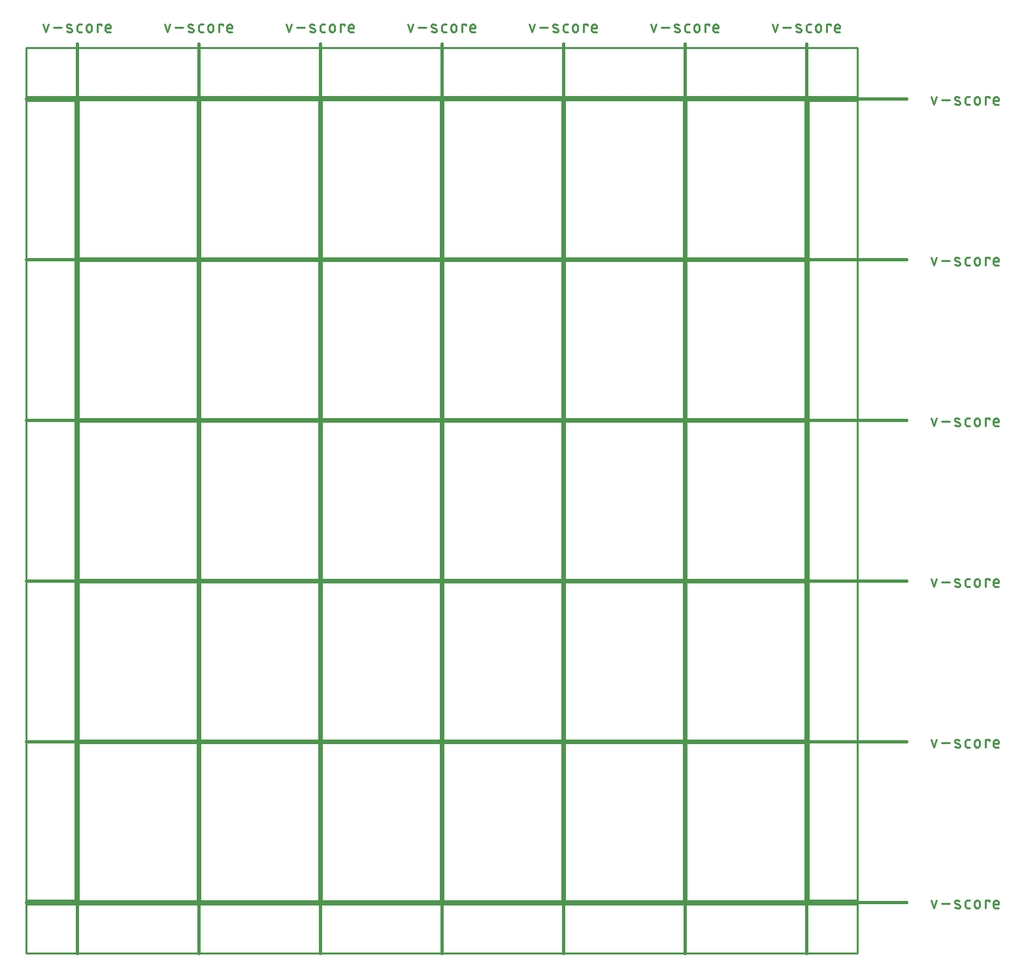
<source format=gko>
G04 EAGLE Gerber RS-274X export*
G75*
%MOMM*%
%FSLAX34Y34*%
%LPD*%
%IN*%
%IPPOS*%
%AMOC8*
5,1,8,0,0,1.08239X$1,22.5*%
G01*
%ADD10C,0.050800*%
%ADD11C,0.381000*%
%ADD12C,0.279400*%
%ADD13C,0.254000*%


D10*
X152400Y203200D02*
X0Y203200D01*
X0Y0D01*
X152400Y0D01*
X152400Y203200D01*
X157480Y203200D02*
X309880Y203200D01*
X157480Y203200D02*
X157480Y0D01*
X309880Y0D01*
X309880Y203200D01*
X314960Y203200D02*
X467360Y203200D01*
X314960Y203200D02*
X314960Y0D01*
X467360Y0D01*
X467360Y203200D01*
X472440Y203200D02*
X624840Y203200D01*
X472440Y203200D02*
X472440Y0D01*
X624840Y0D01*
X624840Y203200D01*
X629920Y203200D02*
X782320Y203200D01*
X629920Y203200D02*
X629920Y0D01*
X782320Y0D01*
X782320Y203200D01*
X787400Y203200D02*
X939800Y203200D01*
X787400Y203200D02*
X787400Y0D01*
X939800Y0D01*
X939800Y203200D01*
X152400Y411480D02*
X0Y411480D01*
X0Y208280D01*
X152400Y208280D01*
X152400Y411480D01*
X157480Y411480D02*
X309880Y411480D01*
X157480Y411480D02*
X157480Y208280D01*
X309880Y208280D01*
X309880Y411480D01*
X314960Y411480D02*
X467360Y411480D01*
X314960Y411480D02*
X314960Y208280D01*
X467360Y208280D01*
X467360Y411480D01*
X472440Y411480D02*
X624840Y411480D01*
X472440Y411480D02*
X472440Y208280D01*
X624840Y208280D01*
X624840Y411480D01*
X629920Y411480D02*
X782320Y411480D01*
X629920Y411480D02*
X629920Y208280D01*
X782320Y208280D01*
X782320Y411480D01*
X787400Y411480D02*
X939800Y411480D01*
X787400Y411480D02*
X787400Y208280D01*
X939800Y208280D01*
X939800Y411480D01*
X152400Y619760D02*
X0Y619760D01*
X0Y416560D01*
X152400Y416560D01*
X152400Y619760D01*
X157480Y619760D02*
X309880Y619760D01*
X157480Y619760D02*
X157480Y416560D01*
X309880Y416560D01*
X309880Y619760D01*
X314960Y619760D02*
X467360Y619760D01*
X314960Y619760D02*
X314960Y416560D01*
X467360Y416560D01*
X467360Y619760D01*
X472440Y619760D02*
X624840Y619760D01*
X472440Y619760D02*
X472440Y416560D01*
X624840Y416560D01*
X624840Y619760D01*
X629920Y619760D02*
X782320Y619760D01*
X629920Y619760D02*
X629920Y416560D01*
X782320Y416560D01*
X782320Y619760D01*
X787400Y619760D02*
X939800Y619760D01*
X787400Y619760D02*
X787400Y416560D01*
X939800Y416560D01*
X939800Y619760D01*
X152400Y828040D02*
X0Y828040D01*
X0Y624840D01*
X152400Y624840D01*
X152400Y828040D01*
X157480Y828040D02*
X309880Y828040D01*
X157480Y828040D02*
X157480Y624840D01*
X309880Y624840D01*
X309880Y828040D01*
X314960Y828040D02*
X467360Y828040D01*
X314960Y828040D02*
X314960Y624840D01*
X467360Y624840D01*
X467360Y828040D01*
X472440Y828040D02*
X624840Y828040D01*
X472440Y828040D02*
X472440Y624840D01*
X624840Y624840D01*
X624840Y828040D01*
X629920Y828040D02*
X782320Y828040D01*
X629920Y828040D02*
X629920Y624840D01*
X782320Y624840D01*
X782320Y828040D01*
X787400Y828040D02*
X939800Y828040D01*
X787400Y828040D02*
X787400Y624840D01*
X939800Y624840D01*
X939800Y828040D01*
X152400Y1036320D02*
X0Y1036320D01*
X0Y833120D01*
X152400Y833120D01*
X152400Y1036320D01*
X157480Y1036320D02*
X309880Y1036320D01*
X157480Y1036320D02*
X157480Y833120D01*
X309880Y833120D01*
X309880Y1036320D01*
X314960Y1036320D02*
X467360Y1036320D01*
X314960Y1036320D02*
X314960Y833120D01*
X467360Y833120D01*
X467360Y1036320D01*
X472440Y1036320D02*
X624840Y1036320D01*
X472440Y1036320D02*
X472440Y833120D01*
X624840Y833120D01*
X624840Y1036320D01*
X629920Y1036320D02*
X782320Y1036320D01*
X629920Y1036320D02*
X629920Y833120D01*
X782320Y833120D01*
X782320Y1036320D01*
X787400Y1036320D02*
X939800Y1036320D01*
X787400Y1036320D02*
X787400Y833120D01*
X939800Y833120D01*
X939800Y1036320D01*
D11*
X-2540Y1109980D02*
X-2540Y-68580D01*
D12*
X-42921Y1125347D02*
X-46251Y1135338D01*
X-39590Y1135338D02*
X-42921Y1125347D01*
X-32806Y1131175D02*
X-22815Y1131175D01*
X-14261Y1131175D02*
X-10098Y1129510D01*
X-14261Y1131174D02*
X-14346Y1131210D01*
X-14429Y1131250D01*
X-14510Y1131293D01*
X-14590Y1131340D01*
X-14667Y1131390D01*
X-14743Y1131443D01*
X-14816Y1131499D01*
X-14886Y1131559D01*
X-14954Y1131621D01*
X-15019Y1131686D01*
X-15081Y1131754D01*
X-15141Y1131825D01*
X-15197Y1131898D01*
X-15250Y1131973D01*
X-15300Y1132051D01*
X-15346Y1132130D01*
X-15389Y1132212D01*
X-15429Y1132295D01*
X-15465Y1132380D01*
X-15497Y1132466D01*
X-15526Y1132554D01*
X-15550Y1132643D01*
X-15571Y1132733D01*
X-15588Y1132823D01*
X-15602Y1132914D01*
X-15611Y1133006D01*
X-15616Y1133098D01*
X-15618Y1133190D01*
X-15616Y1133282D01*
X-15609Y1133374D01*
X-15599Y1133466D01*
X-15585Y1133557D01*
X-15567Y1133648D01*
X-15545Y1133737D01*
X-15519Y1133826D01*
X-15489Y1133913D01*
X-15456Y1133999D01*
X-15419Y1134083D01*
X-15379Y1134166D01*
X-15335Y1134247D01*
X-15288Y1134326D01*
X-15237Y1134403D01*
X-15183Y1134478D01*
X-15126Y1134551D01*
X-15066Y1134621D01*
X-15003Y1134688D01*
X-14937Y1134752D01*
X-14869Y1134814D01*
X-14798Y1134873D01*
X-14724Y1134928D01*
X-14648Y1134981D01*
X-14570Y1135030D01*
X-14490Y1135076D01*
X-14409Y1135118D01*
X-14325Y1135157D01*
X-14240Y1135192D01*
X-14153Y1135223D01*
X-14065Y1135251D01*
X-13976Y1135275D01*
X-13886Y1135295D01*
X-13796Y1135312D01*
X-13704Y1135324D01*
X-13612Y1135333D01*
X-13520Y1135337D01*
X-13428Y1135338D01*
X-13201Y1135332D01*
X-12974Y1135321D01*
X-12747Y1135304D01*
X-12521Y1135281D01*
X-12295Y1135254D01*
X-12070Y1135220D01*
X-11846Y1135182D01*
X-11623Y1135138D01*
X-11401Y1135089D01*
X-11180Y1135034D01*
X-10961Y1134974D01*
X-10743Y1134909D01*
X-10527Y1134838D01*
X-10313Y1134763D01*
X-10100Y1134682D01*
X-9890Y1134596D01*
X-9681Y1134505D01*
X-10098Y1129510D02*
X-10013Y1129474D01*
X-9930Y1129434D01*
X-9849Y1129391D01*
X-9769Y1129344D01*
X-9692Y1129294D01*
X-9616Y1129241D01*
X-9543Y1129185D01*
X-9473Y1129125D01*
X-9405Y1129063D01*
X-9340Y1128998D01*
X-9278Y1128930D01*
X-9218Y1128859D01*
X-9162Y1128786D01*
X-9109Y1128711D01*
X-9059Y1128633D01*
X-9013Y1128554D01*
X-8970Y1128472D01*
X-8930Y1128389D01*
X-8894Y1128304D01*
X-8862Y1128218D01*
X-8833Y1128130D01*
X-8809Y1128041D01*
X-8788Y1127951D01*
X-8771Y1127861D01*
X-8757Y1127770D01*
X-8748Y1127678D01*
X-8743Y1127586D01*
X-8741Y1127494D01*
X-8743Y1127402D01*
X-8750Y1127310D01*
X-8760Y1127218D01*
X-8774Y1127127D01*
X-8792Y1127036D01*
X-8814Y1126947D01*
X-8840Y1126858D01*
X-8870Y1126771D01*
X-8903Y1126685D01*
X-8940Y1126601D01*
X-8980Y1126518D01*
X-9024Y1126437D01*
X-9071Y1126358D01*
X-9122Y1126281D01*
X-9176Y1126206D01*
X-9233Y1126133D01*
X-9293Y1126063D01*
X-9356Y1125996D01*
X-9422Y1125932D01*
X-9490Y1125870D01*
X-9561Y1125811D01*
X-9635Y1125756D01*
X-9711Y1125703D01*
X-9789Y1125654D01*
X-9869Y1125608D01*
X-9950Y1125566D01*
X-10034Y1125527D01*
X-10119Y1125492D01*
X-10206Y1125461D01*
X-10294Y1125433D01*
X-10383Y1125409D01*
X-10473Y1125389D01*
X-10563Y1125372D01*
X-10655Y1125360D01*
X-10747Y1125351D01*
X-10839Y1125347D01*
X-10931Y1125346D01*
X-10931Y1125347D02*
X-11265Y1125356D01*
X-11598Y1125373D01*
X-11931Y1125397D01*
X-12264Y1125430D01*
X-12595Y1125470D01*
X-12926Y1125518D01*
X-13255Y1125574D01*
X-13583Y1125637D01*
X-13909Y1125709D01*
X-14233Y1125788D01*
X-14556Y1125874D01*
X-14876Y1125969D01*
X-15194Y1126071D01*
X-15510Y1126180D01*
X562Y1125347D02*
X3892Y1125347D01*
X562Y1125347D02*
X464Y1125349D01*
X366Y1125355D01*
X268Y1125364D01*
X171Y1125378D01*
X75Y1125395D01*
X-21Y1125416D01*
X-116Y1125441D01*
X-210Y1125469D01*
X-303Y1125501D01*
X-394Y1125537D01*
X-484Y1125576D01*
X-572Y1125619D01*
X-659Y1125666D01*
X-743Y1125715D01*
X-826Y1125768D01*
X-906Y1125824D01*
X-985Y1125883D01*
X-1060Y1125946D01*
X-1134Y1126011D01*
X-1204Y1126079D01*
X-1272Y1126149D01*
X-1338Y1126223D01*
X-1400Y1126299D01*
X-1459Y1126377D01*
X-1515Y1126457D01*
X-1568Y1126540D01*
X-1618Y1126624D01*
X-1664Y1126711D01*
X-1707Y1126799D01*
X-1746Y1126889D01*
X-1782Y1126980D01*
X-1814Y1127073D01*
X-1842Y1127167D01*
X-1867Y1127262D01*
X-1888Y1127358D01*
X-1905Y1127454D01*
X-1919Y1127551D01*
X-1928Y1127649D01*
X-1934Y1127747D01*
X-1936Y1127845D01*
X-1936Y1132840D01*
X-1934Y1132938D01*
X-1928Y1133036D01*
X-1919Y1133134D01*
X-1905Y1133231D01*
X-1888Y1133327D01*
X-1867Y1133423D01*
X-1842Y1133518D01*
X-1814Y1133612D01*
X-1782Y1133705D01*
X-1746Y1133796D01*
X-1707Y1133886D01*
X-1664Y1133974D01*
X-1617Y1134061D01*
X-1568Y1134145D01*
X-1515Y1134228D01*
X-1459Y1134308D01*
X-1400Y1134386D01*
X-1337Y1134462D01*
X-1272Y1134536D01*
X-1204Y1134606D01*
X-1134Y1134674D01*
X-1060Y1134739D01*
X-984Y1134802D01*
X-906Y1134861D01*
X-826Y1134917D01*
X-743Y1134970D01*
X-659Y1135019D01*
X-572Y1135066D01*
X-484Y1135109D01*
X-394Y1135148D01*
X-303Y1135184D01*
X-210Y1135216D01*
X-116Y1135244D01*
X-21Y1135269D01*
X75Y1135290D01*
X171Y1135307D01*
X268Y1135321D01*
X366Y1135330D01*
X464Y1135336D01*
X562Y1135338D01*
X3892Y1135338D01*
X10022Y1132007D02*
X10022Y1128677D01*
X10022Y1132007D02*
X10024Y1132121D01*
X10030Y1132234D01*
X10039Y1132348D01*
X10053Y1132460D01*
X10070Y1132573D01*
X10092Y1132685D01*
X10117Y1132795D01*
X10145Y1132905D01*
X10178Y1133014D01*
X10214Y1133122D01*
X10254Y1133229D01*
X10298Y1133334D01*
X10345Y1133437D01*
X10395Y1133539D01*
X10449Y1133639D01*
X10507Y1133737D01*
X10568Y1133833D01*
X10631Y1133927D01*
X10699Y1134019D01*
X10769Y1134109D01*
X10842Y1134195D01*
X10918Y1134280D01*
X10997Y1134362D01*
X11079Y1134441D01*
X11164Y1134517D01*
X11250Y1134590D01*
X11340Y1134660D01*
X11432Y1134728D01*
X11526Y1134791D01*
X11622Y1134852D01*
X11720Y1134910D01*
X11820Y1134964D01*
X11922Y1135014D01*
X12025Y1135061D01*
X12130Y1135105D01*
X12237Y1135145D01*
X12345Y1135181D01*
X12454Y1135214D01*
X12564Y1135242D01*
X12674Y1135267D01*
X12786Y1135289D01*
X12899Y1135306D01*
X13011Y1135320D01*
X13125Y1135329D01*
X13238Y1135335D01*
X13352Y1135337D01*
X13466Y1135335D01*
X13579Y1135329D01*
X13693Y1135320D01*
X13805Y1135306D01*
X13918Y1135289D01*
X14030Y1135267D01*
X14140Y1135242D01*
X14250Y1135214D01*
X14359Y1135181D01*
X14467Y1135145D01*
X14574Y1135105D01*
X14679Y1135061D01*
X14782Y1135014D01*
X14884Y1134964D01*
X14984Y1134910D01*
X15082Y1134852D01*
X15178Y1134791D01*
X15272Y1134728D01*
X15364Y1134660D01*
X15454Y1134590D01*
X15540Y1134517D01*
X15625Y1134441D01*
X15707Y1134362D01*
X15786Y1134280D01*
X15862Y1134195D01*
X15935Y1134109D01*
X16005Y1134019D01*
X16073Y1133927D01*
X16136Y1133833D01*
X16197Y1133737D01*
X16255Y1133639D01*
X16309Y1133539D01*
X16359Y1133437D01*
X16406Y1133334D01*
X16450Y1133229D01*
X16490Y1133122D01*
X16526Y1133014D01*
X16559Y1132905D01*
X16587Y1132795D01*
X16612Y1132685D01*
X16634Y1132573D01*
X16651Y1132460D01*
X16665Y1132348D01*
X16674Y1132234D01*
X16680Y1132121D01*
X16682Y1132007D01*
X16682Y1128677D01*
X16680Y1128563D01*
X16674Y1128450D01*
X16665Y1128336D01*
X16651Y1128224D01*
X16634Y1128111D01*
X16612Y1127999D01*
X16587Y1127889D01*
X16559Y1127779D01*
X16526Y1127670D01*
X16490Y1127562D01*
X16450Y1127455D01*
X16406Y1127350D01*
X16359Y1127247D01*
X16309Y1127145D01*
X16255Y1127045D01*
X16197Y1126947D01*
X16136Y1126851D01*
X16073Y1126757D01*
X16005Y1126665D01*
X15935Y1126575D01*
X15862Y1126489D01*
X15786Y1126404D01*
X15707Y1126322D01*
X15625Y1126243D01*
X15540Y1126167D01*
X15454Y1126094D01*
X15364Y1126024D01*
X15272Y1125956D01*
X15178Y1125893D01*
X15082Y1125832D01*
X14984Y1125774D01*
X14884Y1125720D01*
X14782Y1125670D01*
X14679Y1125623D01*
X14574Y1125579D01*
X14467Y1125539D01*
X14359Y1125503D01*
X14250Y1125470D01*
X14140Y1125442D01*
X14030Y1125417D01*
X13918Y1125395D01*
X13805Y1125378D01*
X13693Y1125364D01*
X13579Y1125355D01*
X13466Y1125349D01*
X13352Y1125347D01*
X13238Y1125349D01*
X13125Y1125355D01*
X13011Y1125364D01*
X12899Y1125378D01*
X12786Y1125395D01*
X12674Y1125417D01*
X12564Y1125442D01*
X12454Y1125470D01*
X12345Y1125503D01*
X12237Y1125539D01*
X12130Y1125579D01*
X12025Y1125623D01*
X11922Y1125670D01*
X11820Y1125720D01*
X11720Y1125774D01*
X11622Y1125832D01*
X11526Y1125893D01*
X11432Y1125956D01*
X11340Y1126024D01*
X11250Y1126094D01*
X11164Y1126167D01*
X11079Y1126243D01*
X10997Y1126322D01*
X10918Y1126404D01*
X10842Y1126489D01*
X10769Y1126575D01*
X10699Y1126665D01*
X10631Y1126757D01*
X10568Y1126851D01*
X10507Y1126947D01*
X10449Y1127045D01*
X10395Y1127145D01*
X10345Y1127247D01*
X10298Y1127350D01*
X10254Y1127455D01*
X10214Y1127562D01*
X10178Y1127670D01*
X10145Y1127779D01*
X10117Y1127889D01*
X10092Y1127999D01*
X10070Y1128111D01*
X10053Y1128224D01*
X10039Y1128336D01*
X10030Y1128450D01*
X10024Y1128563D01*
X10022Y1128677D01*
X24218Y1125347D02*
X24218Y1135338D01*
X29213Y1135338D01*
X29213Y1133673D01*
X37008Y1125347D02*
X41171Y1125347D01*
X37008Y1125347D02*
X36910Y1125349D01*
X36812Y1125355D01*
X36714Y1125364D01*
X36617Y1125378D01*
X36521Y1125395D01*
X36425Y1125416D01*
X36330Y1125441D01*
X36236Y1125469D01*
X36143Y1125501D01*
X36052Y1125537D01*
X35962Y1125576D01*
X35874Y1125619D01*
X35787Y1125666D01*
X35703Y1125715D01*
X35620Y1125768D01*
X35540Y1125824D01*
X35462Y1125883D01*
X35386Y1125946D01*
X35312Y1126011D01*
X35242Y1126079D01*
X35174Y1126149D01*
X35109Y1126223D01*
X35046Y1126299D01*
X34987Y1126377D01*
X34931Y1126457D01*
X34878Y1126540D01*
X34829Y1126624D01*
X34782Y1126711D01*
X34739Y1126799D01*
X34700Y1126889D01*
X34664Y1126980D01*
X34632Y1127073D01*
X34604Y1127167D01*
X34579Y1127262D01*
X34558Y1127358D01*
X34541Y1127454D01*
X34527Y1127551D01*
X34518Y1127649D01*
X34512Y1127747D01*
X34510Y1127845D01*
X34510Y1132007D01*
X34511Y1132007D02*
X34513Y1132121D01*
X34519Y1132234D01*
X34528Y1132348D01*
X34542Y1132460D01*
X34559Y1132573D01*
X34581Y1132685D01*
X34606Y1132795D01*
X34634Y1132905D01*
X34667Y1133014D01*
X34703Y1133122D01*
X34743Y1133229D01*
X34787Y1133334D01*
X34834Y1133437D01*
X34884Y1133539D01*
X34938Y1133639D01*
X34996Y1133737D01*
X35057Y1133833D01*
X35120Y1133927D01*
X35188Y1134019D01*
X35258Y1134109D01*
X35331Y1134195D01*
X35407Y1134280D01*
X35486Y1134362D01*
X35568Y1134441D01*
X35653Y1134517D01*
X35739Y1134590D01*
X35829Y1134660D01*
X35921Y1134728D01*
X36015Y1134791D01*
X36111Y1134852D01*
X36209Y1134910D01*
X36309Y1134964D01*
X36411Y1135014D01*
X36514Y1135061D01*
X36619Y1135105D01*
X36726Y1135145D01*
X36834Y1135181D01*
X36943Y1135214D01*
X37053Y1135242D01*
X37163Y1135267D01*
X37275Y1135289D01*
X37388Y1135306D01*
X37500Y1135320D01*
X37614Y1135329D01*
X37727Y1135335D01*
X37841Y1135337D01*
X37955Y1135335D01*
X38068Y1135329D01*
X38182Y1135320D01*
X38294Y1135306D01*
X38407Y1135289D01*
X38519Y1135267D01*
X38629Y1135242D01*
X38739Y1135214D01*
X38848Y1135181D01*
X38956Y1135145D01*
X39063Y1135105D01*
X39168Y1135061D01*
X39271Y1135014D01*
X39373Y1134964D01*
X39473Y1134910D01*
X39571Y1134852D01*
X39667Y1134791D01*
X39761Y1134728D01*
X39853Y1134660D01*
X39943Y1134590D01*
X40029Y1134517D01*
X40114Y1134441D01*
X40196Y1134362D01*
X40275Y1134280D01*
X40351Y1134195D01*
X40424Y1134109D01*
X40494Y1134019D01*
X40562Y1133927D01*
X40625Y1133833D01*
X40686Y1133737D01*
X40744Y1133639D01*
X40798Y1133539D01*
X40848Y1133437D01*
X40895Y1133334D01*
X40939Y1133229D01*
X40979Y1133122D01*
X41015Y1133014D01*
X41048Y1132905D01*
X41076Y1132795D01*
X41101Y1132685D01*
X41123Y1132573D01*
X41140Y1132460D01*
X41154Y1132348D01*
X41163Y1132234D01*
X41169Y1132121D01*
X41171Y1132007D01*
X41171Y1130342D01*
X34510Y1130342D01*
D11*
X154940Y1109980D02*
X154940Y-68580D01*
D12*
X114559Y1125347D02*
X111229Y1135338D01*
X117890Y1135338D02*
X114559Y1125347D01*
X124674Y1131175D02*
X134665Y1131175D01*
X143219Y1131175D02*
X147382Y1129510D01*
X143219Y1131174D02*
X143134Y1131210D01*
X143051Y1131250D01*
X142970Y1131293D01*
X142890Y1131340D01*
X142813Y1131390D01*
X142737Y1131443D01*
X142664Y1131499D01*
X142594Y1131559D01*
X142526Y1131621D01*
X142461Y1131686D01*
X142399Y1131754D01*
X142339Y1131825D01*
X142283Y1131898D01*
X142230Y1131973D01*
X142180Y1132051D01*
X142134Y1132130D01*
X142091Y1132212D01*
X142051Y1132295D01*
X142015Y1132380D01*
X141983Y1132466D01*
X141954Y1132554D01*
X141930Y1132643D01*
X141909Y1132733D01*
X141892Y1132823D01*
X141878Y1132914D01*
X141869Y1133006D01*
X141864Y1133098D01*
X141862Y1133190D01*
X141864Y1133282D01*
X141871Y1133374D01*
X141881Y1133466D01*
X141895Y1133557D01*
X141913Y1133648D01*
X141935Y1133737D01*
X141961Y1133826D01*
X141991Y1133913D01*
X142024Y1133999D01*
X142061Y1134083D01*
X142101Y1134166D01*
X142145Y1134247D01*
X142192Y1134326D01*
X142243Y1134403D01*
X142297Y1134478D01*
X142354Y1134551D01*
X142414Y1134621D01*
X142477Y1134688D01*
X142543Y1134752D01*
X142611Y1134814D01*
X142682Y1134873D01*
X142756Y1134928D01*
X142832Y1134981D01*
X142910Y1135030D01*
X142990Y1135076D01*
X143071Y1135118D01*
X143155Y1135157D01*
X143240Y1135192D01*
X143327Y1135223D01*
X143415Y1135251D01*
X143504Y1135275D01*
X143594Y1135295D01*
X143684Y1135312D01*
X143776Y1135324D01*
X143868Y1135333D01*
X143960Y1135337D01*
X144052Y1135338D01*
X144279Y1135332D01*
X144506Y1135321D01*
X144733Y1135304D01*
X144959Y1135281D01*
X145185Y1135254D01*
X145410Y1135220D01*
X145634Y1135182D01*
X145857Y1135138D01*
X146079Y1135089D01*
X146300Y1135034D01*
X146519Y1134974D01*
X146737Y1134909D01*
X146953Y1134838D01*
X147167Y1134763D01*
X147380Y1134682D01*
X147590Y1134596D01*
X147799Y1134505D01*
X147382Y1129510D02*
X147467Y1129474D01*
X147550Y1129434D01*
X147631Y1129391D01*
X147711Y1129344D01*
X147788Y1129294D01*
X147864Y1129241D01*
X147937Y1129185D01*
X148007Y1129125D01*
X148075Y1129063D01*
X148140Y1128998D01*
X148202Y1128930D01*
X148262Y1128859D01*
X148318Y1128786D01*
X148371Y1128711D01*
X148421Y1128633D01*
X148467Y1128554D01*
X148510Y1128472D01*
X148550Y1128389D01*
X148586Y1128304D01*
X148618Y1128218D01*
X148647Y1128130D01*
X148671Y1128041D01*
X148692Y1127951D01*
X148709Y1127861D01*
X148723Y1127770D01*
X148732Y1127678D01*
X148737Y1127586D01*
X148739Y1127494D01*
X148737Y1127402D01*
X148730Y1127310D01*
X148720Y1127218D01*
X148706Y1127127D01*
X148688Y1127036D01*
X148666Y1126947D01*
X148640Y1126858D01*
X148610Y1126771D01*
X148577Y1126685D01*
X148540Y1126601D01*
X148500Y1126518D01*
X148456Y1126437D01*
X148409Y1126358D01*
X148358Y1126281D01*
X148304Y1126206D01*
X148247Y1126133D01*
X148187Y1126063D01*
X148124Y1125996D01*
X148058Y1125932D01*
X147990Y1125870D01*
X147919Y1125811D01*
X147845Y1125756D01*
X147769Y1125703D01*
X147691Y1125654D01*
X147611Y1125608D01*
X147530Y1125566D01*
X147446Y1125527D01*
X147361Y1125492D01*
X147274Y1125461D01*
X147186Y1125433D01*
X147097Y1125409D01*
X147007Y1125389D01*
X146917Y1125372D01*
X146825Y1125360D01*
X146733Y1125351D01*
X146641Y1125347D01*
X146549Y1125346D01*
X146549Y1125347D02*
X146215Y1125356D01*
X145882Y1125373D01*
X145549Y1125397D01*
X145216Y1125430D01*
X144885Y1125470D01*
X144554Y1125518D01*
X144225Y1125574D01*
X143897Y1125637D01*
X143571Y1125709D01*
X143247Y1125788D01*
X142924Y1125874D01*
X142604Y1125969D01*
X142286Y1126071D01*
X141970Y1126180D01*
X158042Y1125347D02*
X161372Y1125347D01*
X158042Y1125347D02*
X157944Y1125349D01*
X157846Y1125355D01*
X157748Y1125364D01*
X157651Y1125378D01*
X157555Y1125395D01*
X157459Y1125416D01*
X157364Y1125441D01*
X157270Y1125469D01*
X157177Y1125501D01*
X157086Y1125537D01*
X156996Y1125576D01*
X156908Y1125619D01*
X156821Y1125666D01*
X156737Y1125715D01*
X156654Y1125768D01*
X156574Y1125824D01*
X156496Y1125883D01*
X156420Y1125946D01*
X156346Y1126011D01*
X156276Y1126079D01*
X156208Y1126149D01*
X156143Y1126223D01*
X156080Y1126299D01*
X156021Y1126377D01*
X155965Y1126457D01*
X155912Y1126540D01*
X155863Y1126624D01*
X155816Y1126711D01*
X155773Y1126799D01*
X155734Y1126889D01*
X155698Y1126980D01*
X155666Y1127073D01*
X155638Y1127167D01*
X155613Y1127262D01*
X155592Y1127358D01*
X155575Y1127454D01*
X155561Y1127551D01*
X155552Y1127649D01*
X155546Y1127747D01*
X155544Y1127845D01*
X155544Y1132840D01*
X155546Y1132938D01*
X155552Y1133036D01*
X155561Y1133134D01*
X155575Y1133231D01*
X155592Y1133327D01*
X155613Y1133423D01*
X155638Y1133518D01*
X155666Y1133612D01*
X155698Y1133705D01*
X155734Y1133796D01*
X155773Y1133886D01*
X155816Y1133974D01*
X155863Y1134061D01*
X155912Y1134145D01*
X155965Y1134228D01*
X156021Y1134308D01*
X156080Y1134387D01*
X156143Y1134462D01*
X156208Y1134536D01*
X156276Y1134606D01*
X156346Y1134674D01*
X156420Y1134740D01*
X156496Y1134802D01*
X156574Y1134861D01*
X156654Y1134917D01*
X156737Y1134970D01*
X156821Y1135020D01*
X156908Y1135066D01*
X156996Y1135109D01*
X157086Y1135148D01*
X157177Y1135184D01*
X157270Y1135216D01*
X157364Y1135244D01*
X157459Y1135269D01*
X157555Y1135290D01*
X157651Y1135307D01*
X157748Y1135321D01*
X157846Y1135330D01*
X157944Y1135336D01*
X158042Y1135338D01*
X161372Y1135338D01*
X167502Y1132007D02*
X167502Y1128677D01*
X167502Y1132007D02*
X167504Y1132121D01*
X167510Y1132234D01*
X167519Y1132348D01*
X167533Y1132460D01*
X167550Y1132573D01*
X167572Y1132685D01*
X167597Y1132795D01*
X167625Y1132905D01*
X167658Y1133014D01*
X167694Y1133122D01*
X167734Y1133229D01*
X167778Y1133334D01*
X167825Y1133437D01*
X167875Y1133539D01*
X167929Y1133639D01*
X167987Y1133737D01*
X168048Y1133833D01*
X168111Y1133927D01*
X168179Y1134019D01*
X168249Y1134109D01*
X168322Y1134195D01*
X168398Y1134280D01*
X168477Y1134362D01*
X168559Y1134441D01*
X168644Y1134517D01*
X168730Y1134590D01*
X168820Y1134660D01*
X168912Y1134728D01*
X169006Y1134791D01*
X169102Y1134852D01*
X169200Y1134910D01*
X169300Y1134964D01*
X169402Y1135014D01*
X169505Y1135061D01*
X169610Y1135105D01*
X169717Y1135145D01*
X169825Y1135181D01*
X169934Y1135214D01*
X170044Y1135242D01*
X170154Y1135267D01*
X170266Y1135289D01*
X170379Y1135306D01*
X170491Y1135320D01*
X170605Y1135329D01*
X170718Y1135335D01*
X170832Y1135337D01*
X170946Y1135335D01*
X171059Y1135329D01*
X171173Y1135320D01*
X171285Y1135306D01*
X171398Y1135289D01*
X171510Y1135267D01*
X171620Y1135242D01*
X171730Y1135214D01*
X171839Y1135181D01*
X171947Y1135145D01*
X172054Y1135105D01*
X172159Y1135061D01*
X172262Y1135014D01*
X172364Y1134964D01*
X172464Y1134910D01*
X172562Y1134852D01*
X172658Y1134791D01*
X172752Y1134728D01*
X172844Y1134660D01*
X172934Y1134590D01*
X173020Y1134517D01*
X173105Y1134441D01*
X173187Y1134362D01*
X173266Y1134280D01*
X173342Y1134195D01*
X173415Y1134109D01*
X173485Y1134019D01*
X173553Y1133927D01*
X173616Y1133833D01*
X173677Y1133737D01*
X173735Y1133639D01*
X173789Y1133539D01*
X173839Y1133437D01*
X173886Y1133334D01*
X173930Y1133229D01*
X173970Y1133122D01*
X174006Y1133014D01*
X174039Y1132905D01*
X174067Y1132795D01*
X174092Y1132685D01*
X174114Y1132573D01*
X174131Y1132460D01*
X174145Y1132348D01*
X174154Y1132234D01*
X174160Y1132121D01*
X174162Y1132007D01*
X174162Y1128677D01*
X174160Y1128563D01*
X174154Y1128450D01*
X174145Y1128336D01*
X174131Y1128224D01*
X174114Y1128111D01*
X174092Y1127999D01*
X174067Y1127889D01*
X174039Y1127779D01*
X174006Y1127670D01*
X173970Y1127562D01*
X173930Y1127455D01*
X173886Y1127350D01*
X173839Y1127247D01*
X173789Y1127145D01*
X173735Y1127045D01*
X173677Y1126947D01*
X173616Y1126851D01*
X173553Y1126757D01*
X173485Y1126665D01*
X173415Y1126575D01*
X173342Y1126489D01*
X173266Y1126404D01*
X173187Y1126322D01*
X173105Y1126243D01*
X173020Y1126167D01*
X172934Y1126094D01*
X172844Y1126024D01*
X172752Y1125956D01*
X172658Y1125893D01*
X172562Y1125832D01*
X172464Y1125774D01*
X172364Y1125720D01*
X172262Y1125670D01*
X172159Y1125623D01*
X172054Y1125579D01*
X171947Y1125539D01*
X171839Y1125503D01*
X171730Y1125470D01*
X171620Y1125442D01*
X171510Y1125417D01*
X171398Y1125395D01*
X171285Y1125378D01*
X171173Y1125364D01*
X171059Y1125355D01*
X170946Y1125349D01*
X170832Y1125347D01*
X170718Y1125349D01*
X170605Y1125355D01*
X170491Y1125364D01*
X170379Y1125378D01*
X170266Y1125395D01*
X170154Y1125417D01*
X170044Y1125442D01*
X169934Y1125470D01*
X169825Y1125503D01*
X169717Y1125539D01*
X169610Y1125579D01*
X169505Y1125623D01*
X169402Y1125670D01*
X169300Y1125720D01*
X169200Y1125774D01*
X169102Y1125832D01*
X169006Y1125893D01*
X168912Y1125956D01*
X168820Y1126024D01*
X168730Y1126094D01*
X168644Y1126167D01*
X168559Y1126243D01*
X168477Y1126322D01*
X168398Y1126404D01*
X168322Y1126489D01*
X168249Y1126575D01*
X168179Y1126665D01*
X168111Y1126757D01*
X168048Y1126851D01*
X167987Y1126947D01*
X167929Y1127045D01*
X167875Y1127145D01*
X167825Y1127247D01*
X167778Y1127350D01*
X167734Y1127455D01*
X167694Y1127562D01*
X167658Y1127670D01*
X167625Y1127779D01*
X167597Y1127889D01*
X167572Y1127999D01*
X167550Y1128111D01*
X167533Y1128224D01*
X167519Y1128336D01*
X167510Y1128450D01*
X167504Y1128563D01*
X167502Y1128677D01*
X181698Y1125347D02*
X181698Y1135338D01*
X186693Y1135338D01*
X186693Y1133673D01*
X194488Y1125347D02*
X198651Y1125347D01*
X194488Y1125347D02*
X194390Y1125349D01*
X194292Y1125355D01*
X194194Y1125364D01*
X194097Y1125378D01*
X194001Y1125395D01*
X193905Y1125416D01*
X193810Y1125441D01*
X193716Y1125469D01*
X193623Y1125501D01*
X193532Y1125537D01*
X193442Y1125576D01*
X193354Y1125619D01*
X193267Y1125666D01*
X193183Y1125715D01*
X193100Y1125768D01*
X193020Y1125824D01*
X192942Y1125883D01*
X192866Y1125946D01*
X192792Y1126011D01*
X192722Y1126079D01*
X192654Y1126149D01*
X192589Y1126223D01*
X192526Y1126299D01*
X192467Y1126377D01*
X192411Y1126457D01*
X192358Y1126540D01*
X192309Y1126624D01*
X192262Y1126711D01*
X192219Y1126799D01*
X192180Y1126889D01*
X192144Y1126980D01*
X192112Y1127073D01*
X192084Y1127167D01*
X192059Y1127262D01*
X192038Y1127358D01*
X192021Y1127454D01*
X192007Y1127551D01*
X191998Y1127649D01*
X191992Y1127747D01*
X191990Y1127845D01*
X191990Y1132007D01*
X191991Y1132007D02*
X191993Y1132121D01*
X191999Y1132234D01*
X192008Y1132348D01*
X192022Y1132460D01*
X192039Y1132573D01*
X192061Y1132685D01*
X192086Y1132795D01*
X192114Y1132905D01*
X192147Y1133014D01*
X192183Y1133122D01*
X192223Y1133229D01*
X192267Y1133334D01*
X192314Y1133437D01*
X192364Y1133539D01*
X192418Y1133639D01*
X192476Y1133737D01*
X192537Y1133833D01*
X192600Y1133927D01*
X192668Y1134019D01*
X192738Y1134109D01*
X192811Y1134195D01*
X192887Y1134280D01*
X192966Y1134362D01*
X193048Y1134441D01*
X193133Y1134517D01*
X193219Y1134590D01*
X193309Y1134660D01*
X193401Y1134728D01*
X193495Y1134791D01*
X193591Y1134852D01*
X193689Y1134910D01*
X193789Y1134964D01*
X193891Y1135014D01*
X193994Y1135061D01*
X194099Y1135105D01*
X194206Y1135145D01*
X194314Y1135181D01*
X194423Y1135214D01*
X194533Y1135242D01*
X194643Y1135267D01*
X194755Y1135289D01*
X194868Y1135306D01*
X194980Y1135320D01*
X195094Y1135329D01*
X195207Y1135335D01*
X195321Y1135337D01*
X195435Y1135335D01*
X195548Y1135329D01*
X195662Y1135320D01*
X195774Y1135306D01*
X195887Y1135289D01*
X195999Y1135267D01*
X196109Y1135242D01*
X196219Y1135214D01*
X196328Y1135181D01*
X196436Y1135145D01*
X196543Y1135105D01*
X196648Y1135061D01*
X196751Y1135014D01*
X196853Y1134964D01*
X196953Y1134910D01*
X197051Y1134852D01*
X197147Y1134791D01*
X197241Y1134728D01*
X197333Y1134660D01*
X197423Y1134590D01*
X197509Y1134517D01*
X197594Y1134441D01*
X197676Y1134362D01*
X197755Y1134280D01*
X197831Y1134195D01*
X197904Y1134109D01*
X197974Y1134019D01*
X198042Y1133927D01*
X198105Y1133833D01*
X198166Y1133737D01*
X198224Y1133639D01*
X198278Y1133539D01*
X198328Y1133437D01*
X198375Y1133334D01*
X198419Y1133229D01*
X198459Y1133122D01*
X198495Y1133014D01*
X198528Y1132905D01*
X198556Y1132795D01*
X198581Y1132685D01*
X198603Y1132573D01*
X198620Y1132460D01*
X198634Y1132348D01*
X198643Y1132234D01*
X198649Y1132121D01*
X198651Y1132007D01*
X198651Y1130342D01*
X191990Y1130342D01*
D11*
X312420Y1109980D02*
X312420Y-68580D01*
D12*
X272039Y1125347D02*
X268709Y1135338D01*
X275370Y1135338D02*
X272039Y1125347D01*
X282154Y1131175D02*
X292145Y1131175D01*
X300699Y1131175D02*
X304862Y1129510D01*
X300699Y1131174D02*
X300614Y1131210D01*
X300531Y1131250D01*
X300450Y1131293D01*
X300370Y1131340D01*
X300293Y1131390D01*
X300217Y1131443D01*
X300144Y1131499D01*
X300074Y1131559D01*
X300006Y1131621D01*
X299941Y1131686D01*
X299879Y1131754D01*
X299819Y1131825D01*
X299763Y1131898D01*
X299710Y1131973D01*
X299660Y1132051D01*
X299614Y1132130D01*
X299571Y1132212D01*
X299531Y1132295D01*
X299495Y1132380D01*
X299463Y1132466D01*
X299434Y1132554D01*
X299410Y1132643D01*
X299389Y1132733D01*
X299372Y1132823D01*
X299358Y1132914D01*
X299349Y1133006D01*
X299344Y1133098D01*
X299342Y1133190D01*
X299344Y1133282D01*
X299351Y1133374D01*
X299361Y1133466D01*
X299375Y1133557D01*
X299393Y1133648D01*
X299415Y1133737D01*
X299441Y1133826D01*
X299471Y1133913D01*
X299504Y1133999D01*
X299541Y1134083D01*
X299581Y1134166D01*
X299625Y1134247D01*
X299672Y1134326D01*
X299723Y1134403D01*
X299777Y1134478D01*
X299834Y1134551D01*
X299894Y1134621D01*
X299957Y1134688D01*
X300023Y1134752D01*
X300091Y1134814D01*
X300162Y1134873D01*
X300236Y1134928D01*
X300312Y1134981D01*
X300390Y1135030D01*
X300470Y1135076D01*
X300551Y1135118D01*
X300635Y1135157D01*
X300720Y1135192D01*
X300807Y1135223D01*
X300895Y1135251D01*
X300984Y1135275D01*
X301074Y1135295D01*
X301164Y1135312D01*
X301256Y1135324D01*
X301348Y1135333D01*
X301440Y1135337D01*
X301532Y1135338D01*
X301759Y1135332D01*
X301986Y1135321D01*
X302213Y1135304D01*
X302439Y1135281D01*
X302665Y1135254D01*
X302890Y1135220D01*
X303114Y1135182D01*
X303337Y1135138D01*
X303559Y1135089D01*
X303780Y1135034D01*
X303999Y1134974D01*
X304217Y1134909D01*
X304433Y1134838D01*
X304647Y1134763D01*
X304860Y1134682D01*
X305070Y1134596D01*
X305279Y1134505D01*
X304862Y1129510D02*
X304947Y1129474D01*
X305030Y1129434D01*
X305111Y1129391D01*
X305191Y1129344D01*
X305268Y1129294D01*
X305344Y1129241D01*
X305417Y1129185D01*
X305487Y1129125D01*
X305555Y1129063D01*
X305620Y1128998D01*
X305682Y1128930D01*
X305742Y1128859D01*
X305798Y1128786D01*
X305851Y1128711D01*
X305901Y1128633D01*
X305947Y1128554D01*
X305990Y1128472D01*
X306030Y1128389D01*
X306066Y1128304D01*
X306098Y1128218D01*
X306127Y1128130D01*
X306151Y1128041D01*
X306172Y1127951D01*
X306189Y1127861D01*
X306203Y1127770D01*
X306212Y1127678D01*
X306217Y1127586D01*
X306219Y1127494D01*
X306217Y1127402D01*
X306210Y1127310D01*
X306200Y1127218D01*
X306186Y1127127D01*
X306168Y1127036D01*
X306146Y1126947D01*
X306120Y1126858D01*
X306090Y1126771D01*
X306057Y1126685D01*
X306020Y1126601D01*
X305980Y1126518D01*
X305936Y1126437D01*
X305889Y1126358D01*
X305838Y1126281D01*
X305784Y1126206D01*
X305727Y1126133D01*
X305667Y1126063D01*
X305604Y1125996D01*
X305538Y1125932D01*
X305470Y1125870D01*
X305399Y1125811D01*
X305325Y1125756D01*
X305249Y1125703D01*
X305171Y1125654D01*
X305091Y1125608D01*
X305010Y1125566D01*
X304926Y1125527D01*
X304841Y1125492D01*
X304754Y1125461D01*
X304666Y1125433D01*
X304577Y1125409D01*
X304487Y1125389D01*
X304397Y1125372D01*
X304305Y1125360D01*
X304213Y1125351D01*
X304121Y1125347D01*
X304029Y1125346D01*
X304029Y1125347D02*
X303695Y1125356D01*
X303362Y1125373D01*
X303029Y1125397D01*
X302696Y1125430D01*
X302365Y1125470D01*
X302034Y1125518D01*
X301705Y1125574D01*
X301377Y1125637D01*
X301051Y1125709D01*
X300727Y1125788D01*
X300404Y1125874D01*
X300084Y1125969D01*
X299766Y1126071D01*
X299450Y1126180D01*
X315522Y1125347D02*
X318852Y1125347D01*
X315522Y1125347D02*
X315424Y1125349D01*
X315326Y1125355D01*
X315228Y1125364D01*
X315131Y1125378D01*
X315035Y1125395D01*
X314939Y1125416D01*
X314844Y1125441D01*
X314750Y1125469D01*
X314657Y1125501D01*
X314566Y1125537D01*
X314476Y1125576D01*
X314388Y1125619D01*
X314301Y1125666D01*
X314217Y1125715D01*
X314134Y1125768D01*
X314054Y1125824D01*
X313976Y1125883D01*
X313900Y1125946D01*
X313826Y1126011D01*
X313756Y1126079D01*
X313688Y1126149D01*
X313623Y1126223D01*
X313560Y1126299D01*
X313501Y1126377D01*
X313445Y1126457D01*
X313392Y1126540D01*
X313343Y1126624D01*
X313296Y1126711D01*
X313253Y1126799D01*
X313214Y1126889D01*
X313178Y1126980D01*
X313146Y1127073D01*
X313118Y1127167D01*
X313093Y1127262D01*
X313072Y1127358D01*
X313055Y1127454D01*
X313041Y1127551D01*
X313032Y1127649D01*
X313026Y1127747D01*
X313024Y1127845D01*
X313024Y1132840D01*
X313026Y1132938D01*
X313032Y1133036D01*
X313041Y1133134D01*
X313055Y1133231D01*
X313072Y1133327D01*
X313093Y1133423D01*
X313118Y1133518D01*
X313146Y1133612D01*
X313178Y1133705D01*
X313214Y1133796D01*
X313253Y1133886D01*
X313296Y1133974D01*
X313343Y1134061D01*
X313392Y1134145D01*
X313445Y1134228D01*
X313501Y1134308D01*
X313560Y1134387D01*
X313623Y1134462D01*
X313688Y1134536D01*
X313756Y1134606D01*
X313826Y1134674D01*
X313900Y1134740D01*
X313976Y1134802D01*
X314054Y1134861D01*
X314134Y1134917D01*
X314217Y1134970D01*
X314301Y1135020D01*
X314388Y1135066D01*
X314476Y1135109D01*
X314566Y1135148D01*
X314657Y1135184D01*
X314750Y1135216D01*
X314844Y1135244D01*
X314939Y1135269D01*
X315035Y1135290D01*
X315131Y1135307D01*
X315228Y1135321D01*
X315326Y1135330D01*
X315424Y1135336D01*
X315522Y1135338D01*
X318852Y1135338D01*
X324982Y1132007D02*
X324982Y1128677D01*
X324982Y1132007D02*
X324984Y1132121D01*
X324990Y1132234D01*
X324999Y1132348D01*
X325013Y1132460D01*
X325030Y1132573D01*
X325052Y1132685D01*
X325077Y1132795D01*
X325105Y1132905D01*
X325138Y1133014D01*
X325174Y1133122D01*
X325214Y1133229D01*
X325258Y1133334D01*
X325305Y1133437D01*
X325355Y1133539D01*
X325409Y1133639D01*
X325467Y1133737D01*
X325528Y1133833D01*
X325591Y1133927D01*
X325659Y1134019D01*
X325729Y1134109D01*
X325802Y1134195D01*
X325878Y1134280D01*
X325957Y1134362D01*
X326039Y1134441D01*
X326124Y1134517D01*
X326210Y1134590D01*
X326300Y1134660D01*
X326392Y1134728D01*
X326486Y1134791D01*
X326582Y1134852D01*
X326680Y1134910D01*
X326780Y1134964D01*
X326882Y1135014D01*
X326985Y1135061D01*
X327090Y1135105D01*
X327197Y1135145D01*
X327305Y1135181D01*
X327414Y1135214D01*
X327524Y1135242D01*
X327634Y1135267D01*
X327746Y1135289D01*
X327859Y1135306D01*
X327971Y1135320D01*
X328085Y1135329D01*
X328198Y1135335D01*
X328312Y1135337D01*
X328426Y1135335D01*
X328539Y1135329D01*
X328653Y1135320D01*
X328765Y1135306D01*
X328878Y1135289D01*
X328990Y1135267D01*
X329100Y1135242D01*
X329210Y1135214D01*
X329319Y1135181D01*
X329427Y1135145D01*
X329534Y1135105D01*
X329639Y1135061D01*
X329742Y1135014D01*
X329844Y1134964D01*
X329944Y1134910D01*
X330042Y1134852D01*
X330138Y1134791D01*
X330232Y1134728D01*
X330324Y1134660D01*
X330414Y1134590D01*
X330500Y1134517D01*
X330585Y1134441D01*
X330667Y1134362D01*
X330746Y1134280D01*
X330822Y1134195D01*
X330895Y1134109D01*
X330965Y1134019D01*
X331033Y1133927D01*
X331096Y1133833D01*
X331157Y1133737D01*
X331215Y1133639D01*
X331269Y1133539D01*
X331319Y1133437D01*
X331366Y1133334D01*
X331410Y1133229D01*
X331450Y1133122D01*
X331486Y1133014D01*
X331519Y1132905D01*
X331547Y1132795D01*
X331572Y1132685D01*
X331594Y1132573D01*
X331611Y1132460D01*
X331625Y1132348D01*
X331634Y1132234D01*
X331640Y1132121D01*
X331642Y1132007D01*
X331642Y1128677D01*
X331640Y1128563D01*
X331634Y1128450D01*
X331625Y1128336D01*
X331611Y1128224D01*
X331594Y1128111D01*
X331572Y1127999D01*
X331547Y1127889D01*
X331519Y1127779D01*
X331486Y1127670D01*
X331450Y1127562D01*
X331410Y1127455D01*
X331366Y1127350D01*
X331319Y1127247D01*
X331269Y1127145D01*
X331215Y1127045D01*
X331157Y1126947D01*
X331096Y1126851D01*
X331033Y1126757D01*
X330965Y1126665D01*
X330895Y1126575D01*
X330822Y1126489D01*
X330746Y1126404D01*
X330667Y1126322D01*
X330585Y1126243D01*
X330500Y1126167D01*
X330414Y1126094D01*
X330324Y1126024D01*
X330232Y1125956D01*
X330138Y1125893D01*
X330042Y1125832D01*
X329944Y1125774D01*
X329844Y1125720D01*
X329742Y1125670D01*
X329639Y1125623D01*
X329534Y1125579D01*
X329427Y1125539D01*
X329319Y1125503D01*
X329210Y1125470D01*
X329100Y1125442D01*
X328990Y1125417D01*
X328878Y1125395D01*
X328765Y1125378D01*
X328653Y1125364D01*
X328539Y1125355D01*
X328426Y1125349D01*
X328312Y1125347D01*
X328198Y1125349D01*
X328085Y1125355D01*
X327971Y1125364D01*
X327859Y1125378D01*
X327746Y1125395D01*
X327634Y1125417D01*
X327524Y1125442D01*
X327414Y1125470D01*
X327305Y1125503D01*
X327197Y1125539D01*
X327090Y1125579D01*
X326985Y1125623D01*
X326882Y1125670D01*
X326780Y1125720D01*
X326680Y1125774D01*
X326582Y1125832D01*
X326486Y1125893D01*
X326392Y1125956D01*
X326300Y1126024D01*
X326210Y1126094D01*
X326124Y1126167D01*
X326039Y1126243D01*
X325957Y1126322D01*
X325878Y1126404D01*
X325802Y1126489D01*
X325729Y1126575D01*
X325659Y1126665D01*
X325591Y1126757D01*
X325528Y1126851D01*
X325467Y1126947D01*
X325409Y1127045D01*
X325355Y1127145D01*
X325305Y1127247D01*
X325258Y1127350D01*
X325214Y1127455D01*
X325174Y1127562D01*
X325138Y1127670D01*
X325105Y1127779D01*
X325077Y1127889D01*
X325052Y1127999D01*
X325030Y1128111D01*
X325013Y1128224D01*
X324999Y1128336D01*
X324990Y1128450D01*
X324984Y1128563D01*
X324982Y1128677D01*
X339178Y1125347D02*
X339178Y1135338D01*
X344173Y1135338D01*
X344173Y1133673D01*
X351968Y1125347D02*
X356131Y1125347D01*
X351968Y1125347D02*
X351870Y1125349D01*
X351772Y1125355D01*
X351674Y1125364D01*
X351577Y1125378D01*
X351481Y1125395D01*
X351385Y1125416D01*
X351290Y1125441D01*
X351196Y1125469D01*
X351103Y1125501D01*
X351012Y1125537D01*
X350922Y1125576D01*
X350834Y1125619D01*
X350747Y1125666D01*
X350663Y1125715D01*
X350580Y1125768D01*
X350500Y1125824D01*
X350422Y1125883D01*
X350346Y1125946D01*
X350272Y1126011D01*
X350202Y1126079D01*
X350134Y1126149D01*
X350069Y1126223D01*
X350006Y1126299D01*
X349947Y1126377D01*
X349891Y1126457D01*
X349838Y1126540D01*
X349789Y1126624D01*
X349742Y1126711D01*
X349699Y1126799D01*
X349660Y1126889D01*
X349624Y1126980D01*
X349592Y1127073D01*
X349564Y1127167D01*
X349539Y1127262D01*
X349518Y1127358D01*
X349501Y1127454D01*
X349487Y1127551D01*
X349478Y1127649D01*
X349472Y1127747D01*
X349470Y1127845D01*
X349470Y1132007D01*
X349471Y1132007D02*
X349473Y1132121D01*
X349479Y1132234D01*
X349488Y1132348D01*
X349502Y1132460D01*
X349519Y1132573D01*
X349541Y1132685D01*
X349566Y1132795D01*
X349594Y1132905D01*
X349627Y1133014D01*
X349663Y1133122D01*
X349703Y1133229D01*
X349747Y1133334D01*
X349794Y1133437D01*
X349844Y1133539D01*
X349898Y1133639D01*
X349956Y1133737D01*
X350017Y1133833D01*
X350080Y1133927D01*
X350148Y1134019D01*
X350218Y1134109D01*
X350291Y1134195D01*
X350367Y1134280D01*
X350446Y1134362D01*
X350528Y1134441D01*
X350613Y1134517D01*
X350699Y1134590D01*
X350789Y1134660D01*
X350881Y1134728D01*
X350975Y1134791D01*
X351071Y1134852D01*
X351169Y1134910D01*
X351269Y1134964D01*
X351371Y1135014D01*
X351474Y1135061D01*
X351579Y1135105D01*
X351686Y1135145D01*
X351794Y1135181D01*
X351903Y1135214D01*
X352013Y1135242D01*
X352123Y1135267D01*
X352235Y1135289D01*
X352348Y1135306D01*
X352460Y1135320D01*
X352574Y1135329D01*
X352687Y1135335D01*
X352801Y1135337D01*
X352915Y1135335D01*
X353028Y1135329D01*
X353142Y1135320D01*
X353254Y1135306D01*
X353367Y1135289D01*
X353479Y1135267D01*
X353589Y1135242D01*
X353699Y1135214D01*
X353808Y1135181D01*
X353916Y1135145D01*
X354023Y1135105D01*
X354128Y1135061D01*
X354231Y1135014D01*
X354333Y1134964D01*
X354433Y1134910D01*
X354531Y1134852D01*
X354627Y1134791D01*
X354721Y1134728D01*
X354813Y1134660D01*
X354903Y1134590D01*
X354989Y1134517D01*
X355074Y1134441D01*
X355156Y1134362D01*
X355235Y1134280D01*
X355311Y1134195D01*
X355384Y1134109D01*
X355454Y1134019D01*
X355522Y1133927D01*
X355585Y1133833D01*
X355646Y1133737D01*
X355704Y1133639D01*
X355758Y1133539D01*
X355808Y1133437D01*
X355855Y1133334D01*
X355899Y1133229D01*
X355939Y1133122D01*
X355975Y1133014D01*
X356008Y1132905D01*
X356036Y1132795D01*
X356061Y1132685D01*
X356083Y1132573D01*
X356100Y1132460D01*
X356114Y1132348D01*
X356123Y1132234D01*
X356129Y1132121D01*
X356131Y1132007D01*
X356131Y1130342D01*
X349470Y1130342D01*
D11*
X469900Y1109980D02*
X469900Y-68580D01*
D12*
X429519Y1125347D02*
X426189Y1135338D01*
X432850Y1135338D02*
X429519Y1125347D01*
X439634Y1131175D02*
X449625Y1131175D01*
X458179Y1131175D02*
X462342Y1129510D01*
X458179Y1131174D02*
X458094Y1131210D01*
X458011Y1131250D01*
X457930Y1131293D01*
X457850Y1131340D01*
X457773Y1131390D01*
X457697Y1131443D01*
X457624Y1131499D01*
X457554Y1131559D01*
X457486Y1131621D01*
X457421Y1131686D01*
X457359Y1131754D01*
X457299Y1131825D01*
X457243Y1131898D01*
X457190Y1131973D01*
X457140Y1132051D01*
X457094Y1132130D01*
X457051Y1132212D01*
X457011Y1132295D01*
X456975Y1132380D01*
X456943Y1132466D01*
X456914Y1132554D01*
X456890Y1132643D01*
X456869Y1132733D01*
X456852Y1132823D01*
X456838Y1132914D01*
X456829Y1133006D01*
X456824Y1133098D01*
X456822Y1133190D01*
X456824Y1133282D01*
X456831Y1133374D01*
X456841Y1133466D01*
X456855Y1133557D01*
X456873Y1133648D01*
X456895Y1133737D01*
X456921Y1133826D01*
X456951Y1133913D01*
X456984Y1133999D01*
X457021Y1134083D01*
X457061Y1134166D01*
X457105Y1134247D01*
X457152Y1134326D01*
X457203Y1134403D01*
X457257Y1134478D01*
X457314Y1134551D01*
X457374Y1134621D01*
X457437Y1134688D01*
X457503Y1134752D01*
X457571Y1134814D01*
X457642Y1134873D01*
X457716Y1134928D01*
X457792Y1134981D01*
X457870Y1135030D01*
X457950Y1135076D01*
X458031Y1135118D01*
X458115Y1135157D01*
X458200Y1135192D01*
X458287Y1135223D01*
X458375Y1135251D01*
X458464Y1135275D01*
X458554Y1135295D01*
X458644Y1135312D01*
X458736Y1135324D01*
X458828Y1135333D01*
X458920Y1135337D01*
X459012Y1135338D01*
X459239Y1135332D01*
X459466Y1135321D01*
X459693Y1135304D01*
X459919Y1135281D01*
X460145Y1135254D01*
X460370Y1135220D01*
X460594Y1135182D01*
X460817Y1135138D01*
X461039Y1135089D01*
X461260Y1135034D01*
X461479Y1134974D01*
X461697Y1134909D01*
X461913Y1134838D01*
X462127Y1134763D01*
X462340Y1134682D01*
X462550Y1134596D01*
X462759Y1134505D01*
X462342Y1129510D02*
X462427Y1129474D01*
X462510Y1129434D01*
X462591Y1129391D01*
X462671Y1129344D01*
X462748Y1129294D01*
X462824Y1129241D01*
X462897Y1129185D01*
X462967Y1129125D01*
X463035Y1129063D01*
X463100Y1128998D01*
X463162Y1128930D01*
X463222Y1128859D01*
X463278Y1128786D01*
X463331Y1128711D01*
X463381Y1128633D01*
X463427Y1128554D01*
X463470Y1128472D01*
X463510Y1128389D01*
X463546Y1128304D01*
X463578Y1128218D01*
X463607Y1128130D01*
X463631Y1128041D01*
X463652Y1127951D01*
X463669Y1127861D01*
X463683Y1127770D01*
X463692Y1127678D01*
X463697Y1127586D01*
X463699Y1127494D01*
X463697Y1127402D01*
X463690Y1127310D01*
X463680Y1127218D01*
X463666Y1127127D01*
X463648Y1127036D01*
X463626Y1126947D01*
X463600Y1126858D01*
X463570Y1126771D01*
X463537Y1126685D01*
X463500Y1126601D01*
X463460Y1126518D01*
X463416Y1126437D01*
X463369Y1126358D01*
X463318Y1126281D01*
X463264Y1126206D01*
X463207Y1126133D01*
X463147Y1126063D01*
X463084Y1125996D01*
X463018Y1125932D01*
X462950Y1125870D01*
X462879Y1125811D01*
X462805Y1125756D01*
X462729Y1125703D01*
X462651Y1125654D01*
X462571Y1125608D01*
X462490Y1125566D01*
X462406Y1125527D01*
X462321Y1125492D01*
X462234Y1125461D01*
X462146Y1125433D01*
X462057Y1125409D01*
X461967Y1125389D01*
X461877Y1125372D01*
X461785Y1125360D01*
X461693Y1125351D01*
X461601Y1125347D01*
X461509Y1125346D01*
X461509Y1125347D02*
X461175Y1125356D01*
X460842Y1125373D01*
X460509Y1125397D01*
X460176Y1125430D01*
X459845Y1125470D01*
X459514Y1125518D01*
X459185Y1125574D01*
X458857Y1125637D01*
X458531Y1125709D01*
X458207Y1125788D01*
X457884Y1125874D01*
X457564Y1125969D01*
X457246Y1126071D01*
X456930Y1126180D01*
X473002Y1125347D02*
X476332Y1125347D01*
X473002Y1125347D02*
X472904Y1125349D01*
X472806Y1125355D01*
X472708Y1125364D01*
X472611Y1125378D01*
X472515Y1125395D01*
X472419Y1125416D01*
X472324Y1125441D01*
X472230Y1125469D01*
X472137Y1125501D01*
X472046Y1125537D01*
X471956Y1125576D01*
X471868Y1125619D01*
X471781Y1125666D01*
X471697Y1125715D01*
X471614Y1125768D01*
X471534Y1125824D01*
X471456Y1125883D01*
X471380Y1125946D01*
X471306Y1126011D01*
X471236Y1126079D01*
X471168Y1126149D01*
X471103Y1126223D01*
X471040Y1126299D01*
X470981Y1126377D01*
X470925Y1126457D01*
X470872Y1126540D01*
X470823Y1126624D01*
X470776Y1126711D01*
X470733Y1126799D01*
X470694Y1126889D01*
X470658Y1126980D01*
X470626Y1127073D01*
X470598Y1127167D01*
X470573Y1127262D01*
X470552Y1127358D01*
X470535Y1127454D01*
X470521Y1127551D01*
X470512Y1127649D01*
X470506Y1127747D01*
X470504Y1127845D01*
X470504Y1132840D01*
X470506Y1132938D01*
X470512Y1133036D01*
X470521Y1133134D01*
X470535Y1133231D01*
X470552Y1133327D01*
X470573Y1133423D01*
X470598Y1133518D01*
X470626Y1133612D01*
X470658Y1133705D01*
X470694Y1133796D01*
X470733Y1133886D01*
X470776Y1133974D01*
X470823Y1134061D01*
X470872Y1134145D01*
X470925Y1134228D01*
X470981Y1134308D01*
X471040Y1134387D01*
X471103Y1134462D01*
X471168Y1134536D01*
X471236Y1134606D01*
X471306Y1134674D01*
X471380Y1134740D01*
X471456Y1134802D01*
X471534Y1134861D01*
X471614Y1134917D01*
X471697Y1134970D01*
X471781Y1135020D01*
X471868Y1135066D01*
X471956Y1135109D01*
X472046Y1135148D01*
X472137Y1135184D01*
X472230Y1135216D01*
X472324Y1135244D01*
X472419Y1135269D01*
X472515Y1135290D01*
X472611Y1135307D01*
X472708Y1135321D01*
X472806Y1135330D01*
X472904Y1135336D01*
X473002Y1135338D01*
X476332Y1135338D01*
X482462Y1132007D02*
X482462Y1128677D01*
X482462Y1132007D02*
X482464Y1132121D01*
X482470Y1132234D01*
X482479Y1132348D01*
X482493Y1132460D01*
X482510Y1132573D01*
X482532Y1132685D01*
X482557Y1132795D01*
X482585Y1132905D01*
X482618Y1133014D01*
X482654Y1133122D01*
X482694Y1133229D01*
X482738Y1133334D01*
X482785Y1133437D01*
X482835Y1133539D01*
X482889Y1133639D01*
X482947Y1133737D01*
X483008Y1133833D01*
X483071Y1133927D01*
X483139Y1134019D01*
X483209Y1134109D01*
X483282Y1134195D01*
X483358Y1134280D01*
X483437Y1134362D01*
X483519Y1134441D01*
X483604Y1134517D01*
X483690Y1134590D01*
X483780Y1134660D01*
X483872Y1134728D01*
X483966Y1134791D01*
X484062Y1134852D01*
X484160Y1134910D01*
X484260Y1134964D01*
X484362Y1135014D01*
X484465Y1135061D01*
X484570Y1135105D01*
X484677Y1135145D01*
X484785Y1135181D01*
X484894Y1135214D01*
X485004Y1135242D01*
X485114Y1135267D01*
X485226Y1135289D01*
X485339Y1135306D01*
X485451Y1135320D01*
X485565Y1135329D01*
X485678Y1135335D01*
X485792Y1135337D01*
X485906Y1135335D01*
X486019Y1135329D01*
X486133Y1135320D01*
X486245Y1135306D01*
X486358Y1135289D01*
X486470Y1135267D01*
X486580Y1135242D01*
X486690Y1135214D01*
X486799Y1135181D01*
X486907Y1135145D01*
X487014Y1135105D01*
X487119Y1135061D01*
X487222Y1135014D01*
X487324Y1134964D01*
X487424Y1134910D01*
X487522Y1134852D01*
X487618Y1134791D01*
X487712Y1134728D01*
X487804Y1134660D01*
X487894Y1134590D01*
X487980Y1134517D01*
X488065Y1134441D01*
X488147Y1134362D01*
X488226Y1134280D01*
X488302Y1134195D01*
X488375Y1134109D01*
X488445Y1134019D01*
X488513Y1133927D01*
X488576Y1133833D01*
X488637Y1133737D01*
X488695Y1133639D01*
X488749Y1133539D01*
X488799Y1133437D01*
X488846Y1133334D01*
X488890Y1133229D01*
X488930Y1133122D01*
X488966Y1133014D01*
X488999Y1132905D01*
X489027Y1132795D01*
X489052Y1132685D01*
X489074Y1132573D01*
X489091Y1132460D01*
X489105Y1132348D01*
X489114Y1132234D01*
X489120Y1132121D01*
X489122Y1132007D01*
X489122Y1128677D01*
X489120Y1128563D01*
X489114Y1128450D01*
X489105Y1128336D01*
X489091Y1128224D01*
X489074Y1128111D01*
X489052Y1127999D01*
X489027Y1127889D01*
X488999Y1127779D01*
X488966Y1127670D01*
X488930Y1127562D01*
X488890Y1127455D01*
X488846Y1127350D01*
X488799Y1127247D01*
X488749Y1127145D01*
X488695Y1127045D01*
X488637Y1126947D01*
X488576Y1126851D01*
X488513Y1126757D01*
X488445Y1126665D01*
X488375Y1126575D01*
X488302Y1126489D01*
X488226Y1126404D01*
X488147Y1126322D01*
X488065Y1126243D01*
X487980Y1126167D01*
X487894Y1126094D01*
X487804Y1126024D01*
X487712Y1125956D01*
X487618Y1125893D01*
X487522Y1125832D01*
X487424Y1125774D01*
X487324Y1125720D01*
X487222Y1125670D01*
X487119Y1125623D01*
X487014Y1125579D01*
X486907Y1125539D01*
X486799Y1125503D01*
X486690Y1125470D01*
X486580Y1125442D01*
X486470Y1125417D01*
X486358Y1125395D01*
X486245Y1125378D01*
X486133Y1125364D01*
X486019Y1125355D01*
X485906Y1125349D01*
X485792Y1125347D01*
X485678Y1125349D01*
X485565Y1125355D01*
X485451Y1125364D01*
X485339Y1125378D01*
X485226Y1125395D01*
X485114Y1125417D01*
X485004Y1125442D01*
X484894Y1125470D01*
X484785Y1125503D01*
X484677Y1125539D01*
X484570Y1125579D01*
X484465Y1125623D01*
X484362Y1125670D01*
X484260Y1125720D01*
X484160Y1125774D01*
X484062Y1125832D01*
X483966Y1125893D01*
X483872Y1125956D01*
X483780Y1126024D01*
X483690Y1126094D01*
X483604Y1126167D01*
X483519Y1126243D01*
X483437Y1126322D01*
X483358Y1126404D01*
X483282Y1126489D01*
X483209Y1126575D01*
X483139Y1126665D01*
X483071Y1126757D01*
X483008Y1126851D01*
X482947Y1126947D01*
X482889Y1127045D01*
X482835Y1127145D01*
X482785Y1127247D01*
X482738Y1127350D01*
X482694Y1127455D01*
X482654Y1127562D01*
X482618Y1127670D01*
X482585Y1127779D01*
X482557Y1127889D01*
X482532Y1127999D01*
X482510Y1128111D01*
X482493Y1128224D01*
X482479Y1128336D01*
X482470Y1128450D01*
X482464Y1128563D01*
X482462Y1128677D01*
X496658Y1125347D02*
X496658Y1135338D01*
X501653Y1135338D01*
X501653Y1133673D01*
X509448Y1125347D02*
X513611Y1125347D01*
X509448Y1125347D02*
X509350Y1125349D01*
X509252Y1125355D01*
X509154Y1125364D01*
X509057Y1125378D01*
X508961Y1125395D01*
X508865Y1125416D01*
X508770Y1125441D01*
X508676Y1125469D01*
X508583Y1125501D01*
X508492Y1125537D01*
X508402Y1125576D01*
X508314Y1125619D01*
X508227Y1125666D01*
X508143Y1125715D01*
X508060Y1125768D01*
X507980Y1125824D01*
X507902Y1125883D01*
X507826Y1125946D01*
X507752Y1126011D01*
X507682Y1126079D01*
X507614Y1126149D01*
X507549Y1126223D01*
X507486Y1126299D01*
X507427Y1126377D01*
X507371Y1126457D01*
X507318Y1126540D01*
X507269Y1126624D01*
X507222Y1126711D01*
X507179Y1126799D01*
X507140Y1126889D01*
X507104Y1126980D01*
X507072Y1127073D01*
X507044Y1127167D01*
X507019Y1127262D01*
X506998Y1127358D01*
X506981Y1127454D01*
X506967Y1127551D01*
X506958Y1127649D01*
X506952Y1127747D01*
X506950Y1127845D01*
X506950Y1132007D01*
X506951Y1132007D02*
X506953Y1132121D01*
X506959Y1132234D01*
X506968Y1132348D01*
X506982Y1132460D01*
X506999Y1132573D01*
X507021Y1132685D01*
X507046Y1132795D01*
X507074Y1132905D01*
X507107Y1133014D01*
X507143Y1133122D01*
X507183Y1133229D01*
X507227Y1133334D01*
X507274Y1133437D01*
X507324Y1133539D01*
X507378Y1133639D01*
X507436Y1133737D01*
X507497Y1133833D01*
X507560Y1133927D01*
X507628Y1134019D01*
X507698Y1134109D01*
X507771Y1134195D01*
X507847Y1134280D01*
X507926Y1134362D01*
X508008Y1134441D01*
X508093Y1134517D01*
X508179Y1134590D01*
X508269Y1134660D01*
X508361Y1134728D01*
X508455Y1134791D01*
X508551Y1134852D01*
X508649Y1134910D01*
X508749Y1134964D01*
X508851Y1135014D01*
X508954Y1135061D01*
X509059Y1135105D01*
X509166Y1135145D01*
X509274Y1135181D01*
X509383Y1135214D01*
X509493Y1135242D01*
X509603Y1135267D01*
X509715Y1135289D01*
X509828Y1135306D01*
X509940Y1135320D01*
X510054Y1135329D01*
X510167Y1135335D01*
X510281Y1135337D01*
X510395Y1135335D01*
X510508Y1135329D01*
X510622Y1135320D01*
X510734Y1135306D01*
X510847Y1135289D01*
X510959Y1135267D01*
X511069Y1135242D01*
X511179Y1135214D01*
X511288Y1135181D01*
X511396Y1135145D01*
X511503Y1135105D01*
X511608Y1135061D01*
X511711Y1135014D01*
X511813Y1134964D01*
X511913Y1134910D01*
X512011Y1134852D01*
X512107Y1134791D01*
X512201Y1134728D01*
X512293Y1134660D01*
X512383Y1134590D01*
X512469Y1134517D01*
X512554Y1134441D01*
X512636Y1134362D01*
X512715Y1134280D01*
X512791Y1134195D01*
X512864Y1134109D01*
X512934Y1134019D01*
X513002Y1133927D01*
X513065Y1133833D01*
X513126Y1133737D01*
X513184Y1133639D01*
X513238Y1133539D01*
X513288Y1133437D01*
X513335Y1133334D01*
X513379Y1133229D01*
X513419Y1133122D01*
X513455Y1133014D01*
X513488Y1132905D01*
X513516Y1132795D01*
X513541Y1132685D01*
X513563Y1132573D01*
X513580Y1132460D01*
X513594Y1132348D01*
X513603Y1132234D01*
X513609Y1132121D01*
X513611Y1132007D01*
X513611Y1130342D01*
X506950Y1130342D01*
D11*
X627380Y1109980D02*
X627380Y-68580D01*
D12*
X586999Y1125347D02*
X583669Y1135338D01*
X590330Y1135338D02*
X586999Y1125347D01*
X597114Y1131175D02*
X607105Y1131175D01*
X615659Y1131175D02*
X619822Y1129510D01*
X615659Y1131174D02*
X615574Y1131210D01*
X615491Y1131250D01*
X615410Y1131293D01*
X615330Y1131340D01*
X615253Y1131390D01*
X615177Y1131443D01*
X615104Y1131499D01*
X615034Y1131559D01*
X614966Y1131621D01*
X614901Y1131686D01*
X614839Y1131754D01*
X614779Y1131825D01*
X614723Y1131898D01*
X614670Y1131973D01*
X614620Y1132051D01*
X614574Y1132130D01*
X614531Y1132212D01*
X614491Y1132295D01*
X614455Y1132380D01*
X614423Y1132466D01*
X614394Y1132554D01*
X614370Y1132643D01*
X614349Y1132733D01*
X614332Y1132823D01*
X614318Y1132914D01*
X614309Y1133006D01*
X614304Y1133098D01*
X614302Y1133190D01*
X614304Y1133282D01*
X614311Y1133374D01*
X614321Y1133466D01*
X614335Y1133557D01*
X614353Y1133648D01*
X614375Y1133737D01*
X614401Y1133826D01*
X614431Y1133913D01*
X614464Y1133999D01*
X614501Y1134083D01*
X614541Y1134166D01*
X614585Y1134247D01*
X614632Y1134326D01*
X614683Y1134403D01*
X614737Y1134478D01*
X614794Y1134551D01*
X614854Y1134621D01*
X614917Y1134688D01*
X614983Y1134752D01*
X615051Y1134814D01*
X615122Y1134873D01*
X615196Y1134928D01*
X615272Y1134981D01*
X615350Y1135030D01*
X615430Y1135076D01*
X615511Y1135118D01*
X615595Y1135157D01*
X615680Y1135192D01*
X615767Y1135223D01*
X615855Y1135251D01*
X615944Y1135275D01*
X616034Y1135295D01*
X616124Y1135312D01*
X616216Y1135324D01*
X616308Y1135333D01*
X616400Y1135337D01*
X616492Y1135338D01*
X616719Y1135332D01*
X616946Y1135321D01*
X617173Y1135304D01*
X617399Y1135281D01*
X617625Y1135254D01*
X617850Y1135220D01*
X618074Y1135182D01*
X618297Y1135138D01*
X618519Y1135089D01*
X618740Y1135034D01*
X618959Y1134974D01*
X619177Y1134909D01*
X619393Y1134838D01*
X619607Y1134763D01*
X619820Y1134682D01*
X620030Y1134596D01*
X620239Y1134505D01*
X619822Y1129510D02*
X619907Y1129474D01*
X619990Y1129434D01*
X620071Y1129391D01*
X620151Y1129344D01*
X620228Y1129294D01*
X620304Y1129241D01*
X620377Y1129185D01*
X620447Y1129125D01*
X620515Y1129063D01*
X620580Y1128998D01*
X620642Y1128930D01*
X620702Y1128859D01*
X620758Y1128786D01*
X620811Y1128711D01*
X620861Y1128633D01*
X620907Y1128554D01*
X620950Y1128472D01*
X620990Y1128389D01*
X621026Y1128304D01*
X621058Y1128218D01*
X621087Y1128130D01*
X621111Y1128041D01*
X621132Y1127951D01*
X621149Y1127861D01*
X621163Y1127770D01*
X621172Y1127678D01*
X621177Y1127586D01*
X621179Y1127494D01*
X621177Y1127402D01*
X621170Y1127310D01*
X621160Y1127218D01*
X621146Y1127127D01*
X621128Y1127036D01*
X621106Y1126947D01*
X621080Y1126858D01*
X621050Y1126771D01*
X621017Y1126685D01*
X620980Y1126601D01*
X620940Y1126518D01*
X620896Y1126437D01*
X620849Y1126358D01*
X620798Y1126281D01*
X620744Y1126206D01*
X620687Y1126133D01*
X620627Y1126063D01*
X620564Y1125996D01*
X620498Y1125932D01*
X620430Y1125870D01*
X620359Y1125811D01*
X620285Y1125756D01*
X620209Y1125703D01*
X620131Y1125654D01*
X620051Y1125608D01*
X619970Y1125566D01*
X619886Y1125527D01*
X619801Y1125492D01*
X619714Y1125461D01*
X619626Y1125433D01*
X619537Y1125409D01*
X619447Y1125389D01*
X619357Y1125372D01*
X619265Y1125360D01*
X619173Y1125351D01*
X619081Y1125347D01*
X618989Y1125346D01*
X618989Y1125347D02*
X618655Y1125356D01*
X618322Y1125373D01*
X617989Y1125397D01*
X617656Y1125430D01*
X617325Y1125470D01*
X616994Y1125518D01*
X616665Y1125574D01*
X616337Y1125637D01*
X616011Y1125709D01*
X615687Y1125788D01*
X615364Y1125874D01*
X615044Y1125969D01*
X614726Y1126071D01*
X614410Y1126180D01*
X630482Y1125347D02*
X633812Y1125347D01*
X630482Y1125347D02*
X630384Y1125349D01*
X630286Y1125355D01*
X630188Y1125364D01*
X630091Y1125378D01*
X629995Y1125395D01*
X629899Y1125416D01*
X629804Y1125441D01*
X629710Y1125469D01*
X629617Y1125501D01*
X629526Y1125537D01*
X629436Y1125576D01*
X629348Y1125619D01*
X629261Y1125666D01*
X629177Y1125715D01*
X629094Y1125768D01*
X629014Y1125824D01*
X628936Y1125883D01*
X628860Y1125946D01*
X628786Y1126011D01*
X628716Y1126079D01*
X628648Y1126149D01*
X628583Y1126223D01*
X628520Y1126299D01*
X628461Y1126377D01*
X628405Y1126457D01*
X628352Y1126540D01*
X628303Y1126624D01*
X628256Y1126711D01*
X628213Y1126799D01*
X628174Y1126889D01*
X628138Y1126980D01*
X628106Y1127073D01*
X628078Y1127167D01*
X628053Y1127262D01*
X628032Y1127358D01*
X628015Y1127454D01*
X628001Y1127551D01*
X627992Y1127649D01*
X627986Y1127747D01*
X627984Y1127845D01*
X627984Y1132840D01*
X627986Y1132938D01*
X627992Y1133036D01*
X628001Y1133134D01*
X628015Y1133231D01*
X628032Y1133327D01*
X628053Y1133423D01*
X628078Y1133518D01*
X628106Y1133612D01*
X628138Y1133705D01*
X628174Y1133796D01*
X628213Y1133886D01*
X628256Y1133974D01*
X628303Y1134061D01*
X628352Y1134145D01*
X628405Y1134228D01*
X628461Y1134308D01*
X628520Y1134387D01*
X628583Y1134462D01*
X628648Y1134536D01*
X628716Y1134606D01*
X628786Y1134674D01*
X628860Y1134740D01*
X628936Y1134802D01*
X629014Y1134861D01*
X629094Y1134917D01*
X629177Y1134970D01*
X629261Y1135020D01*
X629348Y1135066D01*
X629436Y1135109D01*
X629526Y1135148D01*
X629617Y1135184D01*
X629710Y1135216D01*
X629804Y1135244D01*
X629899Y1135269D01*
X629995Y1135290D01*
X630091Y1135307D01*
X630188Y1135321D01*
X630286Y1135330D01*
X630384Y1135336D01*
X630482Y1135338D01*
X633812Y1135338D01*
X639942Y1132007D02*
X639942Y1128677D01*
X639942Y1132007D02*
X639944Y1132121D01*
X639950Y1132234D01*
X639959Y1132348D01*
X639973Y1132460D01*
X639990Y1132573D01*
X640012Y1132685D01*
X640037Y1132795D01*
X640065Y1132905D01*
X640098Y1133014D01*
X640134Y1133122D01*
X640174Y1133229D01*
X640218Y1133334D01*
X640265Y1133437D01*
X640315Y1133539D01*
X640369Y1133639D01*
X640427Y1133737D01*
X640488Y1133833D01*
X640551Y1133927D01*
X640619Y1134019D01*
X640689Y1134109D01*
X640762Y1134195D01*
X640838Y1134280D01*
X640917Y1134362D01*
X640999Y1134441D01*
X641084Y1134517D01*
X641170Y1134590D01*
X641260Y1134660D01*
X641352Y1134728D01*
X641446Y1134791D01*
X641542Y1134852D01*
X641640Y1134910D01*
X641740Y1134964D01*
X641842Y1135014D01*
X641945Y1135061D01*
X642050Y1135105D01*
X642157Y1135145D01*
X642265Y1135181D01*
X642374Y1135214D01*
X642484Y1135242D01*
X642594Y1135267D01*
X642706Y1135289D01*
X642819Y1135306D01*
X642931Y1135320D01*
X643045Y1135329D01*
X643158Y1135335D01*
X643272Y1135337D01*
X643386Y1135335D01*
X643499Y1135329D01*
X643613Y1135320D01*
X643725Y1135306D01*
X643838Y1135289D01*
X643950Y1135267D01*
X644060Y1135242D01*
X644170Y1135214D01*
X644279Y1135181D01*
X644387Y1135145D01*
X644494Y1135105D01*
X644599Y1135061D01*
X644702Y1135014D01*
X644804Y1134964D01*
X644904Y1134910D01*
X645002Y1134852D01*
X645098Y1134791D01*
X645192Y1134728D01*
X645284Y1134660D01*
X645374Y1134590D01*
X645460Y1134517D01*
X645545Y1134441D01*
X645627Y1134362D01*
X645706Y1134280D01*
X645782Y1134195D01*
X645855Y1134109D01*
X645925Y1134019D01*
X645993Y1133927D01*
X646056Y1133833D01*
X646117Y1133737D01*
X646175Y1133639D01*
X646229Y1133539D01*
X646279Y1133437D01*
X646326Y1133334D01*
X646370Y1133229D01*
X646410Y1133122D01*
X646446Y1133014D01*
X646479Y1132905D01*
X646507Y1132795D01*
X646532Y1132685D01*
X646554Y1132573D01*
X646571Y1132460D01*
X646585Y1132348D01*
X646594Y1132234D01*
X646600Y1132121D01*
X646602Y1132007D01*
X646602Y1128677D01*
X646600Y1128563D01*
X646594Y1128450D01*
X646585Y1128336D01*
X646571Y1128224D01*
X646554Y1128111D01*
X646532Y1127999D01*
X646507Y1127889D01*
X646479Y1127779D01*
X646446Y1127670D01*
X646410Y1127562D01*
X646370Y1127455D01*
X646326Y1127350D01*
X646279Y1127247D01*
X646229Y1127145D01*
X646175Y1127045D01*
X646117Y1126947D01*
X646056Y1126851D01*
X645993Y1126757D01*
X645925Y1126665D01*
X645855Y1126575D01*
X645782Y1126489D01*
X645706Y1126404D01*
X645627Y1126322D01*
X645545Y1126243D01*
X645460Y1126167D01*
X645374Y1126094D01*
X645284Y1126024D01*
X645192Y1125956D01*
X645098Y1125893D01*
X645002Y1125832D01*
X644904Y1125774D01*
X644804Y1125720D01*
X644702Y1125670D01*
X644599Y1125623D01*
X644494Y1125579D01*
X644387Y1125539D01*
X644279Y1125503D01*
X644170Y1125470D01*
X644060Y1125442D01*
X643950Y1125417D01*
X643838Y1125395D01*
X643725Y1125378D01*
X643613Y1125364D01*
X643499Y1125355D01*
X643386Y1125349D01*
X643272Y1125347D01*
X643158Y1125349D01*
X643045Y1125355D01*
X642931Y1125364D01*
X642819Y1125378D01*
X642706Y1125395D01*
X642594Y1125417D01*
X642484Y1125442D01*
X642374Y1125470D01*
X642265Y1125503D01*
X642157Y1125539D01*
X642050Y1125579D01*
X641945Y1125623D01*
X641842Y1125670D01*
X641740Y1125720D01*
X641640Y1125774D01*
X641542Y1125832D01*
X641446Y1125893D01*
X641352Y1125956D01*
X641260Y1126024D01*
X641170Y1126094D01*
X641084Y1126167D01*
X640999Y1126243D01*
X640917Y1126322D01*
X640838Y1126404D01*
X640762Y1126489D01*
X640689Y1126575D01*
X640619Y1126665D01*
X640551Y1126757D01*
X640488Y1126851D01*
X640427Y1126947D01*
X640369Y1127045D01*
X640315Y1127145D01*
X640265Y1127247D01*
X640218Y1127350D01*
X640174Y1127455D01*
X640134Y1127562D01*
X640098Y1127670D01*
X640065Y1127779D01*
X640037Y1127889D01*
X640012Y1127999D01*
X639990Y1128111D01*
X639973Y1128224D01*
X639959Y1128336D01*
X639950Y1128450D01*
X639944Y1128563D01*
X639942Y1128677D01*
X654138Y1125347D02*
X654138Y1135338D01*
X659133Y1135338D01*
X659133Y1133673D01*
X666928Y1125347D02*
X671091Y1125347D01*
X666928Y1125347D02*
X666830Y1125349D01*
X666732Y1125355D01*
X666634Y1125364D01*
X666537Y1125378D01*
X666441Y1125395D01*
X666345Y1125416D01*
X666250Y1125441D01*
X666156Y1125469D01*
X666063Y1125501D01*
X665972Y1125537D01*
X665882Y1125576D01*
X665794Y1125619D01*
X665707Y1125666D01*
X665623Y1125715D01*
X665540Y1125768D01*
X665460Y1125824D01*
X665382Y1125883D01*
X665306Y1125946D01*
X665232Y1126011D01*
X665162Y1126079D01*
X665094Y1126149D01*
X665029Y1126223D01*
X664966Y1126299D01*
X664907Y1126377D01*
X664851Y1126457D01*
X664798Y1126540D01*
X664749Y1126624D01*
X664702Y1126711D01*
X664659Y1126799D01*
X664620Y1126889D01*
X664584Y1126980D01*
X664552Y1127073D01*
X664524Y1127167D01*
X664499Y1127262D01*
X664478Y1127358D01*
X664461Y1127454D01*
X664447Y1127551D01*
X664438Y1127649D01*
X664432Y1127747D01*
X664430Y1127845D01*
X664430Y1132007D01*
X664431Y1132007D02*
X664433Y1132121D01*
X664439Y1132234D01*
X664448Y1132348D01*
X664462Y1132460D01*
X664479Y1132573D01*
X664501Y1132685D01*
X664526Y1132795D01*
X664554Y1132905D01*
X664587Y1133014D01*
X664623Y1133122D01*
X664663Y1133229D01*
X664707Y1133334D01*
X664754Y1133437D01*
X664804Y1133539D01*
X664858Y1133639D01*
X664916Y1133737D01*
X664977Y1133833D01*
X665040Y1133927D01*
X665108Y1134019D01*
X665178Y1134109D01*
X665251Y1134195D01*
X665327Y1134280D01*
X665406Y1134362D01*
X665488Y1134441D01*
X665573Y1134517D01*
X665659Y1134590D01*
X665749Y1134660D01*
X665841Y1134728D01*
X665935Y1134791D01*
X666031Y1134852D01*
X666129Y1134910D01*
X666229Y1134964D01*
X666331Y1135014D01*
X666434Y1135061D01*
X666539Y1135105D01*
X666646Y1135145D01*
X666754Y1135181D01*
X666863Y1135214D01*
X666973Y1135242D01*
X667083Y1135267D01*
X667195Y1135289D01*
X667308Y1135306D01*
X667420Y1135320D01*
X667534Y1135329D01*
X667647Y1135335D01*
X667761Y1135337D01*
X667875Y1135335D01*
X667988Y1135329D01*
X668102Y1135320D01*
X668214Y1135306D01*
X668327Y1135289D01*
X668439Y1135267D01*
X668549Y1135242D01*
X668659Y1135214D01*
X668768Y1135181D01*
X668876Y1135145D01*
X668983Y1135105D01*
X669088Y1135061D01*
X669191Y1135014D01*
X669293Y1134964D01*
X669393Y1134910D01*
X669491Y1134852D01*
X669587Y1134791D01*
X669681Y1134728D01*
X669773Y1134660D01*
X669863Y1134590D01*
X669949Y1134517D01*
X670034Y1134441D01*
X670116Y1134362D01*
X670195Y1134280D01*
X670271Y1134195D01*
X670344Y1134109D01*
X670414Y1134019D01*
X670482Y1133927D01*
X670545Y1133833D01*
X670606Y1133737D01*
X670664Y1133639D01*
X670718Y1133539D01*
X670768Y1133437D01*
X670815Y1133334D01*
X670859Y1133229D01*
X670899Y1133122D01*
X670935Y1133014D01*
X670968Y1132905D01*
X670996Y1132795D01*
X671021Y1132685D01*
X671043Y1132573D01*
X671060Y1132460D01*
X671074Y1132348D01*
X671083Y1132234D01*
X671089Y1132121D01*
X671091Y1132007D01*
X671091Y1130342D01*
X664430Y1130342D01*
D11*
X784860Y1109980D02*
X784860Y-68580D01*
D12*
X744479Y1125347D02*
X741149Y1135338D01*
X747810Y1135338D02*
X744479Y1125347D01*
X754594Y1131175D02*
X764585Y1131175D01*
X773139Y1131175D02*
X777302Y1129510D01*
X773139Y1131174D02*
X773054Y1131210D01*
X772971Y1131250D01*
X772890Y1131293D01*
X772810Y1131340D01*
X772733Y1131390D01*
X772657Y1131443D01*
X772584Y1131499D01*
X772514Y1131559D01*
X772446Y1131621D01*
X772381Y1131686D01*
X772319Y1131754D01*
X772259Y1131825D01*
X772203Y1131898D01*
X772150Y1131973D01*
X772100Y1132051D01*
X772054Y1132130D01*
X772011Y1132212D01*
X771971Y1132295D01*
X771935Y1132380D01*
X771903Y1132466D01*
X771874Y1132554D01*
X771850Y1132643D01*
X771829Y1132733D01*
X771812Y1132823D01*
X771798Y1132914D01*
X771789Y1133006D01*
X771784Y1133098D01*
X771782Y1133190D01*
X771784Y1133282D01*
X771791Y1133374D01*
X771801Y1133466D01*
X771815Y1133557D01*
X771833Y1133648D01*
X771855Y1133737D01*
X771881Y1133826D01*
X771911Y1133913D01*
X771944Y1133999D01*
X771981Y1134083D01*
X772021Y1134166D01*
X772065Y1134247D01*
X772112Y1134326D01*
X772163Y1134403D01*
X772217Y1134478D01*
X772274Y1134551D01*
X772334Y1134621D01*
X772397Y1134688D01*
X772463Y1134752D01*
X772531Y1134814D01*
X772602Y1134873D01*
X772676Y1134928D01*
X772752Y1134981D01*
X772830Y1135030D01*
X772910Y1135076D01*
X772991Y1135118D01*
X773075Y1135157D01*
X773160Y1135192D01*
X773247Y1135223D01*
X773335Y1135251D01*
X773424Y1135275D01*
X773514Y1135295D01*
X773604Y1135312D01*
X773696Y1135324D01*
X773788Y1135333D01*
X773880Y1135337D01*
X773972Y1135338D01*
X774199Y1135332D01*
X774426Y1135321D01*
X774653Y1135304D01*
X774879Y1135281D01*
X775105Y1135254D01*
X775330Y1135220D01*
X775554Y1135182D01*
X775777Y1135138D01*
X775999Y1135089D01*
X776220Y1135034D01*
X776439Y1134974D01*
X776657Y1134909D01*
X776873Y1134838D01*
X777087Y1134763D01*
X777300Y1134682D01*
X777510Y1134596D01*
X777719Y1134505D01*
X777302Y1129510D02*
X777387Y1129474D01*
X777470Y1129434D01*
X777551Y1129391D01*
X777631Y1129344D01*
X777708Y1129294D01*
X777784Y1129241D01*
X777857Y1129185D01*
X777927Y1129125D01*
X777995Y1129063D01*
X778060Y1128998D01*
X778122Y1128930D01*
X778182Y1128859D01*
X778238Y1128786D01*
X778291Y1128711D01*
X778341Y1128633D01*
X778387Y1128554D01*
X778430Y1128472D01*
X778470Y1128389D01*
X778506Y1128304D01*
X778538Y1128218D01*
X778567Y1128130D01*
X778591Y1128041D01*
X778612Y1127951D01*
X778629Y1127861D01*
X778643Y1127770D01*
X778652Y1127678D01*
X778657Y1127586D01*
X778659Y1127494D01*
X778657Y1127402D01*
X778650Y1127310D01*
X778640Y1127218D01*
X778626Y1127127D01*
X778608Y1127036D01*
X778586Y1126947D01*
X778560Y1126858D01*
X778530Y1126771D01*
X778497Y1126685D01*
X778460Y1126601D01*
X778420Y1126518D01*
X778376Y1126437D01*
X778329Y1126358D01*
X778278Y1126281D01*
X778224Y1126206D01*
X778167Y1126133D01*
X778107Y1126063D01*
X778044Y1125996D01*
X777978Y1125932D01*
X777910Y1125870D01*
X777839Y1125811D01*
X777765Y1125756D01*
X777689Y1125703D01*
X777611Y1125654D01*
X777531Y1125608D01*
X777450Y1125566D01*
X777366Y1125527D01*
X777281Y1125492D01*
X777194Y1125461D01*
X777106Y1125433D01*
X777017Y1125409D01*
X776927Y1125389D01*
X776837Y1125372D01*
X776745Y1125360D01*
X776653Y1125351D01*
X776561Y1125347D01*
X776469Y1125346D01*
X776469Y1125347D02*
X776135Y1125356D01*
X775802Y1125373D01*
X775469Y1125397D01*
X775136Y1125430D01*
X774805Y1125470D01*
X774474Y1125518D01*
X774145Y1125574D01*
X773817Y1125637D01*
X773491Y1125709D01*
X773167Y1125788D01*
X772844Y1125874D01*
X772524Y1125969D01*
X772206Y1126071D01*
X771890Y1126180D01*
X787962Y1125347D02*
X791292Y1125347D01*
X787962Y1125347D02*
X787864Y1125349D01*
X787766Y1125355D01*
X787668Y1125364D01*
X787571Y1125378D01*
X787475Y1125395D01*
X787379Y1125416D01*
X787284Y1125441D01*
X787190Y1125469D01*
X787097Y1125501D01*
X787006Y1125537D01*
X786916Y1125576D01*
X786828Y1125619D01*
X786741Y1125666D01*
X786657Y1125715D01*
X786574Y1125768D01*
X786494Y1125824D01*
X786416Y1125883D01*
X786340Y1125946D01*
X786266Y1126011D01*
X786196Y1126079D01*
X786128Y1126149D01*
X786063Y1126223D01*
X786000Y1126299D01*
X785941Y1126377D01*
X785885Y1126457D01*
X785832Y1126540D01*
X785783Y1126624D01*
X785736Y1126711D01*
X785693Y1126799D01*
X785654Y1126889D01*
X785618Y1126980D01*
X785586Y1127073D01*
X785558Y1127167D01*
X785533Y1127262D01*
X785512Y1127358D01*
X785495Y1127454D01*
X785481Y1127551D01*
X785472Y1127649D01*
X785466Y1127747D01*
X785464Y1127845D01*
X785464Y1132840D01*
X785466Y1132938D01*
X785472Y1133036D01*
X785481Y1133134D01*
X785495Y1133231D01*
X785512Y1133327D01*
X785533Y1133423D01*
X785558Y1133518D01*
X785586Y1133612D01*
X785618Y1133705D01*
X785654Y1133796D01*
X785693Y1133886D01*
X785736Y1133974D01*
X785783Y1134061D01*
X785832Y1134145D01*
X785885Y1134228D01*
X785941Y1134308D01*
X786000Y1134387D01*
X786063Y1134462D01*
X786128Y1134536D01*
X786196Y1134606D01*
X786266Y1134674D01*
X786340Y1134740D01*
X786416Y1134802D01*
X786494Y1134861D01*
X786574Y1134917D01*
X786657Y1134970D01*
X786741Y1135020D01*
X786828Y1135066D01*
X786916Y1135109D01*
X787006Y1135148D01*
X787097Y1135184D01*
X787190Y1135216D01*
X787284Y1135244D01*
X787379Y1135269D01*
X787475Y1135290D01*
X787571Y1135307D01*
X787668Y1135321D01*
X787766Y1135330D01*
X787864Y1135336D01*
X787962Y1135338D01*
X791292Y1135338D01*
X797422Y1132007D02*
X797422Y1128677D01*
X797422Y1132007D02*
X797424Y1132121D01*
X797430Y1132234D01*
X797439Y1132348D01*
X797453Y1132460D01*
X797470Y1132573D01*
X797492Y1132685D01*
X797517Y1132795D01*
X797545Y1132905D01*
X797578Y1133014D01*
X797614Y1133122D01*
X797654Y1133229D01*
X797698Y1133334D01*
X797745Y1133437D01*
X797795Y1133539D01*
X797849Y1133639D01*
X797907Y1133737D01*
X797968Y1133833D01*
X798031Y1133927D01*
X798099Y1134019D01*
X798169Y1134109D01*
X798242Y1134195D01*
X798318Y1134280D01*
X798397Y1134362D01*
X798479Y1134441D01*
X798564Y1134517D01*
X798650Y1134590D01*
X798740Y1134660D01*
X798832Y1134728D01*
X798926Y1134791D01*
X799022Y1134852D01*
X799120Y1134910D01*
X799220Y1134964D01*
X799322Y1135014D01*
X799425Y1135061D01*
X799530Y1135105D01*
X799637Y1135145D01*
X799745Y1135181D01*
X799854Y1135214D01*
X799964Y1135242D01*
X800074Y1135267D01*
X800186Y1135289D01*
X800299Y1135306D01*
X800411Y1135320D01*
X800525Y1135329D01*
X800638Y1135335D01*
X800752Y1135337D01*
X800866Y1135335D01*
X800979Y1135329D01*
X801093Y1135320D01*
X801205Y1135306D01*
X801318Y1135289D01*
X801430Y1135267D01*
X801540Y1135242D01*
X801650Y1135214D01*
X801759Y1135181D01*
X801867Y1135145D01*
X801974Y1135105D01*
X802079Y1135061D01*
X802182Y1135014D01*
X802284Y1134964D01*
X802384Y1134910D01*
X802482Y1134852D01*
X802578Y1134791D01*
X802672Y1134728D01*
X802764Y1134660D01*
X802854Y1134590D01*
X802940Y1134517D01*
X803025Y1134441D01*
X803107Y1134362D01*
X803186Y1134280D01*
X803262Y1134195D01*
X803335Y1134109D01*
X803405Y1134019D01*
X803473Y1133927D01*
X803536Y1133833D01*
X803597Y1133737D01*
X803655Y1133639D01*
X803709Y1133539D01*
X803759Y1133437D01*
X803806Y1133334D01*
X803850Y1133229D01*
X803890Y1133122D01*
X803926Y1133014D01*
X803959Y1132905D01*
X803987Y1132795D01*
X804012Y1132685D01*
X804034Y1132573D01*
X804051Y1132460D01*
X804065Y1132348D01*
X804074Y1132234D01*
X804080Y1132121D01*
X804082Y1132007D01*
X804082Y1128677D01*
X804080Y1128563D01*
X804074Y1128450D01*
X804065Y1128336D01*
X804051Y1128224D01*
X804034Y1128111D01*
X804012Y1127999D01*
X803987Y1127889D01*
X803959Y1127779D01*
X803926Y1127670D01*
X803890Y1127562D01*
X803850Y1127455D01*
X803806Y1127350D01*
X803759Y1127247D01*
X803709Y1127145D01*
X803655Y1127045D01*
X803597Y1126947D01*
X803536Y1126851D01*
X803473Y1126757D01*
X803405Y1126665D01*
X803335Y1126575D01*
X803262Y1126489D01*
X803186Y1126404D01*
X803107Y1126322D01*
X803025Y1126243D01*
X802940Y1126167D01*
X802854Y1126094D01*
X802764Y1126024D01*
X802672Y1125956D01*
X802578Y1125893D01*
X802482Y1125832D01*
X802384Y1125774D01*
X802284Y1125720D01*
X802182Y1125670D01*
X802079Y1125623D01*
X801974Y1125579D01*
X801867Y1125539D01*
X801759Y1125503D01*
X801650Y1125470D01*
X801540Y1125442D01*
X801430Y1125417D01*
X801318Y1125395D01*
X801205Y1125378D01*
X801093Y1125364D01*
X800979Y1125355D01*
X800866Y1125349D01*
X800752Y1125347D01*
X800638Y1125349D01*
X800525Y1125355D01*
X800411Y1125364D01*
X800299Y1125378D01*
X800186Y1125395D01*
X800074Y1125417D01*
X799964Y1125442D01*
X799854Y1125470D01*
X799745Y1125503D01*
X799637Y1125539D01*
X799530Y1125579D01*
X799425Y1125623D01*
X799322Y1125670D01*
X799220Y1125720D01*
X799120Y1125774D01*
X799022Y1125832D01*
X798926Y1125893D01*
X798832Y1125956D01*
X798740Y1126024D01*
X798650Y1126094D01*
X798564Y1126167D01*
X798479Y1126243D01*
X798397Y1126322D01*
X798318Y1126404D01*
X798242Y1126489D01*
X798169Y1126575D01*
X798099Y1126665D01*
X798031Y1126757D01*
X797968Y1126851D01*
X797907Y1126947D01*
X797849Y1127045D01*
X797795Y1127145D01*
X797745Y1127247D01*
X797698Y1127350D01*
X797654Y1127455D01*
X797614Y1127562D01*
X797578Y1127670D01*
X797545Y1127779D01*
X797517Y1127889D01*
X797492Y1127999D01*
X797470Y1128111D01*
X797453Y1128224D01*
X797439Y1128336D01*
X797430Y1128450D01*
X797424Y1128563D01*
X797422Y1128677D01*
X811618Y1125347D02*
X811618Y1135338D01*
X816613Y1135338D01*
X816613Y1133673D01*
X824408Y1125347D02*
X828571Y1125347D01*
X824408Y1125347D02*
X824310Y1125349D01*
X824212Y1125355D01*
X824114Y1125364D01*
X824017Y1125378D01*
X823921Y1125395D01*
X823825Y1125416D01*
X823730Y1125441D01*
X823636Y1125469D01*
X823543Y1125501D01*
X823452Y1125537D01*
X823362Y1125576D01*
X823274Y1125619D01*
X823187Y1125666D01*
X823103Y1125715D01*
X823020Y1125768D01*
X822940Y1125824D01*
X822862Y1125883D01*
X822786Y1125946D01*
X822712Y1126011D01*
X822642Y1126079D01*
X822574Y1126149D01*
X822509Y1126223D01*
X822446Y1126299D01*
X822387Y1126377D01*
X822331Y1126457D01*
X822278Y1126540D01*
X822229Y1126624D01*
X822182Y1126711D01*
X822139Y1126799D01*
X822100Y1126889D01*
X822064Y1126980D01*
X822032Y1127073D01*
X822004Y1127167D01*
X821979Y1127262D01*
X821958Y1127358D01*
X821941Y1127454D01*
X821927Y1127551D01*
X821918Y1127649D01*
X821912Y1127747D01*
X821910Y1127845D01*
X821910Y1132007D01*
X821911Y1132007D02*
X821913Y1132121D01*
X821919Y1132234D01*
X821928Y1132348D01*
X821942Y1132460D01*
X821959Y1132573D01*
X821981Y1132685D01*
X822006Y1132795D01*
X822034Y1132905D01*
X822067Y1133014D01*
X822103Y1133122D01*
X822143Y1133229D01*
X822187Y1133334D01*
X822234Y1133437D01*
X822284Y1133539D01*
X822338Y1133639D01*
X822396Y1133737D01*
X822457Y1133833D01*
X822520Y1133927D01*
X822588Y1134019D01*
X822658Y1134109D01*
X822731Y1134195D01*
X822807Y1134280D01*
X822886Y1134362D01*
X822968Y1134441D01*
X823053Y1134517D01*
X823139Y1134590D01*
X823229Y1134660D01*
X823321Y1134728D01*
X823415Y1134791D01*
X823511Y1134852D01*
X823609Y1134910D01*
X823709Y1134964D01*
X823811Y1135014D01*
X823914Y1135061D01*
X824019Y1135105D01*
X824126Y1135145D01*
X824234Y1135181D01*
X824343Y1135214D01*
X824453Y1135242D01*
X824563Y1135267D01*
X824675Y1135289D01*
X824788Y1135306D01*
X824900Y1135320D01*
X825014Y1135329D01*
X825127Y1135335D01*
X825241Y1135337D01*
X825355Y1135335D01*
X825468Y1135329D01*
X825582Y1135320D01*
X825694Y1135306D01*
X825807Y1135289D01*
X825919Y1135267D01*
X826029Y1135242D01*
X826139Y1135214D01*
X826248Y1135181D01*
X826356Y1135145D01*
X826463Y1135105D01*
X826568Y1135061D01*
X826671Y1135014D01*
X826773Y1134964D01*
X826873Y1134910D01*
X826971Y1134852D01*
X827067Y1134791D01*
X827161Y1134728D01*
X827253Y1134660D01*
X827343Y1134590D01*
X827429Y1134517D01*
X827514Y1134441D01*
X827596Y1134362D01*
X827675Y1134280D01*
X827751Y1134195D01*
X827824Y1134109D01*
X827894Y1134019D01*
X827962Y1133927D01*
X828025Y1133833D01*
X828086Y1133737D01*
X828144Y1133639D01*
X828198Y1133539D01*
X828248Y1133437D01*
X828295Y1133334D01*
X828339Y1133229D01*
X828379Y1133122D01*
X828415Y1133014D01*
X828448Y1132905D01*
X828476Y1132795D01*
X828501Y1132685D01*
X828523Y1132573D01*
X828540Y1132460D01*
X828554Y1132348D01*
X828563Y1132234D01*
X828569Y1132121D01*
X828571Y1132007D01*
X828571Y1130342D01*
X821910Y1130342D01*
D11*
X942340Y1109980D02*
X942340Y-68580D01*
D12*
X901959Y1125347D02*
X898629Y1135338D01*
X905290Y1135338D02*
X901959Y1125347D01*
X912074Y1131175D02*
X922065Y1131175D01*
X930619Y1131175D02*
X934782Y1129510D01*
X930619Y1131174D02*
X930534Y1131210D01*
X930451Y1131250D01*
X930370Y1131293D01*
X930290Y1131340D01*
X930213Y1131390D01*
X930137Y1131443D01*
X930064Y1131499D01*
X929994Y1131559D01*
X929926Y1131621D01*
X929861Y1131686D01*
X929799Y1131754D01*
X929739Y1131825D01*
X929683Y1131898D01*
X929630Y1131973D01*
X929580Y1132051D01*
X929534Y1132130D01*
X929491Y1132212D01*
X929451Y1132295D01*
X929415Y1132380D01*
X929383Y1132466D01*
X929354Y1132554D01*
X929330Y1132643D01*
X929309Y1132733D01*
X929292Y1132823D01*
X929278Y1132914D01*
X929269Y1133006D01*
X929264Y1133098D01*
X929262Y1133190D01*
X929264Y1133282D01*
X929271Y1133374D01*
X929281Y1133466D01*
X929295Y1133557D01*
X929313Y1133648D01*
X929335Y1133737D01*
X929361Y1133826D01*
X929391Y1133913D01*
X929424Y1133999D01*
X929461Y1134083D01*
X929501Y1134166D01*
X929545Y1134247D01*
X929592Y1134326D01*
X929643Y1134403D01*
X929697Y1134478D01*
X929754Y1134551D01*
X929814Y1134621D01*
X929877Y1134688D01*
X929943Y1134752D01*
X930011Y1134814D01*
X930082Y1134873D01*
X930156Y1134928D01*
X930232Y1134981D01*
X930310Y1135030D01*
X930390Y1135076D01*
X930471Y1135118D01*
X930555Y1135157D01*
X930640Y1135192D01*
X930727Y1135223D01*
X930815Y1135251D01*
X930904Y1135275D01*
X930994Y1135295D01*
X931084Y1135312D01*
X931176Y1135324D01*
X931268Y1135333D01*
X931360Y1135337D01*
X931452Y1135338D01*
X931679Y1135332D01*
X931906Y1135321D01*
X932133Y1135304D01*
X932359Y1135281D01*
X932585Y1135254D01*
X932810Y1135220D01*
X933034Y1135182D01*
X933257Y1135138D01*
X933479Y1135089D01*
X933700Y1135034D01*
X933919Y1134974D01*
X934137Y1134909D01*
X934353Y1134838D01*
X934567Y1134763D01*
X934780Y1134682D01*
X934990Y1134596D01*
X935199Y1134505D01*
X934782Y1129510D02*
X934867Y1129474D01*
X934950Y1129434D01*
X935031Y1129391D01*
X935111Y1129344D01*
X935188Y1129294D01*
X935264Y1129241D01*
X935337Y1129185D01*
X935407Y1129125D01*
X935475Y1129063D01*
X935540Y1128998D01*
X935602Y1128930D01*
X935662Y1128859D01*
X935718Y1128786D01*
X935771Y1128711D01*
X935821Y1128633D01*
X935867Y1128554D01*
X935910Y1128472D01*
X935950Y1128389D01*
X935986Y1128304D01*
X936018Y1128218D01*
X936047Y1128130D01*
X936071Y1128041D01*
X936092Y1127951D01*
X936109Y1127861D01*
X936123Y1127770D01*
X936132Y1127678D01*
X936137Y1127586D01*
X936139Y1127494D01*
X936137Y1127402D01*
X936130Y1127310D01*
X936120Y1127218D01*
X936106Y1127127D01*
X936088Y1127036D01*
X936066Y1126947D01*
X936040Y1126858D01*
X936010Y1126771D01*
X935977Y1126685D01*
X935940Y1126601D01*
X935900Y1126518D01*
X935856Y1126437D01*
X935809Y1126358D01*
X935758Y1126281D01*
X935704Y1126206D01*
X935647Y1126133D01*
X935587Y1126063D01*
X935524Y1125996D01*
X935458Y1125932D01*
X935390Y1125870D01*
X935319Y1125811D01*
X935245Y1125756D01*
X935169Y1125703D01*
X935091Y1125654D01*
X935011Y1125608D01*
X934930Y1125566D01*
X934846Y1125527D01*
X934761Y1125492D01*
X934674Y1125461D01*
X934586Y1125433D01*
X934497Y1125409D01*
X934407Y1125389D01*
X934317Y1125372D01*
X934225Y1125360D01*
X934133Y1125351D01*
X934041Y1125347D01*
X933949Y1125346D01*
X933949Y1125347D02*
X933615Y1125356D01*
X933282Y1125373D01*
X932949Y1125397D01*
X932616Y1125430D01*
X932285Y1125470D01*
X931954Y1125518D01*
X931625Y1125574D01*
X931297Y1125637D01*
X930971Y1125709D01*
X930647Y1125788D01*
X930324Y1125874D01*
X930004Y1125969D01*
X929686Y1126071D01*
X929370Y1126180D01*
X945442Y1125347D02*
X948772Y1125347D01*
X945442Y1125347D02*
X945344Y1125349D01*
X945246Y1125355D01*
X945148Y1125364D01*
X945051Y1125378D01*
X944955Y1125395D01*
X944859Y1125416D01*
X944764Y1125441D01*
X944670Y1125469D01*
X944577Y1125501D01*
X944486Y1125537D01*
X944396Y1125576D01*
X944308Y1125619D01*
X944221Y1125666D01*
X944137Y1125715D01*
X944054Y1125768D01*
X943974Y1125824D01*
X943896Y1125883D01*
X943820Y1125946D01*
X943746Y1126011D01*
X943676Y1126079D01*
X943608Y1126149D01*
X943543Y1126223D01*
X943480Y1126299D01*
X943421Y1126377D01*
X943365Y1126457D01*
X943312Y1126540D01*
X943263Y1126624D01*
X943216Y1126711D01*
X943173Y1126799D01*
X943134Y1126889D01*
X943098Y1126980D01*
X943066Y1127073D01*
X943038Y1127167D01*
X943013Y1127262D01*
X942992Y1127358D01*
X942975Y1127454D01*
X942961Y1127551D01*
X942952Y1127649D01*
X942946Y1127747D01*
X942944Y1127845D01*
X942944Y1132840D01*
X942946Y1132938D01*
X942952Y1133036D01*
X942961Y1133134D01*
X942975Y1133231D01*
X942992Y1133327D01*
X943013Y1133423D01*
X943038Y1133518D01*
X943066Y1133612D01*
X943098Y1133705D01*
X943134Y1133796D01*
X943173Y1133886D01*
X943216Y1133974D01*
X943263Y1134061D01*
X943312Y1134145D01*
X943365Y1134228D01*
X943421Y1134308D01*
X943480Y1134387D01*
X943543Y1134462D01*
X943608Y1134536D01*
X943676Y1134606D01*
X943746Y1134674D01*
X943820Y1134740D01*
X943896Y1134802D01*
X943974Y1134861D01*
X944054Y1134917D01*
X944137Y1134970D01*
X944221Y1135020D01*
X944308Y1135066D01*
X944396Y1135109D01*
X944486Y1135148D01*
X944577Y1135184D01*
X944670Y1135216D01*
X944764Y1135244D01*
X944859Y1135269D01*
X944955Y1135290D01*
X945051Y1135307D01*
X945148Y1135321D01*
X945246Y1135330D01*
X945344Y1135336D01*
X945442Y1135338D01*
X948772Y1135338D01*
X954902Y1132007D02*
X954902Y1128677D01*
X954902Y1132007D02*
X954904Y1132121D01*
X954910Y1132234D01*
X954919Y1132348D01*
X954933Y1132460D01*
X954950Y1132573D01*
X954972Y1132685D01*
X954997Y1132795D01*
X955025Y1132905D01*
X955058Y1133014D01*
X955094Y1133122D01*
X955134Y1133229D01*
X955178Y1133334D01*
X955225Y1133437D01*
X955275Y1133539D01*
X955329Y1133639D01*
X955387Y1133737D01*
X955448Y1133833D01*
X955511Y1133927D01*
X955579Y1134019D01*
X955649Y1134109D01*
X955722Y1134195D01*
X955798Y1134280D01*
X955877Y1134362D01*
X955959Y1134441D01*
X956044Y1134517D01*
X956130Y1134590D01*
X956220Y1134660D01*
X956312Y1134728D01*
X956406Y1134791D01*
X956502Y1134852D01*
X956600Y1134910D01*
X956700Y1134964D01*
X956802Y1135014D01*
X956905Y1135061D01*
X957010Y1135105D01*
X957117Y1135145D01*
X957225Y1135181D01*
X957334Y1135214D01*
X957444Y1135242D01*
X957554Y1135267D01*
X957666Y1135289D01*
X957779Y1135306D01*
X957891Y1135320D01*
X958005Y1135329D01*
X958118Y1135335D01*
X958232Y1135337D01*
X958346Y1135335D01*
X958459Y1135329D01*
X958573Y1135320D01*
X958685Y1135306D01*
X958798Y1135289D01*
X958910Y1135267D01*
X959020Y1135242D01*
X959130Y1135214D01*
X959239Y1135181D01*
X959347Y1135145D01*
X959454Y1135105D01*
X959559Y1135061D01*
X959662Y1135014D01*
X959764Y1134964D01*
X959864Y1134910D01*
X959962Y1134852D01*
X960058Y1134791D01*
X960152Y1134728D01*
X960244Y1134660D01*
X960334Y1134590D01*
X960420Y1134517D01*
X960505Y1134441D01*
X960587Y1134362D01*
X960666Y1134280D01*
X960742Y1134195D01*
X960815Y1134109D01*
X960885Y1134019D01*
X960953Y1133927D01*
X961016Y1133833D01*
X961077Y1133737D01*
X961135Y1133639D01*
X961189Y1133539D01*
X961239Y1133437D01*
X961286Y1133334D01*
X961330Y1133229D01*
X961370Y1133122D01*
X961406Y1133014D01*
X961439Y1132905D01*
X961467Y1132795D01*
X961492Y1132685D01*
X961514Y1132573D01*
X961531Y1132460D01*
X961545Y1132348D01*
X961554Y1132234D01*
X961560Y1132121D01*
X961562Y1132007D01*
X961562Y1128677D01*
X961560Y1128563D01*
X961554Y1128450D01*
X961545Y1128336D01*
X961531Y1128224D01*
X961514Y1128111D01*
X961492Y1127999D01*
X961467Y1127889D01*
X961439Y1127779D01*
X961406Y1127670D01*
X961370Y1127562D01*
X961330Y1127455D01*
X961286Y1127350D01*
X961239Y1127247D01*
X961189Y1127145D01*
X961135Y1127045D01*
X961077Y1126947D01*
X961016Y1126851D01*
X960953Y1126757D01*
X960885Y1126665D01*
X960815Y1126575D01*
X960742Y1126489D01*
X960666Y1126404D01*
X960587Y1126322D01*
X960505Y1126243D01*
X960420Y1126167D01*
X960334Y1126094D01*
X960244Y1126024D01*
X960152Y1125956D01*
X960058Y1125893D01*
X959962Y1125832D01*
X959864Y1125774D01*
X959764Y1125720D01*
X959662Y1125670D01*
X959559Y1125623D01*
X959454Y1125579D01*
X959347Y1125539D01*
X959239Y1125503D01*
X959130Y1125470D01*
X959020Y1125442D01*
X958910Y1125417D01*
X958798Y1125395D01*
X958685Y1125378D01*
X958573Y1125364D01*
X958459Y1125355D01*
X958346Y1125349D01*
X958232Y1125347D01*
X958118Y1125349D01*
X958005Y1125355D01*
X957891Y1125364D01*
X957779Y1125378D01*
X957666Y1125395D01*
X957554Y1125417D01*
X957444Y1125442D01*
X957334Y1125470D01*
X957225Y1125503D01*
X957117Y1125539D01*
X957010Y1125579D01*
X956905Y1125623D01*
X956802Y1125670D01*
X956700Y1125720D01*
X956600Y1125774D01*
X956502Y1125832D01*
X956406Y1125893D01*
X956312Y1125956D01*
X956220Y1126024D01*
X956130Y1126094D01*
X956044Y1126167D01*
X955959Y1126243D01*
X955877Y1126322D01*
X955798Y1126404D01*
X955722Y1126489D01*
X955649Y1126575D01*
X955579Y1126665D01*
X955511Y1126757D01*
X955448Y1126851D01*
X955387Y1126947D01*
X955329Y1127045D01*
X955275Y1127145D01*
X955225Y1127247D01*
X955178Y1127350D01*
X955134Y1127455D01*
X955094Y1127562D01*
X955058Y1127670D01*
X955025Y1127779D01*
X954997Y1127889D01*
X954972Y1127999D01*
X954950Y1128111D01*
X954933Y1128224D01*
X954919Y1128336D01*
X954910Y1128450D01*
X954904Y1128563D01*
X954902Y1128677D01*
X969098Y1125347D02*
X969098Y1135338D01*
X974093Y1135338D01*
X974093Y1133673D01*
X981888Y1125347D02*
X986051Y1125347D01*
X981888Y1125347D02*
X981790Y1125349D01*
X981692Y1125355D01*
X981594Y1125364D01*
X981497Y1125378D01*
X981401Y1125395D01*
X981305Y1125416D01*
X981210Y1125441D01*
X981116Y1125469D01*
X981023Y1125501D01*
X980932Y1125537D01*
X980842Y1125576D01*
X980754Y1125619D01*
X980667Y1125666D01*
X980583Y1125715D01*
X980500Y1125768D01*
X980420Y1125824D01*
X980342Y1125883D01*
X980266Y1125946D01*
X980192Y1126011D01*
X980122Y1126079D01*
X980054Y1126149D01*
X979989Y1126223D01*
X979926Y1126299D01*
X979867Y1126377D01*
X979811Y1126457D01*
X979758Y1126540D01*
X979709Y1126624D01*
X979662Y1126711D01*
X979619Y1126799D01*
X979580Y1126889D01*
X979544Y1126980D01*
X979512Y1127073D01*
X979484Y1127167D01*
X979459Y1127262D01*
X979438Y1127358D01*
X979421Y1127454D01*
X979407Y1127551D01*
X979398Y1127649D01*
X979392Y1127747D01*
X979390Y1127845D01*
X979390Y1132007D01*
X979391Y1132007D02*
X979393Y1132121D01*
X979399Y1132234D01*
X979408Y1132348D01*
X979422Y1132460D01*
X979439Y1132573D01*
X979461Y1132685D01*
X979486Y1132795D01*
X979514Y1132905D01*
X979547Y1133014D01*
X979583Y1133122D01*
X979623Y1133229D01*
X979667Y1133334D01*
X979714Y1133437D01*
X979764Y1133539D01*
X979818Y1133639D01*
X979876Y1133737D01*
X979937Y1133833D01*
X980000Y1133927D01*
X980068Y1134019D01*
X980138Y1134109D01*
X980211Y1134195D01*
X980287Y1134280D01*
X980366Y1134362D01*
X980448Y1134441D01*
X980533Y1134517D01*
X980619Y1134590D01*
X980709Y1134660D01*
X980801Y1134728D01*
X980895Y1134791D01*
X980991Y1134852D01*
X981089Y1134910D01*
X981189Y1134964D01*
X981291Y1135014D01*
X981394Y1135061D01*
X981499Y1135105D01*
X981606Y1135145D01*
X981714Y1135181D01*
X981823Y1135214D01*
X981933Y1135242D01*
X982043Y1135267D01*
X982155Y1135289D01*
X982268Y1135306D01*
X982380Y1135320D01*
X982494Y1135329D01*
X982607Y1135335D01*
X982721Y1135337D01*
X982835Y1135335D01*
X982948Y1135329D01*
X983062Y1135320D01*
X983174Y1135306D01*
X983287Y1135289D01*
X983399Y1135267D01*
X983509Y1135242D01*
X983619Y1135214D01*
X983728Y1135181D01*
X983836Y1135145D01*
X983943Y1135105D01*
X984048Y1135061D01*
X984151Y1135014D01*
X984253Y1134964D01*
X984353Y1134910D01*
X984451Y1134852D01*
X984547Y1134791D01*
X984641Y1134728D01*
X984733Y1134660D01*
X984823Y1134590D01*
X984909Y1134517D01*
X984994Y1134441D01*
X985076Y1134362D01*
X985155Y1134280D01*
X985231Y1134195D01*
X985304Y1134109D01*
X985374Y1134019D01*
X985442Y1133927D01*
X985505Y1133833D01*
X985566Y1133737D01*
X985624Y1133639D01*
X985678Y1133539D01*
X985728Y1133437D01*
X985775Y1133334D01*
X985819Y1133229D01*
X985859Y1133122D01*
X985895Y1133014D01*
X985928Y1132905D01*
X985956Y1132795D01*
X985981Y1132685D01*
X986003Y1132573D01*
X986020Y1132460D01*
X986034Y1132348D01*
X986043Y1132234D01*
X986049Y1132121D01*
X986051Y1132007D01*
X986051Y1130342D01*
X979390Y1130342D01*
D11*
X1071880Y-2540D02*
X-68580Y-2540D01*
D12*
X1104369Y-42D02*
X1107699Y-10033D01*
X1111030Y-42D01*
X1117814Y-4205D02*
X1127805Y-4205D01*
X1136359Y-4205D02*
X1140522Y-5870D01*
X1136359Y-4206D02*
X1136274Y-4170D01*
X1136191Y-4130D01*
X1136110Y-4087D01*
X1136030Y-4040D01*
X1135953Y-3990D01*
X1135877Y-3937D01*
X1135804Y-3881D01*
X1135734Y-3821D01*
X1135666Y-3759D01*
X1135601Y-3694D01*
X1135539Y-3626D01*
X1135479Y-3555D01*
X1135423Y-3482D01*
X1135370Y-3407D01*
X1135320Y-3329D01*
X1135274Y-3250D01*
X1135231Y-3168D01*
X1135191Y-3085D01*
X1135155Y-3000D01*
X1135123Y-2914D01*
X1135094Y-2826D01*
X1135070Y-2737D01*
X1135049Y-2647D01*
X1135032Y-2557D01*
X1135018Y-2466D01*
X1135009Y-2374D01*
X1135004Y-2282D01*
X1135002Y-2190D01*
X1135004Y-2098D01*
X1135011Y-2006D01*
X1135021Y-1914D01*
X1135035Y-1823D01*
X1135053Y-1732D01*
X1135075Y-1643D01*
X1135101Y-1554D01*
X1135131Y-1467D01*
X1135164Y-1381D01*
X1135201Y-1297D01*
X1135241Y-1214D01*
X1135285Y-1133D01*
X1135332Y-1054D01*
X1135383Y-977D01*
X1135437Y-902D01*
X1135494Y-829D01*
X1135554Y-759D01*
X1135617Y-692D01*
X1135683Y-628D01*
X1135751Y-566D01*
X1135822Y-507D01*
X1135896Y-452D01*
X1135972Y-399D01*
X1136050Y-350D01*
X1136130Y-304D01*
X1136211Y-262D01*
X1136295Y-223D01*
X1136380Y-188D01*
X1136467Y-157D01*
X1136555Y-129D01*
X1136644Y-105D01*
X1136734Y-85D01*
X1136824Y-68D01*
X1136916Y-56D01*
X1137008Y-47D01*
X1137100Y-43D01*
X1137192Y-42D01*
X1137419Y-48D01*
X1137646Y-59D01*
X1137873Y-76D01*
X1138099Y-99D01*
X1138325Y-126D01*
X1138550Y-160D01*
X1138774Y-198D01*
X1138997Y-242D01*
X1139219Y-291D01*
X1139440Y-346D01*
X1139659Y-406D01*
X1139877Y-471D01*
X1140093Y-542D01*
X1140307Y-617D01*
X1140520Y-698D01*
X1140730Y-784D01*
X1140939Y-875D01*
X1140522Y-5870D02*
X1140607Y-5906D01*
X1140690Y-5946D01*
X1140771Y-5989D01*
X1140851Y-6036D01*
X1140928Y-6086D01*
X1141004Y-6139D01*
X1141077Y-6195D01*
X1141147Y-6255D01*
X1141215Y-6317D01*
X1141280Y-6382D01*
X1141342Y-6450D01*
X1141402Y-6521D01*
X1141458Y-6594D01*
X1141511Y-6669D01*
X1141561Y-6747D01*
X1141607Y-6826D01*
X1141650Y-6908D01*
X1141690Y-6991D01*
X1141726Y-7076D01*
X1141758Y-7162D01*
X1141787Y-7250D01*
X1141811Y-7339D01*
X1141832Y-7429D01*
X1141849Y-7519D01*
X1141863Y-7610D01*
X1141872Y-7702D01*
X1141877Y-7794D01*
X1141879Y-7886D01*
X1141877Y-7978D01*
X1141870Y-8070D01*
X1141860Y-8162D01*
X1141846Y-8253D01*
X1141828Y-8344D01*
X1141806Y-8433D01*
X1141780Y-8522D01*
X1141750Y-8609D01*
X1141717Y-8695D01*
X1141680Y-8779D01*
X1141640Y-8862D01*
X1141596Y-8943D01*
X1141549Y-9022D01*
X1141498Y-9099D01*
X1141444Y-9174D01*
X1141387Y-9247D01*
X1141327Y-9317D01*
X1141264Y-9384D01*
X1141198Y-9448D01*
X1141130Y-9510D01*
X1141059Y-9569D01*
X1140985Y-9624D01*
X1140909Y-9677D01*
X1140831Y-9726D01*
X1140751Y-9772D01*
X1140670Y-9814D01*
X1140586Y-9853D01*
X1140501Y-9888D01*
X1140414Y-9919D01*
X1140326Y-9947D01*
X1140237Y-9971D01*
X1140147Y-9991D01*
X1140057Y-10008D01*
X1139965Y-10020D01*
X1139873Y-10029D01*
X1139781Y-10033D01*
X1139689Y-10034D01*
X1139689Y-10033D02*
X1139355Y-10024D01*
X1139022Y-10007D01*
X1138689Y-9983D01*
X1138356Y-9950D01*
X1138025Y-9910D01*
X1137694Y-9862D01*
X1137365Y-9806D01*
X1137037Y-9743D01*
X1136711Y-9671D01*
X1136387Y-9592D01*
X1136064Y-9506D01*
X1135744Y-9411D01*
X1135426Y-9309D01*
X1135110Y-9200D01*
X1151182Y-10033D02*
X1154512Y-10033D01*
X1151182Y-10033D02*
X1151084Y-10031D01*
X1150986Y-10025D01*
X1150888Y-10016D01*
X1150791Y-10002D01*
X1150695Y-9985D01*
X1150599Y-9964D01*
X1150504Y-9939D01*
X1150410Y-9911D01*
X1150317Y-9879D01*
X1150226Y-9843D01*
X1150136Y-9804D01*
X1150048Y-9761D01*
X1149961Y-9714D01*
X1149877Y-9665D01*
X1149794Y-9612D01*
X1149714Y-9556D01*
X1149636Y-9497D01*
X1149560Y-9435D01*
X1149486Y-9369D01*
X1149416Y-9301D01*
X1149348Y-9231D01*
X1149283Y-9157D01*
X1149220Y-9082D01*
X1149161Y-9003D01*
X1149105Y-8923D01*
X1149052Y-8840D01*
X1149003Y-8756D01*
X1148956Y-8669D01*
X1148913Y-8581D01*
X1148874Y-8491D01*
X1148838Y-8400D01*
X1148806Y-8307D01*
X1148778Y-8213D01*
X1148753Y-8118D01*
X1148732Y-8022D01*
X1148715Y-7926D01*
X1148701Y-7829D01*
X1148692Y-7731D01*
X1148686Y-7633D01*
X1148684Y-7535D01*
X1148684Y-2540D01*
X1148686Y-2442D01*
X1148692Y-2344D01*
X1148701Y-2246D01*
X1148715Y-2149D01*
X1148732Y-2053D01*
X1148753Y-1957D01*
X1148778Y-1862D01*
X1148806Y-1768D01*
X1148838Y-1675D01*
X1148874Y-1584D01*
X1148913Y-1494D01*
X1148956Y-1406D01*
X1149003Y-1319D01*
X1149052Y-1235D01*
X1149105Y-1152D01*
X1149161Y-1072D01*
X1149220Y-994D01*
X1149283Y-918D01*
X1149348Y-844D01*
X1149416Y-774D01*
X1149486Y-706D01*
X1149560Y-641D01*
X1149636Y-578D01*
X1149714Y-519D01*
X1149794Y-463D01*
X1149877Y-410D01*
X1149961Y-361D01*
X1150048Y-314D01*
X1150136Y-271D01*
X1150226Y-232D01*
X1150317Y-196D01*
X1150410Y-164D01*
X1150504Y-136D01*
X1150599Y-111D01*
X1150695Y-90D01*
X1150791Y-73D01*
X1150888Y-59D01*
X1150986Y-50D01*
X1151084Y-44D01*
X1151182Y-42D01*
X1154512Y-42D01*
X1160642Y-3373D02*
X1160642Y-6703D01*
X1160642Y-3373D02*
X1160644Y-3259D01*
X1160650Y-3146D01*
X1160659Y-3032D01*
X1160673Y-2920D01*
X1160690Y-2807D01*
X1160712Y-2695D01*
X1160737Y-2585D01*
X1160765Y-2475D01*
X1160798Y-2366D01*
X1160834Y-2258D01*
X1160874Y-2151D01*
X1160918Y-2046D01*
X1160965Y-1943D01*
X1161015Y-1841D01*
X1161069Y-1741D01*
X1161127Y-1643D01*
X1161188Y-1547D01*
X1161251Y-1453D01*
X1161319Y-1361D01*
X1161389Y-1271D01*
X1161462Y-1185D01*
X1161538Y-1100D01*
X1161617Y-1018D01*
X1161699Y-939D01*
X1161784Y-863D01*
X1161870Y-790D01*
X1161960Y-720D01*
X1162052Y-652D01*
X1162146Y-589D01*
X1162242Y-528D01*
X1162340Y-470D01*
X1162440Y-416D01*
X1162542Y-366D01*
X1162645Y-319D01*
X1162750Y-275D01*
X1162857Y-235D01*
X1162965Y-199D01*
X1163074Y-166D01*
X1163184Y-138D01*
X1163294Y-113D01*
X1163406Y-91D01*
X1163519Y-74D01*
X1163631Y-60D01*
X1163745Y-51D01*
X1163858Y-45D01*
X1163972Y-43D01*
X1164086Y-45D01*
X1164199Y-51D01*
X1164313Y-60D01*
X1164425Y-74D01*
X1164538Y-91D01*
X1164650Y-113D01*
X1164760Y-138D01*
X1164870Y-166D01*
X1164979Y-199D01*
X1165087Y-235D01*
X1165194Y-275D01*
X1165299Y-319D01*
X1165402Y-366D01*
X1165504Y-416D01*
X1165604Y-470D01*
X1165702Y-528D01*
X1165798Y-589D01*
X1165892Y-652D01*
X1165984Y-720D01*
X1166074Y-790D01*
X1166160Y-863D01*
X1166245Y-939D01*
X1166327Y-1018D01*
X1166406Y-1100D01*
X1166482Y-1185D01*
X1166555Y-1271D01*
X1166625Y-1361D01*
X1166693Y-1453D01*
X1166756Y-1547D01*
X1166817Y-1643D01*
X1166875Y-1741D01*
X1166929Y-1841D01*
X1166979Y-1943D01*
X1167026Y-2046D01*
X1167070Y-2151D01*
X1167110Y-2258D01*
X1167146Y-2366D01*
X1167179Y-2475D01*
X1167207Y-2585D01*
X1167232Y-2695D01*
X1167254Y-2807D01*
X1167271Y-2920D01*
X1167285Y-3032D01*
X1167294Y-3146D01*
X1167300Y-3259D01*
X1167302Y-3373D01*
X1167302Y-6703D01*
X1167300Y-6817D01*
X1167294Y-6930D01*
X1167285Y-7044D01*
X1167271Y-7156D01*
X1167254Y-7269D01*
X1167232Y-7381D01*
X1167207Y-7491D01*
X1167179Y-7601D01*
X1167146Y-7710D01*
X1167110Y-7818D01*
X1167070Y-7925D01*
X1167026Y-8030D01*
X1166979Y-8133D01*
X1166929Y-8235D01*
X1166875Y-8335D01*
X1166817Y-8433D01*
X1166756Y-8529D01*
X1166693Y-8623D01*
X1166625Y-8715D01*
X1166555Y-8805D01*
X1166482Y-8891D01*
X1166406Y-8976D01*
X1166327Y-9058D01*
X1166245Y-9137D01*
X1166160Y-9213D01*
X1166074Y-9286D01*
X1165984Y-9356D01*
X1165892Y-9424D01*
X1165798Y-9487D01*
X1165702Y-9548D01*
X1165604Y-9606D01*
X1165504Y-9660D01*
X1165402Y-9710D01*
X1165299Y-9757D01*
X1165194Y-9801D01*
X1165087Y-9841D01*
X1164979Y-9877D01*
X1164870Y-9910D01*
X1164760Y-9938D01*
X1164650Y-9963D01*
X1164538Y-9985D01*
X1164425Y-10002D01*
X1164313Y-10016D01*
X1164199Y-10025D01*
X1164086Y-10031D01*
X1163972Y-10033D01*
X1163858Y-10031D01*
X1163745Y-10025D01*
X1163631Y-10016D01*
X1163519Y-10002D01*
X1163406Y-9985D01*
X1163294Y-9963D01*
X1163184Y-9938D01*
X1163074Y-9910D01*
X1162965Y-9877D01*
X1162857Y-9841D01*
X1162750Y-9801D01*
X1162645Y-9757D01*
X1162542Y-9710D01*
X1162440Y-9660D01*
X1162340Y-9606D01*
X1162242Y-9548D01*
X1162146Y-9487D01*
X1162052Y-9424D01*
X1161960Y-9356D01*
X1161870Y-9286D01*
X1161784Y-9213D01*
X1161699Y-9137D01*
X1161617Y-9058D01*
X1161538Y-8976D01*
X1161462Y-8891D01*
X1161389Y-8805D01*
X1161319Y-8715D01*
X1161251Y-8623D01*
X1161188Y-8529D01*
X1161127Y-8433D01*
X1161069Y-8335D01*
X1161015Y-8235D01*
X1160965Y-8133D01*
X1160918Y-8030D01*
X1160874Y-7925D01*
X1160834Y-7818D01*
X1160798Y-7710D01*
X1160765Y-7601D01*
X1160737Y-7491D01*
X1160712Y-7381D01*
X1160690Y-7269D01*
X1160673Y-7156D01*
X1160659Y-7044D01*
X1160650Y-6930D01*
X1160644Y-6817D01*
X1160642Y-6703D01*
X1174838Y-10033D02*
X1174838Y-42D01*
X1179833Y-42D01*
X1179833Y-1707D01*
X1187628Y-10033D02*
X1191791Y-10033D01*
X1187628Y-10033D02*
X1187530Y-10031D01*
X1187432Y-10025D01*
X1187334Y-10016D01*
X1187237Y-10002D01*
X1187141Y-9985D01*
X1187045Y-9964D01*
X1186950Y-9939D01*
X1186856Y-9911D01*
X1186763Y-9879D01*
X1186672Y-9843D01*
X1186582Y-9804D01*
X1186494Y-9761D01*
X1186407Y-9714D01*
X1186323Y-9665D01*
X1186240Y-9612D01*
X1186160Y-9556D01*
X1186082Y-9497D01*
X1186006Y-9435D01*
X1185932Y-9369D01*
X1185862Y-9301D01*
X1185794Y-9231D01*
X1185729Y-9157D01*
X1185666Y-9082D01*
X1185607Y-9003D01*
X1185551Y-8923D01*
X1185498Y-8840D01*
X1185449Y-8756D01*
X1185402Y-8669D01*
X1185359Y-8581D01*
X1185320Y-8491D01*
X1185284Y-8400D01*
X1185252Y-8307D01*
X1185224Y-8213D01*
X1185199Y-8118D01*
X1185178Y-8022D01*
X1185161Y-7926D01*
X1185147Y-7829D01*
X1185138Y-7731D01*
X1185132Y-7633D01*
X1185130Y-7535D01*
X1185130Y-3373D01*
X1185131Y-3373D02*
X1185133Y-3259D01*
X1185139Y-3146D01*
X1185148Y-3032D01*
X1185162Y-2920D01*
X1185179Y-2807D01*
X1185201Y-2695D01*
X1185226Y-2585D01*
X1185254Y-2475D01*
X1185287Y-2366D01*
X1185323Y-2258D01*
X1185363Y-2151D01*
X1185407Y-2046D01*
X1185454Y-1943D01*
X1185504Y-1841D01*
X1185558Y-1741D01*
X1185616Y-1643D01*
X1185677Y-1547D01*
X1185740Y-1453D01*
X1185808Y-1361D01*
X1185878Y-1271D01*
X1185951Y-1185D01*
X1186027Y-1100D01*
X1186106Y-1018D01*
X1186188Y-939D01*
X1186273Y-863D01*
X1186359Y-790D01*
X1186449Y-720D01*
X1186541Y-652D01*
X1186635Y-589D01*
X1186731Y-528D01*
X1186829Y-470D01*
X1186929Y-416D01*
X1187031Y-366D01*
X1187134Y-319D01*
X1187239Y-275D01*
X1187346Y-235D01*
X1187454Y-199D01*
X1187563Y-166D01*
X1187673Y-138D01*
X1187783Y-113D01*
X1187895Y-91D01*
X1188008Y-74D01*
X1188120Y-60D01*
X1188234Y-51D01*
X1188347Y-45D01*
X1188461Y-43D01*
X1188575Y-45D01*
X1188688Y-51D01*
X1188802Y-60D01*
X1188914Y-74D01*
X1189027Y-91D01*
X1189139Y-113D01*
X1189249Y-138D01*
X1189359Y-166D01*
X1189468Y-199D01*
X1189576Y-235D01*
X1189683Y-275D01*
X1189788Y-319D01*
X1189891Y-366D01*
X1189993Y-416D01*
X1190093Y-470D01*
X1190191Y-528D01*
X1190287Y-589D01*
X1190381Y-652D01*
X1190473Y-720D01*
X1190563Y-790D01*
X1190649Y-863D01*
X1190734Y-939D01*
X1190816Y-1018D01*
X1190895Y-1100D01*
X1190971Y-1185D01*
X1191044Y-1271D01*
X1191114Y-1361D01*
X1191182Y-1453D01*
X1191245Y-1547D01*
X1191306Y-1643D01*
X1191364Y-1741D01*
X1191418Y-1841D01*
X1191468Y-1943D01*
X1191515Y-2046D01*
X1191559Y-2151D01*
X1191599Y-2258D01*
X1191635Y-2366D01*
X1191668Y-2475D01*
X1191696Y-2585D01*
X1191721Y-2695D01*
X1191743Y-2807D01*
X1191760Y-2920D01*
X1191774Y-3032D01*
X1191783Y-3146D01*
X1191789Y-3259D01*
X1191791Y-3373D01*
X1191791Y-5038D01*
X1185130Y-5038D01*
D11*
X1071880Y205740D02*
X-68580Y205740D01*
D12*
X1104369Y208238D02*
X1107699Y198247D01*
X1111030Y208238D01*
X1117814Y204075D02*
X1127805Y204075D01*
X1136359Y204075D02*
X1140522Y202410D01*
X1136359Y204074D02*
X1136274Y204110D01*
X1136191Y204150D01*
X1136110Y204193D01*
X1136030Y204240D01*
X1135953Y204290D01*
X1135877Y204343D01*
X1135804Y204399D01*
X1135734Y204459D01*
X1135666Y204521D01*
X1135601Y204586D01*
X1135539Y204654D01*
X1135479Y204725D01*
X1135423Y204798D01*
X1135370Y204873D01*
X1135320Y204951D01*
X1135274Y205030D01*
X1135231Y205112D01*
X1135191Y205195D01*
X1135155Y205280D01*
X1135123Y205366D01*
X1135094Y205454D01*
X1135070Y205543D01*
X1135049Y205633D01*
X1135032Y205723D01*
X1135018Y205814D01*
X1135009Y205906D01*
X1135004Y205998D01*
X1135002Y206090D01*
X1135004Y206182D01*
X1135011Y206274D01*
X1135021Y206366D01*
X1135035Y206457D01*
X1135053Y206548D01*
X1135075Y206637D01*
X1135101Y206726D01*
X1135131Y206813D01*
X1135164Y206899D01*
X1135201Y206983D01*
X1135241Y207066D01*
X1135285Y207147D01*
X1135332Y207226D01*
X1135383Y207303D01*
X1135437Y207378D01*
X1135494Y207451D01*
X1135554Y207521D01*
X1135617Y207588D01*
X1135683Y207652D01*
X1135751Y207714D01*
X1135822Y207773D01*
X1135896Y207828D01*
X1135972Y207881D01*
X1136050Y207930D01*
X1136130Y207976D01*
X1136211Y208018D01*
X1136295Y208057D01*
X1136380Y208092D01*
X1136467Y208123D01*
X1136555Y208151D01*
X1136644Y208175D01*
X1136734Y208195D01*
X1136824Y208212D01*
X1136916Y208224D01*
X1137008Y208233D01*
X1137100Y208237D01*
X1137192Y208238D01*
X1137419Y208232D01*
X1137646Y208221D01*
X1137873Y208204D01*
X1138099Y208181D01*
X1138325Y208154D01*
X1138550Y208120D01*
X1138774Y208082D01*
X1138997Y208038D01*
X1139219Y207989D01*
X1139440Y207934D01*
X1139659Y207874D01*
X1139877Y207809D01*
X1140093Y207738D01*
X1140307Y207663D01*
X1140520Y207582D01*
X1140730Y207496D01*
X1140939Y207405D01*
X1140522Y202410D02*
X1140607Y202374D01*
X1140690Y202334D01*
X1140771Y202291D01*
X1140851Y202244D01*
X1140928Y202194D01*
X1141004Y202141D01*
X1141077Y202085D01*
X1141147Y202025D01*
X1141215Y201963D01*
X1141280Y201898D01*
X1141342Y201830D01*
X1141402Y201759D01*
X1141458Y201686D01*
X1141511Y201611D01*
X1141561Y201533D01*
X1141607Y201454D01*
X1141650Y201372D01*
X1141690Y201289D01*
X1141726Y201204D01*
X1141758Y201118D01*
X1141787Y201030D01*
X1141811Y200941D01*
X1141832Y200851D01*
X1141849Y200761D01*
X1141863Y200670D01*
X1141872Y200578D01*
X1141877Y200486D01*
X1141879Y200394D01*
X1141877Y200302D01*
X1141870Y200210D01*
X1141860Y200118D01*
X1141846Y200027D01*
X1141828Y199936D01*
X1141806Y199847D01*
X1141780Y199758D01*
X1141750Y199671D01*
X1141717Y199585D01*
X1141680Y199501D01*
X1141640Y199418D01*
X1141596Y199337D01*
X1141549Y199258D01*
X1141498Y199181D01*
X1141444Y199106D01*
X1141387Y199033D01*
X1141327Y198963D01*
X1141264Y198896D01*
X1141198Y198832D01*
X1141130Y198770D01*
X1141059Y198711D01*
X1140985Y198656D01*
X1140909Y198603D01*
X1140831Y198554D01*
X1140751Y198508D01*
X1140670Y198466D01*
X1140586Y198427D01*
X1140501Y198392D01*
X1140414Y198361D01*
X1140326Y198333D01*
X1140237Y198309D01*
X1140147Y198289D01*
X1140057Y198272D01*
X1139965Y198260D01*
X1139873Y198251D01*
X1139781Y198247D01*
X1139689Y198246D01*
X1139689Y198247D02*
X1139355Y198256D01*
X1139022Y198273D01*
X1138689Y198297D01*
X1138356Y198330D01*
X1138025Y198370D01*
X1137694Y198418D01*
X1137365Y198474D01*
X1137037Y198537D01*
X1136711Y198609D01*
X1136387Y198688D01*
X1136064Y198774D01*
X1135744Y198869D01*
X1135426Y198971D01*
X1135110Y199080D01*
X1151182Y198247D02*
X1154512Y198247D01*
X1151182Y198247D02*
X1151084Y198249D01*
X1150986Y198255D01*
X1150888Y198264D01*
X1150791Y198278D01*
X1150695Y198295D01*
X1150599Y198316D01*
X1150504Y198341D01*
X1150410Y198369D01*
X1150317Y198401D01*
X1150226Y198437D01*
X1150136Y198476D01*
X1150048Y198519D01*
X1149961Y198566D01*
X1149877Y198615D01*
X1149794Y198668D01*
X1149714Y198724D01*
X1149636Y198783D01*
X1149560Y198846D01*
X1149486Y198911D01*
X1149416Y198979D01*
X1149348Y199049D01*
X1149283Y199123D01*
X1149220Y199199D01*
X1149161Y199277D01*
X1149105Y199357D01*
X1149052Y199440D01*
X1149003Y199524D01*
X1148956Y199611D01*
X1148913Y199699D01*
X1148874Y199789D01*
X1148838Y199880D01*
X1148806Y199973D01*
X1148778Y200067D01*
X1148753Y200162D01*
X1148732Y200258D01*
X1148715Y200354D01*
X1148701Y200451D01*
X1148692Y200549D01*
X1148686Y200647D01*
X1148684Y200745D01*
X1148684Y205740D01*
X1148686Y205838D01*
X1148692Y205936D01*
X1148701Y206034D01*
X1148715Y206131D01*
X1148732Y206227D01*
X1148753Y206323D01*
X1148778Y206418D01*
X1148806Y206512D01*
X1148838Y206605D01*
X1148874Y206696D01*
X1148913Y206786D01*
X1148956Y206874D01*
X1149003Y206961D01*
X1149052Y207045D01*
X1149105Y207128D01*
X1149161Y207208D01*
X1149220Y207287D01*
X1149283Y207362D01*
X1149348Y207436D01*
X1149416Y207506D01*
X1149486Y207574D01*
X1149560Y207640D01*
X1149636Y207702D01*
X1149714Y207761D01*
X1149794Y207817D01*
X1149877Y207870D01*
X1149961Y207920D01*
X1150048Y207966D01*
X1150136Y208009D01*
X1150226Y208048D01*
X1150317Y208084D01*
X1150410Y208116D01*
X1150504Y208144D01*
X1150599Y208169D01*
X1150695Y208190D01*
X1150791Y208207D01*
X1150888Y208221D01*
X1150986Y208230D01*
X1151084Y208236D01*
X1151182Y208238D01*
X1154512Y208238D01*
X1160642Y204907D02*
X1160642Y201577D01*
X1160642Y204907D02*
X1160644Y205021D01*
X1160650Y205134D01*
X1160659Y205248D01*
X1160673Y205360D01*
X1160690Y205473D01*
X1160712Y205585D01*
X1160737Y205695D01*
X1160765Y205805D01*
X1160798Y205914D01*
X1160834Y206022D01*
X1160874Y206129D01*
X1160918Y206234D01*
X1160965Y206337D01*
X1161015Y206439D01*
X1161069Y206539D01*
X1161127Y206637D01*
X1161188Y206733D01*
X1161251Y206827D01*
X1161319Y206919D01*
X1161389Y207009D01*
X1161462Y207095D01*
X1161538Y207180D01*
X1161617Y207262D01*
X1161699Y207341D01*
X1161784Y207417D01*
X1161870Y207490D01*
X1161960Y207560D01*
X1162052Y207628D01*
X1162146Y207691D01*
X1162242Y207752D01*
X1162340Y207810D01*
X1162440Y207864D01*
X1162542Y207914D01*
X1162645Y207961D01*
X1162750Y208005D01*
X1162857Y208045D01*
X1162965Y208081D01*
X1163074Y208114D01*
X1163184Y208142D01*
X1163294Y208167D01*
X1163406Y208189D01*
X1163519Y208206D01*
X1163631Y208220D01*
X1163745Y208229D01*
X1163858Y208235D01*
X1163972Y208237D01*
X1164086Y208235D01*
X1164199Y208229D01*
X1164313Y208220D01*
X1164425Y208206D01*
X1164538Y208189D01*
X1164650Y208167D01*
X1164760Y208142D01*
X1164870Y208114D01*
X1164979Y208081D01*
X1165087Y208045D01*
X1165194Y208005D01*
X1165299Y207961D01*
X1165402Y207914D01*
X1165504Y207864D01*
X1165604Y207810D01*
X1165702Y207752D01*
X1165798Y207691D01*
X1165892Y207628D01*
X1165984Y207560D01*
X1166074Y207490D01*
X1166160Y207417D01*
X1166245Y207341D01*
X1166327Y207262D01*
X1166406Y207180D01*
X1166482Y207095D01*
X1166555Y207009D01*
X1166625Y206919D01*
X1166693Y206827D01*
X1166756Y206733D01*
X1166817Y206637D01*
X1166875Y206539D01*
X1166929Y206439D01*
X1166979Y206337D01*
X1167026Y206234D01*
X1167070Y206129D01*
X1167110Y206022D01*
X1167146Y205914D01*
X1167179Y205805D01*
X1167207Y205695D01*
X1167232Y205585D01*
X1167254Y205473D01*
X1167271Y205360D01*
X1167285Y205248D01*
X1167294Y205134D01*
X1167300Y205021D01*
X1167302Y204907D01*
X1167302Y201577D01*
X1167300Y201463D01*
X1167294Y201350D01*
X1167285Y201236D01*
X1167271Y201124D01*
X1167254Y201011D01*
X1167232Y200899D01*
X1167207Y200789D01*
X1167179Y200679D01*
X1167146Y200570D01*
X1167110Y200462D01*
X1167070Y200355D01*
X1167026Y200250D01*
X1166979Y200147D01*
X1166929Y200045D01*
X1166875Y199945D01*
X1166817Y199847D01*
X1166756Y199751D01*
X1166693Y199657D01*
X1166625Y199565D01*
X1166555Y199475D01*
X1166482Y199389D01*
X1166406Y199304D01*
X1166327Y199222D01*
X1166245Y199143D01*
X1166160Y199067D01*
X1166074Y198994D01*
X1165984Y198924D01*
X1165892Y198856D01*
X1165798Y198793D01*
X1165702Y198732D01*
X1165604Y198674D01*
X1165504Y198620D01*
X1165402Y198570D01*
X1165299Y198523D01*
X1165194Y198479D01*
X1165087Y198439D01*
X1164979Y198403D01*
X1164870Y198370D01*
X1164760Y198342D01*
X1164650Y198317D01*
X1164538Y198295D01*
X1164425Y198278D01*
X1164313Y198264D01*
X1164199Y198255D01*
X1164086Y198249D01*
X1163972Y198247D01*
X1163858Y198249D01*
X1163745Y198255D01*
X1163631Y198264D01*
X1163519Y198278D01*
X1163406Y198295D01*
X1163294Y198317D01*
X1163184Y198342D01*
X1163074Y198370D01*
X1162965Y198403D01*
X1162857Y198439D01*
X1162750Y198479D01*
X1162645Y198523D01*
X1162542Y198570D01*
X1162440Y198620D01*
X1162340Y198674D01*
X1162242Y198732D01*
X1162146Y198793D01*
X1162052Y198856D01*
X1161960Y198924D01*
X1161870Y198994D01*
X1161784Y199067D01*
X1161699Y199143D01*
X1161617Y199222D01*
X1161538Y199304D01*
X1161462Y199389D01*
X1161389Y199475D01*
X1161319Y199565D01*
X1161251Y199657D01*
X1161188Y199751D01*
X1161127Y199847D01*
X1161069Y199945D01*
X1161015Y200045D01*
X1160965Y200147D01*
X1160918Y200250D01*
X1160874Y200355D01*
X1160834Y200462D01*
X1160798Y200570D01*
X1160765Y200679D01*
X1160737Y200789D01*
X1160712Y200899D01*
X1160690Y201011D01*
X1160673Y201124D01*
X1160659Y201236D01*
X1160650Y201350D01*
X1160644Y201463D01*
X1160642Y201577D01*
X1174838Y198247D02*
X1174838Y208238D01*
X1179833Y208238D01*
X1179833Y206573D01*
X1187628Y198247D02*
X1191791Y198247D01*
X1187628Y198247D02*
X1187530Y198249D01*
X1187432Y198255D01*
X1187334Y198264D01*
X1187237Y198278D01*
X1187141Y198295D01*
X1187045Y198316D01*
X1186950Y198341D01*
X1186856Y198369D01*
X1186763Y198401D01*
X1186672Y198437D01*
X1186582Y198476D01*
X1186494Y198519D01*
X1186407Y198566D01*
X1186323Y198615D01*
X1186240Y198668D01*
X1186160Y198724D01*
X1186082Y198783D01*
X1186006Y198846D01*
X1185932Y198911D01*
X1185862Y198979D01*
X1185794Y199049D01*
X1185729Y199123D01*
X1185666Y199199D01*
X1185607Y199277D01*
X1185551Y199357D01*
X1185498Y199440D01*
X1185449Y199524D01*
X1185402Y199611D01*
X1185359Y199699D01*
X1185320Y199789D01*
X1185284Y199880D01*
X1185252Y199973D01*
X1185224Y200067D01*
X1185199Y200162D01*
X1185178Y200258D01*
X1185161Y200354D01*
X1185147Y200451D01*
X1185138Y200549D01*
X1185132Y200647D01*
X1185130Y200745D01*
X1185130Y204907D01*
X1185131Y204907D02*
X1185133Y205021D01*
X1185139Y205134D01*
X1185148Y205248D01*
X1185162Y205360D01*
X1185179Y205473D01*
X1185201Y205585D01*
X1185226Y205695D01*
X1185254Y205805D01*
X1185287Y205914D01*
X1185323Y206022D01*
X1185363Y206129D01*
X1185407Y206234D01*
X1185454Y206337D01*
X1185504Y206439D01*
X1185558Y206539D01*
X1185616Y206637D01*
X1185677Y206733D01*
X1185740Y206827D01*
X1185808Y206919D01*
X1185878Y207009D01*
X1185951Y207095D01*
X1186027Y207180D01*
X1186106Y207262D01*
X1186188Y207341D01*
X1186273Y207417D01*
X1186359Y207490D01*
X1186449Y207560D01*
X1186541Y207628D01*
X1186635Y207691D01*
X1186731Y207752D01*
X1186829Y207810D01*
X1186929Y207864D01*
X1187031Y207914D01*
X1187134Y207961D01*
X1187239Y208005D01*
X1187346Y208045D01*
X1187454Y208081D01*
X1187563Y208114D01*
X1187673Y208142D01*
X1187783Y208167D01*
X1187895Y208189D01*
X1188008Y208206D01*
X1188120Y208220D01*
X1188234Y208229D01*
X1188347Y208235D01*
X1188461Y208237D01*
X1188575Y208235D01*
X1188688Y208229D01*
X1188802Y208220D01*
X1188914Y208206D01*
X1189027Y208189D01*
X1189139Y208167D01*
X1189249Y208142D01*
X1189359Y208114D01*
X1189468Y208081D01*
X1189576Y208045D01*
X1189683Y208005D01*
X1189788Y207961D01*
X1189891Y207914D01*
X1189993Y207864D01*
X1190093Y207810D01*
X1190191Y207752D01*
X1190287Y207691D01*
X1190381Y207628D01*
X1190473Y207560D01*
X1190563Y207490D01*
X1190649Y207417D01*
X1190734Y207341D01*
X1190816Y207262D01*
X1190895Y207180D01*
X1190971Y207095D01*
X1191044Y207009D01*
X1191114Y206919D01*
X1191182Y206827D01*
X1191245Y206733D01*
X1191306Y206637D01*
X1191364Y206539D01*
X1191418Y206439D01*
X1191468Y206337D01*
X1191515Y206234D01*
X1191559Y206129D01*
X1191599Y206022D01*
X1191635Y205914D01*
X1191668Y205805D01*
X1191696Y205695D01*
X1191721Y205585D01*
X1191743Y205473D01*
X1191760Y205360D01*
X1191774Y205248D01*
X1191783Y205134D01*
X1191789Y205021D01*
X1191791Y204907D01*
X1191791Y203242D01*
X1185130Y203242D01*
D11*
X1071880Y414020D02*
X-68580Y414020D01*
D12*
X1104369Y416518D02*
X1107699Y406527D01*
X1111030Y416518D01*
X1117814Y412355D02*
X1127805Y412355D01*
X1136359Y412355D02*
X1140522Y410690D01*
X1136359Y412354D02*
X1136274Y412390D01*
X1136191Y412430D01*
X1136110Y412473D01*
X1136030Y412520D01*
X1135953Y412570D01*
X1135877Y412623D01*
X1135804Y412679D01*
X1135734Y412739D01*
X1135666Y412801D01*
X1135601Y412866D01*
X1135539Y412934D01*
X1135479Y413005D01*
X1135423Y413078D01*
X1135370Y413153D01*
X1135320Y413231D01*
X1135274Y413310D01*
X1135231Y413392D01*
X1135191Y413475D01*
X1135155Y413560D01*
X1135123Y413646D01*
X1135094Y413734D01*
X1135070Y413823D01*
X1135049Y413913D01*
X1135032Y414003D01*
X1135018Y414094D01*
X1135009Y414186D01*
X1135004Y414278D01*
X1135002Y414370D01*
X1135004Y414462D01*
X1135011Y414554D01*
X1135021Y414646D01*
X1135035Y414737D01*
X1135053Y414828D01*
X1135075Y414917D01*
X1135101Y415006D01*
X1135131Y415093D01*
X1135164Y415179D01*
X1135201Y415263D01*
X1135241Y415346D01*
X1135285Y415427D01*
X1135332Y415506D01*
X1135383Y415583D01*
X1135437Y415658D01*
X1135494Y415731D01*
X1135554Y415801D01*
X1135617Y415868D01*
X1135683Y415932D01*
X1135751Y415994D01*
X1135822Y416053D01*
X1135896Y416108D01*
X1135972Y416161D01*
X1136050Y416210D01*
X1136130Y416256D01*
X1136211Y416298D01*
X1136295Y416337D01*
X1136380Y416372D01*
X1136467Y416403D01*
X1136555Y416431D01*
X1136644Y416455D01*
X1136734Y416475D01*
X1136824Y416492D01*
X1136916Y416504D01*
X1137008Y416513D01*
X1137100Y416517D01*
X1137192Y416518D01*
X1137419Y416512D01*
X1137646Y416501D01*
X1137873Y416484D01*
X1138099Y416461D01*
X1138325Y416434D01*
X1138550Y416400D01*
X1138774Y416362D01*
X1138997Y416318D01*
X1139219Y416269D01*
X1139440Y416214D01*
X1139659Y416154D01*
X1139877Y416089D01*
X1140093Y416018D01*
X1140307Y415943D01*
X1140520Y415862D01*
X1140730Y415776D01*
X1140939Y415685D01*
X1140522Y410690D02*
X1140607Y410654D01*
X1140690Y410614D01*
X1140771Y410571D01*
X1140851Y410524D01*
X1140928Y410474D01*
X1141004Y410421D01*
X1141077Y410365D01*
X1141147Y410305D01*
X1141215Y410243D01*
X1141280Y410178D01*
X1141342Y410110D01*
X1141402Y410039D01*
X1141458Y409966D01*
X1141511Y409891D01*
X1141561Y409813D01*
X1141607Y409734D01*
X1141650Y409652D01*
X1141690Y409569D01*
X1141726Y409484D01*
X1141758Y409398D01*
X1141787Y409310D01*
X1141811Y409221D01*
X1141832Y409131D01*
X1141849Y409041D01*
X1141863Y408950D01*
X1141872Y408858D01*
X1141877Y408766D01*
X1141879Y408674D01*
X1141877Y408582D01*
X1141870Y408490D01*
X1141860Y408398D01*
X1141846Y408307D01*
X1141828Y408216D01*
X1141806Y408127D01*
X1141780Y408038D01*
X1141750Y407951D01*
X1141717Y407865D01*
X1141680Y407781D01*
X1141640Y407698D01*
X1141596Y407617D01*
X1141549Y407538D01*
X1141498Y407461D01*
X1141444Y407386D01*
X1141387Y407313D01*
X1141327Y407243D01*
X1141264Y407176D01*
X1141198Y407112D01*
X1141130Y407050D01*
X1141059Y406991D01*
X1140985Y406936D01*
X1140909Y406883D01*
X1140831Y406834D01*
X1140751Y406788D01*
X1140670Y406746D01*
X1140586Y406707D01*
X1140501Y406672D01*
X1140414Y406641D01*
X1140326Y406613D01*
X1140237Y406589D01*
X1140147Y406569D01*
X1140057Y406552D01*
X1139965Y406540D01*
X1139873Y406531D01*
X1139781Y406527D01*
X1139689Y406526D01*
X1139689Y406527D02*
X1139355Y406536D01*
X1139022Y406553D01*
X1138689Y406577D01*
X1138356Y406610D01*
X1138025Y406650D01*
X1137694Y406698D01*
X1137365Y406754D01*
X1137037Y406817D01*
X1136711Y406889D01*
X1136387Y406968D01*
X1136064Y407054D01*
X1135744Y407149D01*
X1135426Y407251D01*
X1135110Y407360D01*
X1151182Y406527D02*
X1154512Y406527D01*
X1151182Y406527D02*
X1151084Y406529D01*
X1150986Y406535D01*
X1150888Y406544D01*
X1150791Y406558D01*
X1150695Y406575D01*
X1150599Y406596D01*
X1150504Y406621D01*
X1150410Y406649D01*
X1150317Y406681D01*
X1150226Y406717D01*
X1150136Y406756D01*
X1150048Y406799D01*
X1149961Y406846D01*
X1149877Y406895D01*
X1149794Y406948D01*
X1149714Y407004D01*
X1149636Y407063D01*
X1149560Y407126D01*
X1149486Y407191D01*
X1149416Y407259D01*
X1149348Y407329D01*
X1149283Y407403D01*
X1149220Y407479D01*
X1149161Y407557D01*
X1149105Y407637D01*
X1149052Y407720D01*
X1149003Y407804D01*
X1148956Y407891D01*
X1148913Y407979D01*
X1148874Y408069D01*
X1148838Y408160D01*
X1148806Y408253D01*
X1148778Y408347D01*
X1148753Y408442D01*
X1148732Y408538D01*
X1148715Y408634D01*
X1148701Y408731D01*
X1148692Y408829D01*
X1148686Y408927D01*
X1148684Y409025D01*
X1148684Y414020D01*
X1148686Y414118D01*
X1148692Y414216D01*
X1148701Y414314D01*
X1148715Y414411D01*
X1148732Y414507D01*
X1148753Y414603D01*
X1148778Y414698D01*
X1148806Y414792D01*
X1148838Y414885D01*
X1148874Y414976D01*
X1148913Y415066D01*
X1148956Y415154D01*
X1149003Y415241D01*
X1149052Y415325D01*
X1149105Y415408D01*
X1149161Y415488D01*
X1149220Y415567D01*
X1149283Y415642D01*
X1149348Y415716D01*
X1149416Y415786D01*
X1149486Y415854D01*
X1149560Y415920D01*
X1149636Y415982D01*
X1149714Y416041D01*
X1149794Y416097D01*
X1149877Y416150D01*
X1149961Y416200D01*
X1150048Y416246D01*
X1150136Y416289D01*
X1150226Y416328D01*
X1150317Y416364D01*
X1150410Y416396D01*
X1150504Y416424D01*
X1150599Y416449D01*
X1150695Y416470D01*
X1150791Y416487D01*
X1150888Y416501D01*
X1150986Y416510D01*
X1151084Y416516D01*
X1151182Y416518D01*
X1154512Y416518D01*
X1160642Y413187D02*
X1160642Y409857D01*
X1160642Y413187D02*
X1160644Y413301D01*
X1160650Y413414D01*
X1160659Y413528D01*
X1160673Y413640D01*
X1160690Y413753D01*
X1160712Y413865D01*
X1160737Y413975D01*
X1160765Y414085D01*
X1160798Y414194D01*
X1160834Y414302D01*
X1160874Y414409D01*
X1160918Y414514D01*
X1160965Y414617D01*
X1161015Y414719D01*
X1161069Y414819D01*
X1161127Y414917D01*
X1161188Y415013D01*
X1161251Y415107D01*
X1161319Y415199D01*
X1161389Y415289D01*
X1161462Y415375D01*
X1161538Y415460D01*
X1161617Y415542D01*
X1161699Y415621D01*
X1161784Y415697D01*
X1161870Y415770D01*
X1161960Y415840D01*
X1162052Y415908D01*
X1162146Y415971D01*
X1162242Y416032D01*
X1162340Y416090D01*
X1162440Y416144D01*
X1162542Y416194D01*
X1162645Y416241D01*
X1162750Y416285D01*
X1162857Y416325D01*
X1162965Y416361D01*
X1163074Y416394D01*
X1163184Y416422D01*
X1163294Y416447D01*
X1163406Y416469D01*
X1163519Y416486D01*
X1163631Y416500D01*
X1163745Y416509D01*
X1163858Y416515D01*
X1163972Y416517D01*
X1164086Y416515D01*
X1164199Y416509D01*
X1164313Y416500D01*
X1164425Y416486D01*
X1164538Y416469D01*
X1164650Y416447D01*
X1164760Y416422D01*
X1164870Y416394D01*
X1164979Y416361D01*
X1165087Y416325D01*
X1165194Y416285D01*
X1165299Y416241D01*
X1165402Y416194D01*
X1165504Y416144D01*
X1165604Y416090D01*
X1165702Y416032D01*
X1165798Y415971D01*
X1165892Y415908D01*
X1165984Y415840D01*
X1166074Y415770D01*
X1166160Y415697D01*
X1166245Y415621D01*
X1166327Y415542D01*
X1166406Y415460D01*
X1166482Y415375D01*
X1166555Y415289D01*
X1166625Y415199D01*
X1166693Y415107D01*
X1166756Y415013D01*
X1166817Y414917D01*
X1166875Y414819D01*
X1166929Y414719D01*
X1166979Y414617D01*
X1167026Y414514D01*
X1167070Y414409D01*
X1167110Y414302D01*
X1167146Y414194D01*
X1167179Y414085D01*
X1167207Y413975D01*
X1167232Y413865D01*
X1167254Y413753D01*
X1167271Y413640D01*
X1167285Y413528D01*
X1167294Y413414D01*
X1167300Y413301D01*
X1167302Y413187D01*
X1167302Y409857D01*
X1167300Y409743D01*
X1167294Y409630D01*
X1167285Y409516D01*
X1167271Y409404D01*
X1167254Y409291D01*
X1167232Y409179D01*
X1167207Y409069D01*
X1167179Y408959D01*
X1167146Y408850D01*
X1167110Y408742D01*
X1167070Y408635D01*
X1167026Y408530D01*
X1166979Y408427D01*
X1166929Y408325D01*
X1166875Y408225D01*
X1166817Y408127D01*
X1166756Y408031D01*
X1166693Y407937D01*
X1166625Y407845D01*
X1166555Y407755D01*
X1166482Y407669D01*
X1166406Y407584D01*
X1166327Y407502D01*
X1166245Y407423D01*
X1166160Y407347D01*
X1166074Y407274D01*
X1165984Y407204D01*
X1165892Y407136D01*
X1165798Y407073D01*
X1165702Y407012D01*
X1165604Y406954D01*
X1165504Y406900D01*
X1165402Y406850D01*
X1165299Y406803D01*
X1165194Y406759D01*
X1165087Y406719D01*
X1164979Y406683D01*
X1164870Y406650D01*
X1164760Y406622D01*
X1164650Y406597D01*
X1164538Y406575D01*
X1164425Y406558D01*
X1164313Y406544D01*
X1164199Y406535D01*
X1164086Y406529D01*
X1163972Y406527D01*
X1163858Y406529D01*
X1163745Y406535D01*
X1163631Y406544D01*
X1163519Y406558D01*
X1163406Y406575D01*
X1163294Y406597D01*
X1163184Y406622D01*
X1163074Y406650D01*
X1162965Y406683D01*
X1162857Y406719D01*
X1162750Y406759D01*
X1162645Y406803D01*
X1162542Y406850D01*
X1162440Y406900D01*
X1162340Y406954D01*
X1162242Y407012D01*
X1162146Y407073D01*
X1162052Y407136D01*
X1161960Y407204D01*
X1161870Y407274D01*
X1161784Y407347D01*
X1161699Y407423D01*
X1161617Y407502D01*
X1161538Y407584D01*
X1161462Y407669D01*
X1161389Y407755D01*
X1161319Y407845D01*
X1161251Y407937D01*
X1161188Y408031D01*
X1161127Y408127D01*
X1161069Y408225D01*
X1161015Y408325D01*
X1160965Y408427D01*
X1160918Y408530D01*
X1160874Y408635D01*
X1160834Y408742D01*
X1160798Y408850D01*
X1160765Y408959D01*
X1160737Y409069D01*
X1160712Y409179D01*
X1160690Y409291D01*
X1160673Y409404D01*
X1160659Y409516D01*
X1160650Y409630D01*
X1160644Y409743D01*
X1160642Y409857D01*
X1174838Y406527D02*
X1174838Y416518D01*
X1179833Y416518D01*
X1179833Y414853D01*
X1187628Y406527D02*
X1191791Y406527D01*
X1187628Y406527D02*
X1187530Y406529D01*
X1187432Y406535D01*
X1187334Y406544D01*
X1187237Y406558D01*
X1187141Y406575D01*
X1187045Y406596D01*
X1186950Y406621D01*
X1186856Y406649D01*
X1186763Y406681D01*
X1186672Y406717D01*
X1186582Y406756D01*
X1186494Y406799D01*
X1186407Y406846D01*
X1186323Y406895D01*
X1186240Y406948D01*
X1186160Y407004D01*
X1186082Y407063D01*
X1186006Y407126D01*
X1185932Y407191D01*
X1185862Y407259D01*
X1185794Y407329D01*
X1185729Y407403D01*
X1185666Y407479D01*
X1185607Y407557D01*
X1185551Y407637D01*
X1185498Y407720D01*
X1185449Y407804D01*
X1185402Y407891D01*
X1185359Y407979D01*
X1185320Y408069D01*
X1185284Y408160D01*
X1185252Y408253D01*
X1185224Y408347D01*
X1185199Y408442D01*
X1185178Y408538D01*
X1185161Y408634D01*
X1185147Y408731D01*
X1185138Y408829D01*
X1185132Y408927D01*
X1185130Y409025D01*
X1185130Y413187D01*
X1185131Y413187D02*
X1185133Y413301D01*
X1185139Y413414D01*
X1185148Y413528D01*
X1185162Y413640D01*
X1185179Y413753D01*
X1185201Y413865D01*
X1185226Y413975D01*
X1185254Y414085D01*
X1185287Y414194D01*
X1185323Y414302D01*
X1185363Y414409D01*
X1185407Y414514D01*
X1185454Y414617D01*
X1185504Y414719D01*
X1185558Y414819D01*
X1185616Y414917D01*
X1185677Y415013D01*
X1185740Y415107D01*
X1185808Y415199D01*
X1185878Y415289D01*
X1185951Y415375D01*
X1186027Y415460D01*
X1186106Y415542D01*
X1186188Y415621D01*
X1186273Y415697D01*
X1186359Y415770D01*
X1186449Y415840D01*
X1186541Y415908D01*
X1186635Y415971D01*
X1186731Y416032D01*
X1186829Y416090D01*
X1186929Y416144D01*
X1187031Y416194D01*
X1187134Y416241D01*
X1187239Y416285D01*
X1187346Y416325D01*
X1187454Y416361D01*
X1187563Y416394D01*
X1187673Y416422D01*
X1187783Y416447D01*
X1187895Y416469D01*
X1188008Y416486D01*
X1188120Y416500D01*
X1188234Y416509D01*
X1188347Y416515D01*
X1188461Y416517D01*
X1188575Y416515D01*
X1188688Y416509D01*
X1188802Y416500D01*
X1188914Y416486D01*
X1189027Y416469D01*
X1189139Y416447D01*
X1189249Y416422D01*
X1189359Y416394D01*
X1189468Y416361D01*
X1189576Y416325D01*
X1189683Y416285D01*
X1189788Y416241D01*
X1189891Y416194D01*
X1189993Y416144D01*
X1190093Y416090D01*
X1190191Y416032D01*
X1190287Y415971D01*
X1190381Y415908D01*
X1190473Y415840D01*
X1190563Y415770D01*
X1190649Y415697D01*
X1190734Y415621D01*
X1190816Y415542D01*
X1190895Y415460D01*
X1190971Y415375D01*
X1191044Y415289D01*
X1191114Y415199D01*
X1191182Y415107D01*
X1191245Y415013D01*
X1191306Y414917D01*
X1191364Y414819D01*
X1191418Y414719D01*
X1191468Y414617D01*
X1191515Y414514D01*
X1191559Y414409D01*
X1191599Y414302D01*
X1191635Y414194D01*
X1191668Y414085D01*
X1191696Y413975D01*
X1191721Y413865D01*
X1191743Y413753D01*
X1191760Y413640D01*
X1191774Y413528D01*
X1191783Y413414D01*
X1191789Y413301D01*
X1191791Y413187D01*
X1191791Y411522D01*
X1185130Y411522D01*
D11*
X1071880Y622300D02*
X-68580Y622300D01*
D12*
X1104369Y624798D02*
X1107699Y614807D01*
X1111030Y624798D01*
X1117814Y620635D02*
X1127805Y620635D01*
X1136359Y620635D02*
X1140522Y618970D01*
X1136359Y620634D02*
X1136274Y620670D01*
X1136191Y620710D01*
X1136110Y620753D01*
X1136030Y620800D01*
X1135953Y620850D01*
X1135877Y620903D01*
X1135804Y620959D01*
X1135734Y621019D01*
X1135666Y621081D01*
X1135601Y621146D01*
X1135539Y621214D01*
X1135479Y621285D01*
X1135423Y621358D01*
X1135370Y621433D01*
X1135320Y621511D01*
X1135274Y621590D01*
X1135231Y621672D01*
X1135191Y621755D01*
X1135155Y621840D01*
X1135123Y621926D01*
X1135094Y622014D01*
X1135070Y622103D01*
X1135049Y622193D01*
X1135032Y622283D01*
X1135018Y622374D01*
X1135009Y622466D01*
X1135004Y622558D01*
X1135002Y622650D01*
X1135004Y622742D01*
X1135011Y622834D01*
X1135021Y622926D01*
X1135035Y623017D01*
X1135053Y623108D01*
X1135075Y623197D01*
X1135101Y623286D01*
X1135131Y623373D01*
X1135164Y623459D01*
X1135201Y623543D01*
X1135241Y623626D01*
X1135285Y623707D01*
X1135332Y623786D01*
X1135383Y623863D01*
X1135437Y623938D01*
X1135494Y624011D01*
X1135554Y624081D01*
X1135617Y624148D01*
X1135683Y624212D01*
X1135751Y624274D01*
X1135822Y624333D01*
X1135896Y624388D01*
X1135972Y624441D01*
X1136050Y624490D01*
X1136130Y624536D01*
X1136211Y624578D01*
X1136295Y624617D01*
X1136380Y624652D01*
X1136467Y624683D01*
X1136555Y624711D01*
X1136644Y624735D01*
X1136734Y624755D01*
X1136824Y624772D01*
X1136916Y624784D01*
X1137008Y624793D01*
X1137100Y624797D01*
X1137192Y624798D01*
X1137419Y624792D01*
X1137646Y624781D01*
X1137873Y624764D01*
X1138099Y624741D01*
X1138325Y624714D01*
X1138550Y624680D01*
X1138774Y624642D01*
X1138997Y624598D01*
X1139219Y624549D01*
X1139440Y624494D01*
X1139659Y624434D01*
X1139877Y624369D01*
X1140093Y624298D01*
X1140307Y624223D01*
X1140520Y624142D01*
X1140730Y624056D01*
X1140939Y623965D01*
X1140522Y618970D02*
X1140607Y618934D01*
X1140690Y618894D01*
X1140771Y618851D01*
X1140851Y618804D01*
X1140928Y618754D01*
X1141004Y618701D01*
X1141077Y618645D01*
X1141147Y618585D01*
X1141215Y618523D01*
X1141280Y618458D01*
X1141342Y618390D01*
X1141402Y618319D01*
X1141458Y618246D01*
X1141511Y618171D01*
X1141561Y618093D01*
X1141607Y618014D01*
X1141650Y617932D01*
X1141690Y617849D01*
X1141726Y617764D01*
X1141758Y617678D01*
X1141787Y617590D01*
X1141811Y617501D01*
X1141832Y617411D01*
X1141849Y617321D01*
X1141863Y617230D01*
X1141872Y617138D01*
X1141877Y617046D01*
X1141879Y616954D01*
X1141877Y616862D01*
X1141870Y616770D01*
X1141860Y616678D01*
X1141846Y616587D01*
X1141828Y616496D01*
X1141806Y616407D01*
X1141780Y616318D01*
X1141750Y616231D01*
X1141717Y616145D01*
X1141680Y616061D01*
X1141640Y615978D01*
X1141596Y615897D01*
X1141549Y615818D01*
X1141498Y615741D01*
X1141444Y615666D01*
X1141387Y615593D01*
X1141327Y615523D01*
X1141264Y615456D01*
X1141198Y615392D01*
X1141130Y615330D01*
X1141059Y615271D01*
X1140985Y615216D01*
X1140909Y615163D01*
X1140831Y615114D01*
X1140751Y615068D01*
X1140670Y615026D01*
X1140586Y614987D01*
X1140501Y614952D01*
X1140414Y614921D01*
X1140326Y614893D01*
X1140237Y614869D01*
X1140147Y614849D01*
X1140057Y614832D01*
X1139965Y614820D01*
X1139873Y614811D01*
X1139781Y614807D01*
X1139689Y614806D01*
X1139689Y614807D02*
X1139355Y614816D01*
X1139022Y614833D01*
X1138689Y614857D01*
X1138356Y614890D01*
X1138025Y614930D01*
X1137694Y614978D01*
X1137365Y615034D01*
X1137037Y615097D01*
X1136711Y615169D01*
X1136387Y615248D01*
X1136064Y615334D01*
X1135744Y615429D01*
X1135426Y615531D01*
X1135110Y615640D01*
X1151182Y614807D02*
X1154512Y614807D01*
X1151182Y614807D02*
X1151084Y614809D01*
X1150986Y614815D01*
X1150888Y614824D01*
X1150791Y614838D01*
X1150695Y614855D01*
X1150599Y614876D01*
X1150504Y614901D01*
X1150410Y614929D01*
X1150317Y614961D01*
X1150226Y614997D01*
X1150136Y615036D01*
X1150048Y615079D01*
X1149961Y615126D01*
X1149877Y615175D01*
X1149794Y615228D01*
X1149714Y615284D01*
X1149636Y615343D01*
X1149560Y615406D01*
X1149486Y615471D01*
X1149416Y615539D01*
X1149348Y615609D01*
X1149283Y615683D01*
X1149220Y615759D01*
X1149161Y615837D01*
X1149105Y615917D01*
X1149052Y616000D01*
X1149003Y616084D01*
X1148956Y616171D01*
X1148913Y616259D01*
X1148874Y616349D01*
X1148838Y616440D01*
X1148806Y616533D01*
X1148778Y616627D01*
X1148753Y616722D01*
X1148732Y616818D01*
X1148715Y616914D01*
X1148701Y617011D01*
X1148692Y617109D01*
X1148686Y617207D01*
X1148684Y617305D01*
X1148684Y622300D01*
X1148686Y622398D01*
X1148692Y622496D01*
X1148701Y622594D01*
X1148715Y622691D01*
X1148732Y622787D01*
X1148753Y622883D01*
X1148778Y622978D01*
X1148806Y623072D01*
X1148838Y623165D01*
X1148874Y623256D01*
X1148913Y623346D01*
X1148956Y623434D01*
X1149003Y623521D01*
X1149052Y623605D01*
X1149105Y623688D01*
X1149161Y623768D01*
X1149220Y623847D01*
X1149283Y623922D01*
X1149348Y623996D01*
X1149416Y624066D01*
X1149486Y624134D01*
X1149560Y624200D01*
X1149636Y624262D01*
X1149714Y624321D01*
X1149794Y624377D01*
X1149877Y624430D01*
X1149961Y624480D01*
X1150048Y624526D01*
X1150136Y624569D01*
X1150226Y624608D01*
X1150317Y624644D01*
X1150410Y624676D01*
X1150504Y624704D01*
X1150599Y624729D01*
X1150695Y624750D01*
X1150791Y624767D01*
X1150888Y624781D01*
X1150986Y624790D01*
X1151084Y624796D01*
X1151182Y624798D01*
X1154512Y624798D01*
X1160642Y621467D02*
X1160642Y618137D01*
X1160642Y621467D02*
X1160644Y621581D01*
X1160650Y621694D01*
X1160659Y621808D01*
X1160673Y621920D01*
X1160690Y622033D01*
X1160712Y622145D01*
X1160737Y622255D01*
X1160765Y622365D01*
X1160798Y622474D01*
X1160834Y622582D01*
X1160874Y622689D01*
X1160918Y622794D01*
X1160965Y622897D01*
X1161015Y622999D01*
X1161069Y623099D01*
X1161127Y623197D01*
X1161188Y623293D01*
X1161251Y623387D01*
X1161319Y623479D01*
X1161389Y623569D01*
X1161462Y623655D01*
X1161538Y623740D01*
X1161617Y623822D01*
X1161699Y623901D01*
X1161784Y623977D01*
X1161870Y624050D01*
X1161960Y624120D01*
X1162052Y624188D01*
X1162146Y624251D01*
X1162242Y624312D01*
X1162340Y624370D01*
X1162440Y624424D01*
X1162542Y624474D01*
X1162645Y624521D01*
X1162750Y624565D01*
X1162857Y624605D01*
X1162965Y624641D01*
X1163074Y624674D01*
X1163184Y624702D01*
X1163294Y624727D01*
X1163406Y624749D01*
X1163519Y624766D01*
X1163631Y624780D01*
X1163745Y624789D01*
X1163858Y624795D01*
X1163972Y624797D01*
X1164086Y624795D01*
X1164199Y624789D01*
X1164313Y624780D01*
X1164425Y624766D01*
X1164538Y624749D01*
X1164650Y624727D01*
X1164760Y624702D01*
X1164870Y624674D01*
X1164979Y624641D01*
X1165087Y624605D01*
X1165194Y624565D01*
X1165299Y624521D01*
X1165402Y624474D01*
X1165504Y624424D01*
X1165604Y624370D01*
X1165702Y624312D01*
X1165798Y624251D01*
X1165892Y624188D01*
X1165984Y624120D01*
X1166074Y624050D01*
X1166160Y623977D01*
X1166245Y623901D01*
X1166327Y623822D01*
X1166406Y623740D01*
X1166482Y623655D01*
X1166555Y623569D01*
X1166625Y623479D01*
X1166693Y623387D01*
X1166756Y623293D01*
X1166817Y623197D01*
X1166875Y623099D01*
X1166929Y622999D01*
X1166979Y622897D01*
X1167026Y622794D01*
X1167070Y622689D01*
X1167110Y622582D01*
X1167146Y622474D01*
X1167179Y622365D01*
X1167207Y622255D01*
X1167232Y622145D01*
X1167254Y622033D01*
X1167271Y621920D01*
X1167285Y621808D01*
X1167294Y621694D01*
X1167300Y621581D01*
X1167302Y621467D01*
X1167302Y618137D01*
X1167300Y618023D01*
X1167294Y617910D01*
X1167285Y617796D01*
X1167271Y617684D01*
X1167254Y617571D01*
X1167232Y617459D01*
X1167207Y617349D01*
X1167179Y617239D01*
X1167146Y617130D01*
X1167110Y617022D01*
X1167070Y616915D01*
X1167026Y616810D01*
X1166979Y616707D01*
X1166929Y616605D01*
X1166875Y616505D01*
X1166817Y616407D01*
X1166756Y616311D01*
X1166693Y616217D01*
X1166625Y616125D01*
X1166555Y616035D01*
X1166482Y615949D01*
X1166406Y615864D01*
X1166327Y615782D01*
X1166245Y615703D01*
X1166160Y615627D01*
X1166074Y615554D01*
X1165984Y615484D01*
X1165892Y615416D01*
X1165798Y615353D01*
X1165702Y615292D01*
X1165604Y615234D01*
X1165504Y615180D01*
X1165402Y615130D01*
X1165299Y615083D01*
X1165194Y615039D01*
X1165087Y614999D01*
X1164979Y614963D01*
X1164870Y614930D01*
X1164760Y614902D01*
X1164650Y614877D01*
X1164538Y614855D01*
X1164425Y614838D01*
X1164313Y614824D01*
X1164199Y614815D01*
X1164086Y614809D01*
X1163972Y614807D01*
X1163858Y614809D01*
X1163745Y614815D01*
X1163631Y614824D01*
X1163519Y614838D01*
X1163406Y614855D01*
X1163294Y614877D01*
X1163184Y614902D01*
X1163074Y614930D01*
X1162965Y614963D01*
X1162857Y614999D01*
X1162750Y615039D01*
X1162645Y615083D01*
X1162542Y615130D01*
X1162440Y615180D01*
X1162340Y615234D01*
X1162242Y615292D01*
X1162146Y615353D01*
X1162052Y615416D01*
X1161960Y615484D01*
X1161870Y615554D01*
X1161784Y615627D01*
X1161699Y615703D01*
X1161617Y615782D01*
X1161538Y615864D01*
X1161462Y615949D01*
X1161389Y616035D01*
X1161319Y616125D01*
X1161251Y616217D01*
X1161188Y616311D01*
X1161127Y616407D01*
X1161069Y616505D01*
X1161015Y616605D01*
X1160965Y616707D01*
X1160918Y616810D01*
X1160874Y616915D01*
X1160834Y617022D01*
X1160798Y617130D01*
X1160765Y617239D01*
X1160737Y617349D01*
X1160712Y617459D01*
X1160690Y617571D01*
X1160673Y617684D01*
X1160659Y617796D01*
X1160650Y617910D01*
X1160644Y618023D01*
X1160642Y618137D01*
X1174838Y614807D02*
X1174838Y624798D01*
X1179833Y624798D01*
X1179833Y623133D01*
X1187628Y614807D02*
X1191791Y614807D01*
X1187628Y614807D02*
X1187530Y614809D01*
X1187432Y614815D01*
X1187334Y614824D01*
X1187237Y614838D01*
X1187141Y614855D01*
X1187045Y614876D01*
X1186950Y614901D01*
X1186856Y614929D01*
X1186763Y614961D01*
X1186672Y614997D01*
X1186582Y615036D01*
X1186494Y615079D01*
X1186407Y615126D01*
X1186323Y615175D01*
X1186240Y615228D01*
X1186160Y615284D01*
X1186082Y615343D01*
X1186006Y615406D01*
X1185932Y615471D01*
X1185862Y615539D01*
X1185794Y615609D01*
X1185729Y615683D01*
X1185666Y615759D01*
X1185607Y615837D01*
X1185551Y615917D01*
X1185498Y616000D01*
X1185449Y616084D01*
X1185402Y616171D01*
X1185359Y616259D01*
X1185320Y616349D01*
X1185284Y616440D01*
X1185252Y616533D01*
X1185224Y616627D01*
X1185199Y616722D01*
X1185178Y616818D01*
X1185161Y616914D01*
X1185147Y617011D01*
X1185138Y617109D01*
X1185132Y617207D01*
X1185130Y617305D01*
X1185130Y621467D01*
X1185131Y621467D02*
X1185133Y621581D01*
X1185139Y621694D01*
X1185148Y621808D01*
X1185162Y621920D01*
X1185179Y622033D01*
X1185201Y622145D01*
X1185226Y622255D01*
X1185254Y622365D01*
X1185287Y622474D01*
X1185323Y622582D01*
X1185363Y622689D01*
X1185407Y622794D01*
X1185454Y622897D01*
X1185504Y622999D01*
X1185558Y623099D01*
X1185616Y623197D01*
X1185677Y623293D01*
X1185740Y623387D01*
X1185808Y623479D01*
X1185878Y623569D01*
X1185951Y623655D01*
X1186027Y623740D01*
X1186106Y623822D01*
X1186188Y623901D01*
X1186273Y623977D01*
X1186359Y624050D01*
X1186449Y624120D01*
X1186541Y624188D01*
X1186635Y624251D01*
X1186731Y624312D01*
X1186829Y624370D01*
X1186929Y624424D01*
X1187031Y624474D01*
X1187134Y624521D01*
X1187239Y624565D01*
X1187346Y624605D01*
X1187454Y624641D01*
X1187563Y624674D01*
X1187673Y624702D01*
X1187783Y624727D01*
X1187895Y624749D01*
X1188008Y624766D01*
X1188120Y624780D01*
X1188234Y624789D01*
X1188347Y624795D01*
X1188461Y624797D01*
X1188575Y624795D01*
X1188688Y624789D01*
X1188802Y624780D01*
X1188914Y624766D01*
X1189027Y624749D01*
X1189139Y624727D01*
X1189249Y624702D01*
X1189359Y624674D01*
X1189468Y624641D01*
X1189576Y624605D01*
X1189683Y624565D01*
X1189788Y624521D01*
X1189891Y624474D01*
X1189993Y624424D01*
X1190093Y624370D01*
X1190191Y624312D01*
X1190287Y624251D01*
X1190381Y624188D01*
X1190473Y624120D01*
X1190563Y624050D01*
X1190649Y623977D01*
X1190734Y623901D01*
X1190816Y623822D01*
X1190895Y623740D01*
X1190971Y623655D01*
X1191044Y623569D01*
X1191114Y623479D01*
X1191182Y623387D01*
X1191245Y623293D01*
X1191306Y623197D01*
X1191364Y623099D01*
X1191418Y622999D01*
X1191468Y622897D01*
X1191515Y622794D01*
X1191559Y622689D01*
X1191599Y622582D01*
X1191635Y622474D01*
X1191668Y622365D01*
X1191696Y622255D01*
X1191721Y622145D01*
X1191743Y622033D01*
X1191760Y621920D01*
X1191774Y621808D01*
X1191783Y621694D01*
X1191789Y621581D01*
X1191791Y621467D01*
X1191791Y619802D01*
X1185130Y619802D01*
D11*
X1071880Y830580D02*
X-68580Y830580D01*
D12*
X1104369Y833078D02*
X1107699Y823087D01*
X1111030Y833078D01*
X1117814Y828915D02*
X1127805Y828915D01*
X1136359Y828915D02*
X1140522Y827250D01*
X1136359Y828914D02*
X1136274Y828950D01*
X1136191Y828990D01*
X1136110Y829033D01*
X1136030Y829080D01*
X1135953Y829130D01*
X1135877Y829183D01*
X1135804Y829239D01*
X1135734Y829299D01*
X1135666Y829361D01*
X1135601Y829426D01*
X1135539Y829494D01*
X1135479Y829565D01*
X1135423Y829638D01*
X1135370Y829713D01*
X1135320Y829791D01*
X1135274Y829870D01*
X1135231Y829952D01*
X1135191Y830035D01*
X1135155Y830120D01*
X1135123Y830206D01*
X1135094Y830294D01*
X1135070Y830383D01*
X1135049Y830473D01*
X1135032Y830563D01*
X1135018Y830654D01*
X1135009Y830746D01*
X1135004Y830838D01*
X1135002Y830930D01*
X1135004Y831022D01*
X1135011Y831114D01*
X1135021Y831206D01*
X1135035Y831297D01*
X1135053Y831388D01*
X1135075Y831477D01*
X1135101Y831566D01*
X1135131Y831653D01*
X1135164Y831739D01*
X1135201Y831823D01*
X1135241Y831906D01*
X1135285Y831987D01*
X1135332Y832066D01*
X1135383Y832143D01*
X1135437Y832218D01*
X1135494Y832291D01*
X1135554Y832361D01*
X1135617Y832428D01*
X1135683Y832492D01*
X1135751Y832554D01*
X1135822Y832613D01*
X1135896Y832668D01*
X1135972Y832721D01*
X1136050Y832770D01*
X1136130Y832816D01*
X1136211Y832858D01*
X1136295Y832897D01*
X1136380Y832932D01*
X1136467Y832963D01*
X1136555Y832991D01*
X1136644Y833015D01*
X1136734Y833035D01*
X1136824Y833052D01*
X1136916Y833064D01*
X1137008Y833073D01*
X1137100Y833077D01*
X1137192Y833078D01*
X1137419Y833072D01*
X1137646Y833061D01*
X1137873Y833044D01*
X1138099Y833021D01*
X1138325Y832994D01*
X1138550Y832960D01*
X1138774Y832922D01*
X1138997Y832878D01*
X1139219Y832829D01*
X1139440Y832774D01*
X1139659Y832714D01*
X1139877Y832649D01*
X1140093Y832578D01*
X1140307Y832503D01*
X1140520Y832422D01*
X1140730Y832336D01*
X1140939Y832245D01*
X1140522Y827250D02*
X1140607Y827214D01*
X1140690Y827174D01*
X1140771Y827131D01*
X1140851Y827084D01*
X1140928Y827034D01*
X1141004Y826981D01*
X1141077Y826925D01*
X1141147Y826865D01*
X1141215Y826803D01*
X1141280Y826738D01*
X1141342Y826670D01*
X1141402Y826599D01*
X1141458Y826526D01*
X1141511Y826451D01*
X1141561Y826373D01*
X1141607Y826294D01*
X1141650Y826212D01*
X1141690Y826129D01*
X1141726Y826044D01*
X1141758Y825958D01*
X1141787Y825870D01*
X1141811Y825781D01*
X1141832Y825691D01*
X1141849Y825601D01*
X1141863Y825510D01*
X1141872Y825418D01*
X1141877Y825326D01*
X1141879Y825234D01*
X1141877Y825142D01*
X1141870Y825050D01*
X1141860Y824958D01*
X1141846Y824867D01*
X1141828Y824776D01*
X1141806Y824687D01*
X1141780Y824598D01*
X1141750Y824511D01*
X1141717Y824425D01*
X1141680Y824341D01*
X1141640Y824258D01*
X1141596Y824177D01*
X1141549Y824098D01*
X1141498Y824021D01*
X1141444Y823946D01*
X1141387Y823873D01*
X1141327Y823803D01*
X1141264Y823736D01*
X1141198Y823672D01*
X1141130Y823610D01*
X1141059Y823551D01*
X1140985Y823496D01*
X1140909Y823443D01*
X1140831Y823394D01*
X1140751Y823348D01*
X1140670Y823306D01*
X1140586Y823267D01*
X1140501Y823232D01*
X1140414Y823201D01*
X1140326Y823173D01*
X1140237Y823149D01*
X1140147Y823129D01*
X1140057Y823112D01*
X1139965Y823100D01*
X1139873Y823091D01*
X1139781Y823087D01*
X1139689Y823086D01*
X1139689Y823087D02*
X1139355Y823096D01*
X1139022Y823113D01*
X1138689Y823137D01*
X1138356Y823170D01*
X1138025Y823210D01*
X1137694Y823258D01*
X1137365Y823314D01*
X1137037Y823377D01*
X1136711Y823449D01*
X1136387Y823528D01*
X1136064Y823614D01*
X1135744Y823709D01*
X1135426Y823811D01*
X1135110Y823920D01*
X1151182Y823087D02*
X1154512Y823087D01*
X1151182Y823087D02*
X1151084Y823089D01*
X1150986Y823095D01*
X1150888Y823104D01*
X1150791Y823118D01*
X1150695Y823135D01*
X1150599Y823156D01*
X1150504Y823181D01*
X1150410Y823209D01*
X1150317Y823241D01*
X1150226Y823277D01*
X1150136Y823316D01*
X1150048Y823359D01*
X1149961Y823406D01*
X1149877Y823455D01*
X1149794Y823508D01*
X1149714Y823564D01*
X1149636Y823623D01*
X1149560Y823686D01*
X1149486Y823751D01*
X1149416Y823819D01*
X1149348Y823889D01*
X1149283Y823963D01*
X1149220Y824039D01*
X1149161Y824117D01*
X1149105Y824197D01*
X1149052Y824280D01*
X1149003Y824364D01*
X1148956Y824451D01*
X1148913Y824539D01*
X1148874Y824629D01*
X1148838Y824720D01*
X1148806Y824813D01*
X1148778Y824907D01*
X1148753Y825002D01*
X1148732Y825098D01*
X1148715Y825194D01*
X1148701Y825291D01*
X1148692Y825389D01*
X1148686Y825487D01*
X1148684Y825585D01*
X1148684Y830580D01*
X1148686Y830678D01*
X1148692Y830776D01*
X1148701Y830874D01*
X1148715Y830971D01*
X1148732Y831067D01*
X1148753Y831163D01*
X1148778Y831258D01*
X1148806Y831352D01*
X1148838Y831445D01*
X1148874Y831536D01*
X1148913Y831626D01*
X1148956Y831714D01*
X1149003Y831801D01*
X1149052Y831885D01*
X1149105Y831968D01*
X1149161Y832048D01*
X1149220Y832127D01*
X1149283Y832202D01*
X1149348Y832276D01*
X1149416Y832346D01*
X1149486Y832414D01*
X1149560Y832480D01*
X1149636Y832542D01*
X1149714Y832601D01*
X1149794Y832657D01*
X1149877Y832710D01*
X1149961Y832760D01*
X1150048Y832806D01*
X1150136Y832849D01*
X1150226Y832888D01*
X1150317Y832924D01*
X1150410Y832956D01*
X1150504Y832984D01*
X1150599Y833009D01*
X1150695Y833030D01*
X1150791Y833047D01*
X1150888Y833061D01*
X1150986Y833070D01*
X1151084Y833076D01*
X1151182Y833078D01*
X1154512Y833078D01*
X1160642Y829747D02*
X1160642Y826417D01*
X1160642Y829747D02*
X1160644Y829861D01*
X1160650Y829974D01*
X1160659Y830088D01*
X1160673Y830200D01*
X1160690Y830313D01*
X1160712Y830425D01*
X1160737Y830535D01*
X1160765Y830645D01*
X1160798Y830754D01*
X1160834Y830862D01*
X1160874Y830969D01*
X1160918Y831074D01*
X1160965Y831177D01*
X1161015Y831279D01*
X1161069Y831379D01*
X1161127Y831477D01*
X1161188Y831573D01*
X1161251Y831667D01*
X1161319Y831759D01*
X1161389Y831849D01*
X1161462Y831935D01*
X1161538Y832020D01*
X1161617Y832102D01*
X1161699Y832181D01*
X1161784Y832257D01*
X1161870Y832330D01*
X1161960Y832400D01*
X1162052Y832468D01*
X1162146Y832531D01*
X1162242Y832592D01*
X1162340Y832650D01*
X1162440Y832704D01*
X1162542Y832754D01*
X1162645Y832801D01*
X1162750Y832845D01*
X1162857Y832885D01*
X1162965Y832921D01*
X1163074Y832954D01*
X1163184Y832982D01*
X1163294Y833007D01*
X1163406Y833029D01*
X1163519Y833046D01*
X1163631Y833060D01*
X1163745Y833069D01*
X1163858Y833075D01*
X1163972Y833077D01*
X1164086Y833075D01*
X1164199Y833069D01*
X1164313Y833060D01*
X1164425Y833046D01*
X1164538Y833029D01*
X1164650Y833007D01*
X1164760Y832982D01*
X1164870Y832954D01*
X1164979Y832921D01*
X1165087Y832885D01*
X1165194Y832845D01*
X1165299Y832801D01*
X1165402Y832754D01*
X1165504Y832704D01*
X1165604Y832650D01*
X1165702Y832592D01*
X1165798Y832531D01*
X1165892Y832468D01*
X1165984Y832400D01*
X1166074Y832330D01*
X1166160Y832257D01*
X1166245Y832181D01*
X1166327Y832102D01*
X1166406Y832020D01*
X1166482Y831935D01*
X1166555Y831849D01*
X1166625Y831759D01*
X1166693Y831667D01*
X1166756Y831573D01*
X1166817Y831477D01*
X1166875Y831379D01*
X1166929Y831279D01*
X1166979Y831177D01*
X1167026Y831074D01*
X1167070Y830969D01*
X1167110Y830862D01*
X1167146Y830754D01*
X1167179Y830645D01*
X1167207Y830535D01*
X1167232Y830425D01*
X1167254Y830313D01*
X1167271Y830200D01*
X1167285Y830088D01*
X1167294Y829974D01*
X1167300Y829861D01*
X1167302Y829747D01*
X1167302Y826417D01*
X1167300Y826303D01*
X1167294Y826190D01*
X1167285Y826076D01*
X1167271Y825964D01*
X1167254Y825851D01*
X1167232Y825739D01*
X1167207Y825629D01*
X1167179Y825519D01*
X1167146Y825410D01*
X1167110Y825302D01*
X1167070Y825195D01*
X1167026Y825090D01*
X1166979Y824987D01*
X1166929Y824885D01*
X1166875Y824785D01*
X1166817Y824687D01*
X1166756Y824591D01*
X1166693Y824497D01*
X1166625Y824405D01*
X1166555Y824315D01*
X1166482Y824229D01*
X1166406Y824144D01*
X1166327Y824062D01*
X1166245Y823983D01*
X1166160Y823907D01*
X1166074Y823834D01*
X1165984Y823764D01*
X1165892Y823696D01*
X1165798Y823633D01*
X1165702Y823572D01*
X1165604Y823514D01*
X1165504Y823460D01*
X1165402Y823410D01*
X1165299Y823363D01*
X1165194Y823319D01*
X1165087Y823279D01*
X1164979Y823243D01*
X1164870Y823210D01*
X1164760Y823182D01*
X1164650Y823157D01*
X1164538Y823135D01*
X1164425Y823118D01*
X1164313Y823104D01*
X1164199Y823095D01*
X1164086Y823089D01*
X1163972Y823087D01*
X1163858Y823089D01*
X1163745Y823095D01*
X1163631Y823104D01*
X1163519Y823118D01*
X1163406Y823135D01*
X1163294Y823157D01*
X1163184Y823182D01*
X1163074Y823210D01*
X1162965Y823243D01*
X1162857Y823279D01*
X1162750Y823319D01*
X1162645Y823363D01*
X1162542Y823410D01*
X1162440Y823460D01*
X1162340Y823514D01*
X1162242Y823572D01*
X1162146Y823633D01*
X1162052Y823696D01*
X1161960Y823764D01*
X1161870Y823834D01*
X1161784Y823907D01*
X1161699Y823983D01*
X1161617Y824062D01*
X1161538Y824144D01*
X1161462Y824229D01*
X1161389Y824315D01*
X1161319Y824405D01*
X1161251Y824497D01*
X1161188Y824591D01*
X1161127Y824687D01*
X1161069Y824785D01*
X1161015Y824885D01*
X1160965Y824987D01*
X1160918Y825090D01*
X1160874Y825195D01*
X1160834Y825302D01*
X1160798Y825410D01*
X1160765Y825519D01*
X1160737Y825629D01*
X1160712Y825739D01*
X1160690Y825851D01*
X1160673Y825964D01*
X1160659Y826076D01*
X1160650Y826190D01*
X1160644Y826303D01*
X1160642Y826417D01*
X1174838Y823087D02*
X1174838Y833078D01*
X1179833Y833078D01*
X1179833Y831413D01*
X1187628Y823087D02*
X1191791Y823087D01*
X1187628Y823087D02*
X1187530Y823089D01*
X1187432Y823095D01*
X1187334Y823104D01*
X1187237Y823118D01*
X1187141Y823135D01*
X1187045Y823156D01*
X1186950Y823181D01*
X1186856Y823209D01*
X1186763Y823241D01*
X1186672Y823277D01*
X1186582Y823316D01*
X1186494Y823359D01*
X1186407Y823406D01*
X1186323Y823455D01*
X1186240Y823508D01*
X1186160Y823564D01*
X1186082Y823623D01*
X1186006Y823686D01*
X1185932Y823751D01*
X1185862Y823819D01*
X1185794Y823889D01*
X1185729Y823963D01*
X1185666Y824039D01*
X1185607Y824117D01*
X1185551Y824197D01*
X1185498Y824280D01*
X1185449Y824364D01*
X1185402Y824451D01*
X1185359Y824539D01*
X1185320Y824629D01*
X1185284Y824720D01*
X1185252Y824813D01*
X1185224Y824907D01*
X1185199Y825002D01*
X1185178Y825098D01*
X1185161Y825194D01*
X1185147Y825291D01*
X1185138Y825389D01*
X1185132Y825487D01*
X1185130Y825585D01*
X1185130Y829747D01*
X1185131Y829747D02*
X1185133Y829861D01*
X1185139Y829974D01*
X1185148Y830088D01*
X1185162Y830200D01*
X1185179Y830313D01*
X1185201Y830425D01*
X1185226Y830535D01*
X1185254Y830645D01*
X1185287Y830754D01*
X1185323Y830862D01*
X1185363Y830969D01*
X1185407Y831074D01*
X1185454Y831177D01*
X1185504Y831279D01*
X1185558Y831379D01*
X1185616Y831477D01*
X1185677Y831573D01*
X1185740Y831667D01*
X1185808Y831759D01*
X1185878Y831849D01*
X1185951Y831935D01*
X1186027Y832020D01*
X1186106Y832102D01*
X1186188Y832181D01*
X1186273Y832257D01*
X1186359Y832330D01*
X1186449Y832400D01*
X1186541Y832468D01*
X1186635Y832531D01*
X1186731Y832592D01*
X1186829Y832650D01*
X1186929Y832704D01*
X1187031Y832754D01*
X1187134Y832801D01*
X1187239Y832845D01*
X1187346Y832885D01*
X1187454Y832921D01*
X1187563Y832954D01*
X1187673Y832982D01*
X1187783Y833007D01*
X1187895Y833029D01*
X1188008Y833046D01*
X1188120Y833060D01*
X1188234Y833069D01*
X1188347Y833075D01*
X1188461Y833077D01*
X1188575Y833075D01*
X1188688Y833069D01*
X1188802Y833060D01*
X1188914Y833046D01*
X1189027Y833029D01*
X1189139Y833007D01*
X1189249Y832982D01*
X1189359Y832954D01*
X1189468Y832921D01*
X1189576Y832885D01*
X1189683Y832845D01*
X1189788Y832801D01*
X1189891Y832754D01*
X1189993Y832704D01*
X1190093Y832650D01*
X1190191Y832592D01*
X1190287Y832531D01*
X1190381Y832468D01*
X1190473Y832400D01*
X1190563Y832330D01*
X1190649Y832257D01*
X1190734Y832181D01*
X1190816Y832102D01*
X1190895Y832020D01*
X1190971Y831935D01*
X1191044Y831849D01*
X1191114Y831759D01*
X1191182Y831667D01*
X1191245Y831573D01*
X1191306Y831477D01*
X1191364Y831379D01*
X1191418Y831279D01*
X1191468Y831177D01*
X1191515Y831074D01*
X1191559Y830969D01*
X1191599Y830862D01*
X1191635Y830754D01*
X1191668Y830645D01*
X1191696Y830535D01*
X1191721Y830425D01*
X1191743Y830313D01*
X1191760Y830200D01*
X1191774Y830088D01*
X1191783Y829974D01*
X1191789Y829861D01*
X1191791Y829747D01*
X1191791Y828082D01*
X1185130Y828082D01*
D11*
X1071880Y1038860D02*
X-68580Y1038860D01*
D12*
X1104369Y1041358D02*
X1107699Y1031367D01*
X1111030Y1041358D01*
X1117814Y1037195D02*
X1127805Y1037195D01*
X1136359Y1037195D02*
X1140522Y1035530D01*
X1136359Y1037194D02*
X1136274Y1037230D01*
X1136191Y1037270D01*
X1136110Y1037313D01*
X1136030Y1037360D01*
X1135953Y1037410D01*
X1135877Y1037463D01*
X1135804Y1037519D01*
X1135734Y1037579D01*
X1135666Y1037641D01*
X1135601Y1037706D01*
X1135539Y1037774D01*
X1135479Y1037845D01*
X1135423Y1037918D01*
X1135370Y1037993D01*
X1135320Y1038071D01*
X1135274Y1038150D01*
X1135231Y1038232D01*
X1135191Y1038315D01*
X1135155Y1038400D01*
X1135123Y1038486D01*
X1135094Y1038574D01*
X1135070Y1038663D01*
X1135049Y1038753D01*
X1135032Y1038843D01*
X1135018Y1038934D01*
X1135009Y1039026D01*
X1135004Y1039118D01*
X1135002Y1039210D01*
X1135004Y1039302D01*
X1135011Y1039394D01*
X1135021Y1039486D01*
X1135035Y1039577D01*
X1135053Y1039668D01*
X1135075Y1039757D01*
X1135101Y1039846D01*
X1135131Y1039933D01*
X1135164Y1040019D01*
X1135201Y1040103D01*
X1135241Y1040186D01*
X1135285Y1040267D01*
X1135332Y1040346D01*
X1135383Y1040423D01*
X1135437Y1040498D01*
X1135494Y1040571D01*
X1135554Y1040641D01*
X1135617Y1040708D01*
X1135683Y1040772D01*
X1135751Y1040834D01*
X1135822Y1040893D01*
X1135896Y1040948D01*
X1135972Y1041001D01*
X1136050Y1041050D01*
X1136130Y1041096D01*
X1136211Y1041138D01*
X1136295Y1041177D01*
X1136380Y1041212D01*
X1136467Y1041243D01*
X1136555Y1041271D01*
X1136644Y1041295D01*
X1136734Y1041315D01*
X1136824Y1041332D01*
X1136916Y1041344D01*
X1137008Y1041353D01*
X1137100Y1041357D01*
X1137192Y1041358D01*
X1137419Y1041352D01*
X1137646Y1041341D01*
X1137873Y1041324D01*
X1138099Y1041301D01*
X1138325Y1041274D01*
X1138550Y1041240D01*
X1138774Y1041202D01*
X1138997Y1041158D01*
X1139219Y1041109D01*
X1139440Y1041054D01*
X1139659Y1040994D01*
X1139877Y1040929D01*
X1140093Y1040858D01*
X1140307Y1040783D01*
X1140520Y1040702D01*
X1140730Y1040616D01*
X1140939Y1040525D01*
X1140522Y1035530D02*
X1140607Y1035494D01*
X1140690Y1035454D01*
X1140771Y1035411D01*
X1140851Y1035364D01*
X1140928Y1035314D01*
X1141004Y1035261D01*
X1141077Y1035205D01*
X1141147Y1035145D01*
X1141215Y1035083D01*
X1141280Y1035018D01*
X1141342Y1034950D01*
X1141402Y1034879D01*
X1141458Y1034806D01*
X1141511Y1034731D01*
X1141561Y1034653D01*
X1141607Y1034574D01*
X1141650Y1034492D01*
X1141690Y1034409D01*
X1141726Y1034324D01*
X1141758Y1034238D01*
X1141787Y1034150D01*
X1141811Y1034061D01*
X1141832Y1033971D01*
X1141849Y1033881D01*
X1141863Y1033790D01*
X1141872Y1033698D01*
X1141877Y1033606D01*
X1141879Y1033514D01*
X1141877Y1033422D01*
X1141870Y1033330D01*
X1141860Y1033238D01*
X1141846Y1033147D01*
X1141828Y1033056D01*
X1141806Y1032967D01*
X1141780Y1032878D01*
X1141750Y1032791D01*
X1141717Y1032705D01*
X1141680Y1032621D01*
X1141640Y1032538D01*
X1141596Y1032457D01*
X1141549Y1032378D01*
X1141498Y1032301D01*
X1141444Y1032226D01*
X1141387Y1032153D01*
X1141327Y1032083D01*
X1141264Y1032016D01*
X1141198Y1031952D01*
X1141130Y1031890D01*
X1141059Y1031831D01*
X1140985Y1031776D01*
X1140909Y1031723D01*
X1140831Y1031674D01*
X1140751Y1031628D01*
X1140670Y1031586D01*
X1140586Y1031547D01*
X1140501Y1031512D01*
X1140414Y1031481D01*
X1140326Y1031453D01*
X1140237Y1031429D01*
X1140147Y1031409D01*
X1140057Y1031392D01*
X1139965Y1031380D01*
X1139873Y1031371D01*
X1139781Y1031367D01*
X1139689Y1031366D01*
X1139689Y1031367D02*
X1139355Y1031376D01*
X1139022Y1031393D01*
X1138689Y1031417D01*
X1138356Y1031450D01*
X1138025Y1031490D01*
X1137694Y1031538D01*
X1137365Y1031594D01*
X1137037Y1031657D01*
X1136711Y1031729D01*
X1136387Y1031808D01*
X1136064Y1031894D01*
X1135744Y1031989D01*
X1135426Y1032091D01*
X1135110Y1032200D01*
X1151182Y1031367D02*
X1154512Y1031367D01*
X1151182Y1031367D02*
X1151084Y1031369D01*
X1150986Y1031375D01*
X1150888Y1031384D01*
X1150791Y1031398D01*
X1150695Y1031415D01*
X1150599Y1031436D01*
X1150504Y1031461D01*
X1150410Y1031489D01*
X1150317Y1031521D01*
X1150226Y1031557D01*
X1150136Y1031596D01*
X1150048Y1031639D01*
X1149961Y1031686D01*
X1149877Y1031735D01*
X1149794Y1031788D01*
X1149714Y1031844D01*
X1149636Y1031903D01*
X1149560Y1031966D01*
X1149486Y1032031D01*
X1149416Y1032099D01*
X1149348Y1032169D01*
X1149283Y1032243D01*
X1149220Y1032319D01*
X1149161Y1032397D01*
X1149105Y1032477D01*
X1149052Y1032560D01*
X1149003Y1032644D01*
X1148956Y1032731D01*
X1148913Y1032819D01*
X1148874Y1032909D01*
X1148838Y1033000D01*
X1148806Y1033093D01*
X1148778Y1033187D01*
X1148753Y1033282D01*
X1148732Y1033378D01*
X1148715Y1033474D01*
X1148701Y1033571D01*
X1148692Y1033669D01*
X1148686Y1033767D01*
X1148684Y1033865D01*
X1148684Y1038860D01*
X1148686Y1038958D01*
X1148692Y1039056D01*
X1148701Y1039154D01*
X1148715Y1039251D01*
X1148732Y1039347D01*
X1148753Y1039443D01*
X1148778Y1039538D01*
X1148806Y1039632D01*
X1148838Y1039725D01*
X1148874Y1039816D01*
X1148913Y1039906D01*
X1148956Y1039994D01*
X1149003Y1040081D01*
X1149052Y1040165D01*
X1149105Y1040248D01*
X1149161Y1040328D01*
X1149220Y1040407D01*
X1149283Y1040482D01*
X1149348Y1040556D01*
X1149416Y1040626D01*
X1149486Y1040694D01*
X1149560Y1040760D01*
X1149636Y1040822D01*
X1149714Y1040881D01*
X1149794Y1040937D01*
X1149877Y1040990D01*
X1149961Y1041040D01*
X1150048Y1041086D01*
X1150136Y1041129D01*
X1150226Y1041168D01*
X1150317Y1041204D01*
X1150410Y1041236D01*
X1150504Y1041264D01*
X1150599Y1041289D01*
X1150695Y1041310D01*
X1150791Y1041327D01*
X1150888Y1041341D01*
X1150986Y1041350D01*
X1151084Y1041356D01*
X1151182Y1041358D01*
X1154512Y1041358D01*
X1160642Y1038027D02*
X1160642Y1034697D01*
X1160642Y1038027D02*
X1160644Y1038141D01*
X1160650Y1038254D01*
X1160659Y1038368D01*
X1160673Y1038480D01*
X1160690Y1038593D01*
X1160712Y1038705D01*
X1160737Y1038815D01*
X1160765Y1038925D01*
X1160798Y1039034D01*
X1160834Y1039142D01*
X1160874Y1039249D01*
X1160918Y1039354D01*
X1160965Y1039457D01*
X1161015Y1039559D01*
X1161069Y1039659D01*
X1161127Y1039757D01*
X1161188Y1039853D01*
X1161251Y1039947D01*
X1161319Y1040039D01*
X1161389Y1040129D01*
X1161462Y1040215D01*
X1161538Y1040300D01*
X1161617Y1040382D01*
X1161699Y1040461D01*
X1161784Y1040537D01*
X1161870Y1040610D01*
X1161960Y1040680D01*
X1162052Y1040748D01*
X1162146Y1040811D01*
X1162242Y1040872D01*
X1162340Y1040930D01*
X1162440Y1040984D01*
X1162542Y1041034D01*
X1162645Y1041081D01*
X1162750Y1041125D01*
X1162857Y1041165D01*
X1162965Y1041201D01*
X1163074Y1041234D01*
X1163184Y1041262D01*
X1163294Y1041287D01*
X1163406Y1041309D01*
X1163519Y1041326D01*
X1163631Y1041340D01*
X1163745Y1041349D01*
X1163858Y1041355D01*
X1163972Y1041357D01*
X1164086Y1041355D01*
X1164199Y1041349D01*
X1164313Y1041340D01*
X1164425Y1041326D01*
X1164538Y1041309D01*
X1164650Y1041287D01*
X1164760Y1041262D01*
X1164870Y1041234D01*
X1164979Y1041201D01*
X1165087Y1041165D01*
X1165194Y1041125D01*
X1165299Y1041081D01*
X1165402Y1041034D01*
X1165504Y1040984D01*
X1165604Y1040930D01*
X1165702Y1040872D01*
X1165798Y1040811D01*
X1165892Y1040748D01*
X1165984Y1040680D01*
X1166074Y1040610D01*
X1166160Y1040537D01*
X1166245Y1040461D01*
X1166327Y1040382D01*
X1166406Y1040300D01*
X1166482Y1040215D01*
X1166555Y1040129D01*
X1166625Y1040039D01*
X1166693Y1039947D01*
X1166756Y1039853D01*
X1166817Y1039757D01*
X1166875Y1039659D01*
X1166929Y1039559D01*
X1166979Y1039457D01*
X1167026Y1039354D01*
X1167070Y1039249D01*
X1167110Y1039142D01*
X1167146Y1039034D01*
X1167179Y1038925D01*
X1167207Y1038815D01*
X1167232Y1038705D01*
X1167254Y1038593D01*
X1167271Y1038480D01*
X1167285Y1038368D01*
X1167294Y1038254D01*
X1167300Y1038141D01*
X1167302Y1038027D01*
X1167302Y1034697D01*
X1167300Y1034583D01*
X1167294Y1034470D01*
X1167285Y1034356D01*
X1167271Y1034244D01*
X1167254Y1034131D01*
X1167232Y1034019D01*
X1167207Y1033909D01*
X1167179Y1033799D01*
X1167146Y1033690D01*
X1167110Y1033582D01*
X1167070Y1033475D01*
X1167026Y1033370D01*
X1166979Y1033267D01*
X1166929Y1033165D01*
X1166875Y1033065D01*
X1166817Y1032967D01*
X1166756Y1032871D01*
X1166693Y1032777D01*
X1166625Y1032685D01*
X1166555Y1032595D01*
X1166482Y1032509D01*
X1166406Y1032424D01*
X1166327Y1032342D01*
X1166245Y1032263D01*
X1166160Y1032187D01*
X1166074Y1032114D01*
X1165984Y1032044D01*
X1165892Y1031976D01*
X1165798Y1031913D01*
X1165702Y1031852D01*
X1165604Y1031794D01*
X1165504Y1031740D01*
X1165402Y1031690D01*
X1165299Y1031643D01*
X1165194Y1031599D01*
X1165087Y1031559D01*
X1164979Y1031523D01*
X1164870Y1031490D01*
X1164760Y1031462D01*
X1164650Y1031437D01*
X1164538Y1031415D01*
X1164425Y1031398D01*
X1164313Y1031384D01*
X1164199Y1031375D01*
X1164086Y1031369D01*
X1163972Y1031367D01*
X1163858Y1031369D01*
X1163745Y1031375D01*
X1163631Y1031384D01*
X1163519Y1031398D01*
X1163406Y1031415D01*
X1163294Y1031437D01*
X1163184Y1031462D01*
X1163074Y1031490D01*
X1162965Y1031523D01*
X1162857Y1031559D01*
X1162750Y1031599D01*
X1162645Y1031643D01*
X1162542Y1031690D01*
X1162440Y1031740D01*
X1162340Y1031794D01*
X1162242Y1031852D01*
X1162146Y1031913D01*
X1162052Y1031976D01*
X1161960Y1032044D01*
X1161870Y1032114D01*
X1161784Y1032187D01*
X1161699Y1032263D01*
X1161617Y1032342D01*
X1161538Y1032424D01*
X1161462Y1032509D01*
X1161389Y1032595D01*
X1161319Y1032685D01*
X1161251Y1032777D01*
X1161188Y1032871D01*
X1161127Y1032967D01*
X1161069Y1033065D01*
X1161015Y1033165D01*
X1160965Y1033267D01*
X1160918Y1033370D01*
X1160874Y1033475D01*
X1160834Y1033582D01*
X1160798Y1033690D01*
X1160765Y1033799D01*
X1160737Y1033909D01*
X1160712Y1034019D01*
X1160690Y1034131D01*
X1160673Y1034244D01*
X1160659Y1034356D01*
X1160650Y1034470D01*
X1160644Y1034583D01*
X1160642Y1034697D01*
X1174838Y1031367D02*
X1174838Y1041358D01*
X1179833Y1041358D01*
X1179833Y1039693D01*
X1187628Y1031367D02*
X1191791Y1031367D01*
X1187628Y1031367D02*
X1187530Y1031369D01*
X1187432Y1031375D01*
X1187334Y1031384D01*
X1187237Y1031398D01*
X1187141Y1031415D01*
X1187045Y1031436D01*
X1186950Y1031461D01*
X1186856Y1031489D01*
X1186763Y1031521D01*
X1186672Y1031557D01*
X1186582Y1031596D01*
X1186494Y1031639D01*
X1186407Y1031686D01*
X1186323Y1031735D01*
X1186240Y1031788D01*
X1186160Y1031844D01*
X1186082Y1031903D01*
X1186006Y1031966D01*
X1185932Y1032031D01*
X1185862Y1032099D01*
X1185794Y1032169D01*
X1185729Y1032243D01*
X1185666Y1032319D01*
X1185607Y1032397D01*
X1185551Y1032477D01*
X1185498Y1032560D01*
X1185449Y1032644D01*
X1185402Y1032731D01*
X1185359Y1032819D01*
X1185320Y1032909D01*
X1185284Y1033000D01*
X1185252Y1033093D01*
X1185224Y1033187D01*
X1185199Y1033282D01*
X1185178Y1033378D01*
X1185161Y1033474D01*
X1185147Y1033571D01*
X1185138Y1033669D01*
X1185132Y1033767D01*
X1185130Y1033865D01*
X1185130Y1038027D01*
X1185131Y1038027D02*
X1185133Y1038141D01*
X1185139Y1038254D01*
X1185148Y1038368D01*
X1185162Y1038480D01*
X1185179Y1038593D01*
X1185201Y1038705D01*
X1185226Y1038815D01*
X1185254Y1038925D01*
X1185287Y1039034D01*
X1185323Y1039142D01*
X1185363Y1039249D01*
X1185407Y1039354D01*
X1185454Y1039457D01*
X1185504Y1039559D01*
X1185558Y1039659D01*
X1185616Y1039757D01*
X1185677Y1039853D01*
X1185740Y1039947D01*
X1185808Y1040039D01*
X1185878Y1040129D01*
X1185951Y1040215D01*
X1186027Y1040300D01*
X1186106Y1040382D01*
X1186188Y1040461D01*
X1186273Y1040537D01*
X1186359Y1040610D01*
X1186449Y1040680D01*
X1186541Y1040748D01*
X1186635Y1040811D01*
X1186731Y1040872D01*
X1186829Y1040930D01*
X1186929Y1040984D01*
X1187031Y1041034D01*
X1187134Y1041081D01*
X1187239Y1041125D01*
X1187346Y1041165D01*
X1187454Y1041201D01*
X1187563Y1041234D01*
X1187673Y1041262D01*
X1187783Y1041287D01*
X1187895Y1041309D01*
X1188008Y1041326D01*
X1188120Y1041340D01*
X1188234Y1041349D01*
X1188347Y1041355D01*
X1188461Y1041357D01*
X1188575Y1041355D01*
X1188688Y1041349D01*
X1188802Y1041340D01*
X1188914Y1041326D01*
X1189027Y1041309D01*
X1189139Y1041287D01*
X1189249Y1041262D01*
X1189359Y1041234D01*
X1189468Y1041201D01*
X1189576Y1041165D01*
X1189683Y1041125D01*
X1189788Y1041081D01*
X1189891Y1041034D01*
X1189993Y1040984D01*
X1190093Y1040930D01*
X1190191Y1040872D01*
X1190287Y1040811D01*
X1190381Y1040748D01*
X1190473Y1040680D01*
X1190563Y1040610D01*
X1190649Y1040537D01*
X1190734Y1040461D01*
X1190816Y1040382D01*
X1190895Y1040300D01*
X1190971Y1040215D01*
X1191044Y1040129D01*
X1191114Y1040039D01*
X1191182Y1039947D01*
X1191245Y1039853D01*
X1191306Y1039757D01*
X1191364Y1039659D01*
X1191418Y1039559D01*
X1191468Y1039457D01*
X1191515Y1039354D01*
X1191559Y1039249D01*
X1191599Y1039142D01*
X1191635Y1039034D01*
X1191668Y1038925D01*
X1191696Y1038815D01*
X1191721Y1038705D01*
X1191743Y1038593D01*
X1191760Y1038480D01*
X1191774Y1038368D01*
X1191783Y1038254D01*
X1191789Y1038141D01*
X1191791Y1038027D01*
X1191791Y1036362D01*
X1185130Y1036362D01*
D13*
X1008380Y-5080D02*
X-68580Y-5080D01*
X1008380Y-5080D02*
X1008380Y-68580D01*
X-68580Y-68580D01*
X-68580Y-5080D01*
X944880Y1036320D02*
X1008380Y1036320D01*
X1008380Y0D01*
X944880Y0D01*
X944880Y1036320D01*
X1008380Y1104900D02*
X-68580Y1104900D01*
X1008380Y1104900D02*
X1008380Y1041400D01*
X-68580Y1041400D01*
X-68580Y1104900D01*
X-68580Y1036320D02*
X-5080Y1036320D01*
X-5080Y0D01*
X-68580Y0D01*
X-68580Y1036320D01*
M02*

</source>
